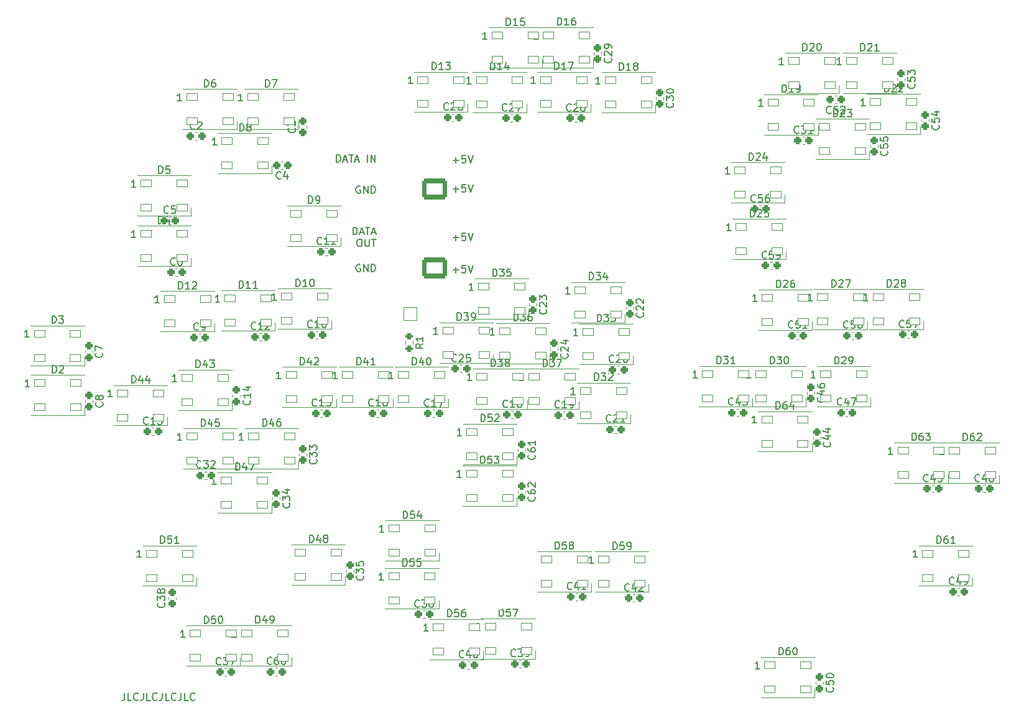
<source format=gbr>
%TF.GenerationSoftware,KiCad,Pcbnew,(6.0.9)*%
%TF.CreationDate,2023-01-06T20:50:37-09:00*%
%TF.ProjectId,ECS PANEL,45435320-5041-44e4-954c-2e6b69636164,rev?*%
%TF.SameCoordinates,Original*%
%TF.FileFunction,Legend,Top*%
%TF.FilePolarity,Positive*%
%FSLAX46Y46*%
G04 Gerber Fmt 4.6, Leading zero omitted, Abs format (unit mm)*
G04 Created by KiCad (PCBNEW (6.0.9)) date 2023-01-06 20:50:37*
%MOMM*%
%LPD*%
G01*
G04 APERTURE LIST*
G04 Aperture macros list*
%AMRoundRect*
0 Rectangle with rounded corners*
0 $1 Rounding radius*
0 $2 $3 $4 $5 $6 $7 $8 $9 X,Y pos of 4 corners*
0 Add a 4 corners polygon primitive as box body*
4,1,4,$2,$3,$4,$5,$6,$7,$8,$9,$2,$3,0*
0 Add four circle primitives for the rounded corners*
1,1,$1+$1,$2,$3*
1,1,$1+$1,$4,$5*
1,1,$1+$1,$6,$7*
1,1,$1+$1,$8,$9*
0 Add four rect primitives between the rounded corners*
20,1,$1+$1,$2,$3,$4,$5,0*
20,1,$1+$1,$4,$5,$6,$7,0*
20,1,$1+$1,$6,$7,$8,$9,0*
20,1,$1+$1,$8,$9,$2,$3,0*%
G04 Aperture macros list end*
%ADD10C,0.150000*%
%ADD11C,0.120000*%
%ADD12RoundRect,0.050000X-0.750000X-0.450000X0.750000X-0.450000X0.750000X0.450000X-0.750000X0.450000X0*%
%ADD13RoundRect,0.250000X-0.275000X0.200000X-0.275000X-0.200000X0.275000X-0.200000X0.275000X0.200000X0*%
%ADD14RoundRect,0.275000X-0.225000X-0.250000X0.225000X-0.250000X0.225000X0.250000X-0.225000X0.250000X0*%
%ADD15RoundRect,0.275000X0.250000X-0.225000X0.250000X0.225000X-0.250000X0.225000X-0.250000X-0.225000X0*%
%ADD16RoundRect,0.275000X0.225000X0.250000X-0.225000X0.250000X-0.225000X-0.250000X0.225000X-0.250000X0*%
%ADD17RoundRect,0.275000X-0.250000X0.225000X-0.250000X-0.225000X0.250000X-0.225000X0.250000X0.225000X0*%
%ADD18C,12.800000*%
%ADD19C,7.600000*%
%ADD20C,4.400000*%
%ADD21C,2.600000*%
%ADD22RoundRect,0.050000X-0.900000X-0.900000X0.900000X-0.900000X0.900000X0.900000X-0.900000X0.900000X0*%
%ADD23C,1.900000*%
%ADD24RoundRect,0.300001X1.399999X-1.099999X1.399999X1.099999X-1.399999X1.099999X-1.399999X-1.099999X0*%
%ADD25O,3.400000X2.800000*%
G04 APERTURE END LIST*
D10*
X79964285Y-100271428D02*
X80726190Y-100271428D01*
X80345238Y-100652380D02*
X80345238Y-99890476D01*
X81678571Y-99652380D02*
X81202380Y-99652380D01*
X81154761Y-100128571D01*
X81202380Y-100080952D01*
X81297619Y-100033333D01*
X81535714Y-100033333D01*
X81630952Y-100080952D01*
X81678571Y-100128571D01*
X81726190Y-100223809D01*
X81726190Y-100461904D01*
X81678571Y-100557142D01*
X81630952Y-100604761D01*
X81535714Y-100652380D01*
X81297619Y-100652380D01*
X81202380Y-100604761D01*
X81154761Y-100557142D01*
X82011904Y-99652380D02*
X82345238Y-100652380D01*
X82678571Y-99652380D01*
X67320238Y-99550000D02*
X67225000Y-99502380D01*
X67082143Y-99502380D01*
X66939285Y-99550000D01*
X66844047Y-99645238D01*
X66796428Y-99740476D01*
X66748809Y-99930952D01*
X66748809Y-100073809D01*
X66796428Y-100264285D01*
X66844047Y-100359523D01*
X66939285Y-100454761D01*
X67082143Y-100502380D01*
X67177381Y-100502380D01*
X67320238Y-100454761D01*
X67367857Y-100407142D01*
X67367857Y-100073809D01*
X67177381Y-100073809D01*
X67796428Y-100502380D02*
X67796428Y-99502380D01*
X68367857Y-100502380D01*
X68367857Y-99502380D01*
X68844047Y-100502380D02*
X68844047Y-99502380D01*
X69082143Y-99502380D01*
X69225000Y-99550000D01*
X69320238Y-99645238D01*
X69367857Y-99740476D01*
X69415476Y-99930952D01*
X69415476Y-100073809D01*
X69367857Y-100264285D01*
X69320238Y-100359523D01*
X69225000Y-100454761D01*
X69082143Y-100502380D01*
X68844047Y-100502380D01*
X79964285Y-85321428D02*
X80726190Y-85321428D01*
X80345238Y-85702380D02*
X80345238Y-84940476D01*
X81678571Y-84702380D02*
X81202380Y-84702380D01*
X81154761Y-85178571D01*
X81202380Y-85130952D01*
X81297619Y-85083333D01*
X81535714Y-85083333D01*
X81630952Y-85130952D01*
X81678571Y-85178571D01*
X81726190Y-85273809D01*
X81726190Y-85511904D01*
X81678571Y-85607142D01*
X81630952Y-85654761D01*
X81535714Y-85702380D01*
X81297619Y-85702380D01*
X81202380Y-85654761D01*
X81154761Y-85607142D01*
X82011904Y-84702380D02*
X82345238Y-85702380D01*
X82678571Y-84702380D01*
X66345357Y-95472380D02*
X66345357Y-94472380D01*
X66583453Y-94472380D01*
X66726310Y-94520000D01*
X66821548Y-94615238D01*
X66869167Y-94710476D01*
X66916786Y-94900952D01*
X66916786Y-95043809D01*
X66869167Y-95234285D01*
X66821548Y-95329523D01*
X66726310Y-95424761D01*
X66583453Y-95472380D01*
X66345357Y-95472380D01*
X67297738Y-95186666D02*
X67773929Y-95186666D01*
X67202500Y-95472380D02*
X67535833Y-94472380D01*
X67869167Y-95472380D01*
X68059643Y-94472380D02*
X68631072Y-94472380D01*
X68345357Y-95472380D02*
X68345357Y-94472380D01*
X68916786Y-95186666D02*
X69392976Y-95186666D01*
X68821548Y-95472380D02*
X69154881Y-94472380D01*
X69488214Y-95472380D01*
X67154881Y-96082380D02*
X67345357Y-96082380D01*
X67440595Y-96130000D01*
X67535833Y-96225238D01*
X67583453Y-96415714D01*
X67583453Y-96749047D01*
X67535833Y-96939523D01*
X67440595Y-97034761D01*
X67345357Y-97082380D01*
X67154881Y-97082380D01*
X67059643Y-97034761D01*
X66964405Y-96939523D01*
X66916786Y-96749047D01*
X66916786Y-96415714D01*
X66964405Y-96225238D01*
X67059643Y-96130000D01*
X67154881Y-96082380D01*
X68012024Y-96082380D02*
X68012024Y-96891904D01*
X68059643Y-96987142D01*
X68107262Y-97034761D01*
X68202500Y-97082380D01*
X68392976Y-97082380D01*
X68488214Y-97034761D01*
X68535833Y-96987142D01*
X68583453Y-96891904D01*
X68583453Y-96082380D01*
X68916786Y-96082380D02*
X69488214Y-96082380D01*
X69202500Y-97082380D02*
X69202500Y-96082380D01*
X79964285Y-95896428D02*
X80726190Y-95896428D01*
X80345238Y-96277380D02*
X80345238Y-95515476D01*
X81678571Y-95277380D02*
X81202380Y-95277380D01*
X81154761Y-95753571D01*
X81202380Y-95705952D01*
X81297619Y-95658333D01*
X81535714Y-95658333D01*
X81630952Y-95705952D01*
X81678571Y-95753571D01*
X81726190Y-95848809D01*
X81726190Y-96086904D01*
X81678571Y-96182142D01*
X81630952Y-96229761D01*
X81535714Y-96277380D01*
X81297619Y-96277380D01*
X81202380Y-96229761D01*
X81154761Y-96182142D01*
X82011904Y-95277380D02*
X82345238Y-96277380D01*
X82678571Y-95277380D01*
X67320238Y-88875000D02*
X67225000Y-88827380D01*
X67082143Y-88827380D01*
X66939285Y-88875000D01*
X66844047Y-88970238D01*
X66796428Y-89065476D01*
X66748809Y-89255952D01*
X66748809Y-89398809D01*
X66796428Y-89589285D01*
X66844047Y-89684523D01*
X66939285Y-89779761D01*
X67082143Y-89827380D01*
X67177381Y-89827380D01*
X67320238Y-89779761D01*
X67367857Y-89732142D01*
X67367857Y-89398809D01*
X67177381Y-89398809D01*
X67796428Y-89827380D02*
X67796428Y-88827380D01*
X68367857Y-89827380D01*
X68367857Y-88827380D01*
X68844047Y-89827380D02*
X68844047Y-88827380D01*
X69082143Y-88827380D01*
X69225000Y-88875000D01*
X69320238Y-88970238D01*
X69367857Y-89065476D01*
X69415476Y-89255952D01*
X69415476Y-89398809D01*
X69367857Y-89589285D01*
X69320238Y-89684523D01*
X69225000Y-89779761D01*
X69082143Y-89827380D01*
X68844047Y-89827380D01*
X35230952Y-157902380D02*
X35230952Y-158616666D01*
X35183333Y-158759523D01*
X35088095Y-158854761D01*
X34945238Y-158902380D01*
X34850000Y-158902380D01*
X36183333Y-158902380D02*
X35707142Y-158902380D01*
X35707142Y-157902380D01*
X37088095Y-158807142D02*
X37040476Y-158854761D01*
X36897619Y-158902380D01*
X36802380Y-158902380D01*
X36659523Y-158854761D01*
X36564285Y-158759523D01*
X36516666Y-158664285D01*
X36469047Y-158473809D01*
X36469047Y-158330952D01*
X36516666Y-158140476D01*
X36564285Y-158045238D01*
X36659523Y-157950000D01*
X36802380Y-157902380D01*
X36897619Y-157902380D01*
X37040476Y-157950000D01*
X37088095Y-157997619D01*
X37802380Y-157902380D02*
X37802380Y-158616666D01*
X37754761Y-158759523D01*
X37659523Y-158854761D01*
X37516666Y-158902380D01*
X37421428Y-158902380D01*
X38754761Y-158902380D02*
X38278571Y-158902380D01*
X38278571Y-157902380D01*
X39659523Y-158807142D02*
X39611904Y-158854761D01*
X39469047Y-158902380D01*
X39373809Y-158902380D01*
X39230952Y-158854761D01*
X39135714Y-158759523D01*
X39088095Y-158664285D01*
X39040476Y-158473809D01*
X39040476Y-158330952D01*
X39088095Y-158140476D01*
X39135714Y-158045238D01*
X39230952Y-157950000D01*
X39373809Y-157902380D01*
X39469047Y-157902380D01*
X39611904Y-157950000D01*
X39659523Y-157997619D01*
X40373809Y-157902380D02*
X40373809Y-158616666D01*
X40326190Y-158759523D01*
X40230952Y-158854761D01*
X40088095Y-158902380D01*
X39992857Y-158902380D01*
X41326190Y-158902380D02*
X40850000Y-158902380D01*
X40850000Y-157902380D01*
X42230952Y-158807142D02*
X42183333Y-158854761D01*
X42040476Y-158902380D01*
X41945238Y-158902380D01*
X41802380Y-158854761D01*
X41707142Y-158759523D01*
X41659523Y-158664285D01*
X41611904Y-158473809D01*
X41611904Y-158330952D01*
X41659523Y-158140476D01*
X41707142Y-158045238D01*
X41802380Y-157950000D01*
X41945238Y-157902380D01*
X42040476Y-157902380D01*
X42183333Y-157950000D01*
X42230952Y-157997619D01*
X42945238Y-157902380D02*
X42945238Y-158616666D01*
X42897619Y-158759523D01*
X42802380Y-158854761D01*
X42659523Y-158902380D01*
X42564285Y-158902380D01*
X43897619Y-158902380D02*
X43421428Y-158902380D01*
X43421428Y-157902380D01*
X44802380Y-158807142D02*
X44754761Y-158854761D01*
X44611904Y-158902380D01*
X44516666Y-158902380D01*
X44373809Y-158854761D01*
X44278571Y-158759523D01*
X44230952Y-158664285D01*
X44183333Y-158473809D01*
X44183333Y-158330952D01*
X44230952Y-158140476D01*
X44278571Y-158045238D01*
X44373809Y-157950000D01*
X44516666Y-157902380D01*
X44611904Y-157902380D01*
X44754761Y-157950000D01*
X44802380Y-157997619D01*
X64082142Y-85577380D02*
X64082142Y-84577380D01*
X64320238Y-84577380D01*
X64463095Y-84625000D01*
X64558333Y-84720238D01*
X64605952Y-84815476D01*
X64653571Y-85005952D01*
X64653571Y-85148809D01*
X64605952Y-85339285D01*
X64558333Y-85434523D01*
X64463095Y-85529761D01*
X64320238Y-85577380D01*
X64082142Y-85577380D01*
X65034523Y-85291666D02*
X65510714Y-85291666D01*
X64939285Y-85577380D02*
X65272619Y-84577380D01*
X65605952Y-85577380D01*
X65796428Y-84577380D02*
X66367857Y-84577380D01*
X66082142Y-85577380D02*
X66082142Y-84577380D01*
X66653571Y-85291666D02*
X67129761Y-85291666D01*
X66558333Y-85577380D02*
X66891666Y-84577380D01*
X67225000Y-85577380D01*
X68320238Y-85577380D02*
X68320238Y-84577380D01*
X68796428Y-85577380D02*
X68796428Y-84577380D01*
X69367857Y-85577380D01*
X69367857Y-84577380D01*
X79964285Y-89271428D02*
X80726190Y-89271428D01*
X80345238Y-89652380D02*
X80345238Y-88890476D01*
X81678571Y-88652380D02*
X81202380Y-88652380D01*
X81154761Y-89128571D01*
X81202380Y-89080952D01*
X81297619Y-89033333D01*
X81535714Y-89033333D01*
X81630952Y-89080952D01*
X81678571Y-89128571D01*
X81726190Y-89223809D01*
X81726190Y-89461904D01*
X81678571Y-89557142D01*
X81630952Y-89604761D01*
X81535714Y-89652380D01*
X81297619Y-89652380D01*
X81202380Y-89604761D01*
X81154761Y-89557142D01*
X82011904Y-88652380D02*
X82345238Y-89652380D01*
X82678571Y-88652380D01*
%TO.C,D2*%
X25423904Y-114300380D02*
X25423904Y-113300380D01*
X25662000Y-113300380D01*
X25804857Y-113348000D01*
X25900095Y-113443238D01*
X25947714Y-113538476D01*
X25995333Y-113728952D01*
X25995333Y-113871809D01*
X25947714Y-114062285D01*
X25900095Y-114157523D01*
X25804857Y-114252761D01*
X25662000Y-114300380D01*
X25423904Y-114300380D01*
X26376285Y-113395619D02*
X26423904Y-113348000D01*
X26519142Y-113300380D01*
X26757238Y-113300380D01*
X26852476Y-113348000D01*
X26900095Y-113395619D01*
X26947714Y-113490857D01*
X26947714Y-113586095D01*
X26900095Y-113728952D01*
X26328666Y-114300380D01*
X26947714Y-114300380D01*
X22297714Y-116200380D02*
X21726285Y-116200380D01*
X22012000Y-116200380D02*
X22012000Y-115200380D01*
X21916761Y-115343238D01*
X21821523Y-115438476D01*
X21726285Y-115486095D01*
%TO.C,D3*%
X25373104Y-107544380D02*
X25373104Y-106544380D01*
X25611200Y-106544380D01*
X25754057Y-106592000D01*
X25849295Y-106687238D01*
X25896914Y-106782476D01*
X25944533Y-106972952D01*
X25944533Y-107115809D01*
X25896914Y-107306285D01*
X25849295Y-107401523D01*
X25754057Y-107496761D01*
X25611200Y-107544380D01*
X25373104Y-107544380D01*
X26277866Y-106544380D02*
X26896914Y-106544380D01*
X26563580Y-106925333D01*
X26706438Y-106925333D01*
X26801676Y-106972952D01*
X26849295Y-107020571D01*
X26896914Y-107115809D01*
X26896914Y-107353904D01*
X26849295Y-107449142D01*
X26801676Y-107496761D01*
X26706438Y-107544380D01*
X26420723Y-107544380D01*
X26325485Y-107496761D01*
X26277866Y-107449142D01*
X22246914Y-109444380D02*
X21675485Y-109444380D01*
X21961200Y-109444380D02*
X21961200Y-108444380D01*
X21865961Y-108587238D01*
X21770723Y-108682476D01*
X21675485Y-108730095D01*
%TO.C,D4*%
X39876504Y-93980380D02*
X39876504Y-92980380D01*
X40114600Y-92980380D01*
X40257457Y-93028000D01*
X40352695Y-93123238D01*
X40400314Y-93218476D01*
X40447933Y-93408952D01*
X40447933Y-93551809D01*
X40400314Y-93742285D01*
X40352695Y-93837523D01*
X40257457Y-93932761D01*
X40114600Y-93980380D01*
X39876504Y-93980380D01*
X41305076Y-93313714D02*
X41305076Y-93980380D01*
X41066980Y-92932761D02*
X40828885Y-93647047D01*
X41447933Y-93647047D01*
X36750314Y-95880380D02*
X36178885Y-95880380D01*
X36464600Y-95880380D02*
X36464600Y-94880380D01*
X36369361Y-95023238D01*
X36274123Y-95118476D01*
X36178885Y-95166095D01*
%TO.C,D5*%
X39901904Y-87122380D02*
X39901904Y-86122380D01*
X40140000Y-86122380D01*
X40282857Y-86170000D01*
X40378095Y-86265238D01*
X40425714Y-86360476D01*
X40473333Y-86550952D01*
X40473333Y-86693809D01*
X40425714Y-86884285D01*
X40378095Y-86979523D01*
X40282857Y-87074761D01*
X40140000Y-87122380D01*
X39901904Y-87122380D01*
X41378095Y-86122380D02*
X40901904Y-86122380D01*
X40854285Y-86598571D01*
X40901904Y-86550952D01*
X40997142Y-86503333D01*
X41235238Y-86503333D01*
X41330476Y-86550952D01*
X41378095Y-86598571D01*
X41425714Y-86693809D01*
X41425714Y-86931904D01*
X41378095Y-87027142D01*
X41330476Y-87074761D01*
X41235238Y-87122380D01*
X40997142Y-87122380D01*
X40901904Y-87074761D01*
X40854285Y-87027142D01*
X36775714Y-89022380D02*
X36204285Y-89022380D01*
X36490000Y-89022380D02*
X36490000Y-88022380D01*
X36394761Y-88165238D01*
X36299523Y-88260476D01*
X36204285Y-88308095D01*
%TO.C,D6*%
X46124904Y-75362180D02*
X46124904Y-74362180D01*
X46363000Y-74362180D01*
X46505857Y-74409800D01*
X46601095Y-74505038D01*
X46648714Y-74600276D01*
X46696333Y-74790752D01*
X46696333Y-74933609D01*
X46648714Y-75124085D01*
X46601095Y-75219323D01*
X46505857Y-75314561D01*
X46363000Y-75362180D01*
X46124904Y-75362180D01*
X47553476Y-74362180D02*
X47363000Y-74362180D01*
X47267761Y-74409800D01*
X47220142Y-74457419D01*
X47124904Y-74600276D01*
X47077285Y-74790752D01*
X47077285Y-75171704D01*
X47124904Y-75266942D01*
X47172523Y-75314561D01*
X47267761Y-75362180D01*
X47458238Y-75362180D01*
X47553476Y-75314561D01*
X47601095Y-75266942D01*
X47648714Y-75171704D01*
X47648714Y-74933609D01*
X47601095Y-74838371D01*
X47553476Y-74790752D01*
X47458238Y-74743133D01*
X47267761Y-74743133D01*
X47172523Y-74790752D01*
X47124904Y-74838371D01*
X47077285Y-74933609D01*
X42998714Y-77262180D02*
X42427285Y-77262180D01*
X42713000Y-77262180D02*
X42713000Y-76262180D01*
X42617761Y-76405038D01*
X42522523Y-76500276D01*
X42427285Y-76547895D01*
%TO.C,D7*%
X54430704Y-75362180D02*
X54430704Y-74362180D01*
X54668800Y-74362180D01*
X54811657Y-74409800D01*
X54906895Y-74505038D01*
X54954514Y-74600276D01*
X55002133Y-74790752D01*
X55002133Y-74933609D01*
X54954514Y-75124085D01*
X54906895Y-75219323D01*
X54811657Y-75314561D01*
X54668800Y-75362180D01*
X54430704Y-75362180D01*
X55335466Y-74362180D02*
X56002133Y-74362180D01*
X55573561Y-75362180D01*
X51304514Y-77262180D02*
X50733085Y-77262180D01*
X51018800Y-77262180D02*
X51018800Y-76262180D01*
X50923561Y-76405038D01*
X50828323Y-76500276D01*
X50733085Y-76547895D01*
%TO.C,D9*%
X60298104Y-91211780D02*
X60298104Y-90211780D01*
X60536200Y-90211780D01*
X60679057Y-90259400D01*
X60774295Y-90354638D01*
X60821914Y-90449876D01*
X60869533Y-90640352D01*
X60869533Y-90783209D01*
X60821914Y-90973685D01*
X60774295Y-91068923D01*
X60679057Y-91164161D01*
X60536200Y-91211780D01*
X60298104Y-91211780D01*
X61345723Y-91211780D02*
X61536200Y-91211780D01*
X61631438Y-91164161D01*
X61679057Y-91116542D01*
X61774295Y-90973685D01*
X61821914Y-90783209D01*
X61821914Y-90402257D01*
X61774295Y-90307019D01*
X61726676Y-90259400D01*
X61631438Y-90211780D01*
X61440961Y-90211780D01*
X61345723Y-90259400D01*
X61298104Y-90307019D01*
X61250485Y-90402257D01*
X61250485Y-90640352D01*
X61298104Y-90735590D01*
X61345723Y-90783209D01*
X61440961Y-90830828D01*
X61631438Y-90830828D01*
X61726676Y-90783209D01*
X61774295Y-90735590D01*
X61821914Y-90640352D01*
X57171914Y-93111780D02*
X56600485Y-93111780D01*
X56886200Y-93111780D02*
X56886200Y-92111780D01*
X56790961Y-92254638D01*
X56695723Y-92349876D01*
X56600485Y-92397495D01*
%TO.C,D10*%
X58577314Y-102540380D02*
X58577314Y-101540380D01*
X58815409Y-101540380D01*
X58958266Y-101588000D01*
X59053504Y-101683238D01*
X59101123Y-101778476D01*
X59148742Y-101968952D01*
X59148742Y-102111809D01*
X59101123Y-102302285D01*
X59053504Y-102397523D01*
X58958266Y-102492761D01*
X58815409Y-102540380D01*
X58577314Y-102540380D01*
X60101123Y-102540380D02*
X59529695Y-102540380D01*
X59815409Y-102540380D02*
X59815409Y-101540380D01*
X59720171Y-101683238D01*
X59624933Y-101778476D01*
X59529695Y-101826095D01*
X60720171Y-101540380D02*
X60815409Y-101540380D01*
X60910647Y-101588000D01*
X60958266Y-101635619D01*
X61005885Y-101730857D01*
X61053504Y-101921333D01*
X61053504Y-102159428D01*
X61005885Y-102349904D01*
X60958266Y-102445142D01*
X60910647Y-102492761D01*
X60815409Y-102540380D01*
X60720171Y-102540380D01*
X60624933Y-102492761D01*
X60577314Y-102445142D01*
X60529695Y-102349904D01*
X60482076Y-102159428D01*
X60482076Y-101921333D01*
X60529695Y-101730857D01*
X60577314Y-101635619D01*
X60624933Y-101588000D01*
X60720171Y-101540380D01*
X55927314Y-104440380D02*
X55355885Y-104440380D01*
X55641600Y-104440380D02*
X55641600Y-103440380D01*
X55546361Y-103583238D01*
X55451123Y-103678476D01*
X55355885Y-103726095D01*
%TO.C,D11*%
X50855714Y-102768380D02*
X50855714Y-101768380D01*
X51093809Y-101768380D01*
X51236666Y-101816000D01*
X51331904Y-101911238D01*
X51379523Y-102006476D01*
X51427142Y-102196952D01*
X51427142Y-102339809D01*
X51379523Y-102530285D01*
X51331904Y-102625523D01*
X51236666Y-102720761D01*
X51093809Y-102768380D01*
X50855714Y-102768380D01*
X52379523Y-102768380D02*
X51808095Y-102768380D01*
X52093809Y-102768380D02*
X52093809Y-101768380D01*
X51998571Y-101911238D01*
X51903333Y-102006476D01*
X51808095Y-102054095D01*
X53331904Y-102768380D02*
X52760476Y-102768380D01*
X53046190Y-102768380D02*
X53046190Y-101768380D01*
X52950952Y-101911238D01*
X52855714Y-102006476D01*
X52760476Y-102054095D01*
X48205714Y-104668380D02*
X47634285Y-104668380D01*
X47920000Y-104668380D02*
X47920000Y-103668380D01*
X47824761Y-103811238D01*
X47729523Y-103906476D01*
X47634285Y-103954095D01*
%TO.C,D12*%
X42600714Y-102870380D02*
X42600714Y-101870380D01*
X42838809Y-101870380D01*
X42981666Y-101918000D01*
X43076904Y-102013238D01*
X43124523Y-102108476D01*
X43172142Y-102298952D01*
X43172142Y-102441809D01*
X43124523Y-102632285D01*
X43076904Y-102727523D01*
X42981666Y-102822761D01*
X42838809Y-102870380D01*
X42600714Y-102870380D01*
X44124523Y-102870380D02*
X43553095Y-102870380D01*
X43838809Y-102870380D02*
X43838809Y-101870380D01*
X43743571Y-102013238D01*
X43648333Y-102108476D01*
X43553095Y-102156095D01*
X44505476Y-101965619D02*
X44553095Y-101918000D01*
X44648333Y-101870380D01*
X44886428Y-101870380D01*
X44981666Y-101918000D01*
X45029285Y-101965619D01*
X45076904Y-102060857D01*
X45076904Y-102156095D01*
X45029285Y-102298952D01*
X44457857Y-102870380D01*
X45076904Y-102870380D01*
X39950714Y-104770380D02*
X39379285Y-104770380D01*
X39665000Y-104770380D02*
X39665000Y-103770380D01*
X39569761Y-103913238D01*
X39474523Y-104008476D01*
X39379285Y-104056095D01*
%TO.C,D13*%
X77119314Y-72999980D02*
X77119314Y-71999980D01*
X77357409Y-71999980D01*
X77500266Y-72047600D01*
X77595504Y-72142838D01*
X77643123Y-72238076D01*
X77690742Y-72428552D01*
X77690742Y-72571409D01*
X77643123Y-72761885D01*
X77595504Y-72857123D01*
X77500266Y-72952361D01*
X77357409Y-72999980D01*
X77119314Y-72999980D01*
X78643123Y-72999980D02*
X78071695Y-72999980D01*
X78357409Y-72999980D02*
X78357409Y-71999980D01*
X78262171Y-72142838D01*
X78166933Y-72238076D01*
X78071695Y-72285695D01*
X78976457Y-71999980D02*
X79595504Y-71999980D01*
X79262171Y-72380933D01*
X79405028Y-72380933D01*
X79500266Y-72428552D01*
X79547885Y-72476171D01*
X79595504Y-72571409D01*
X79595504Y-72809504D01*
X79547885Y-72904742D01*
X79500266Y-72952361D01*
X79405028Y-72999980D01*
X79119314Y-72999980D01*
X79024076Y-72952361D01*
X78976457Y-72904742D01*
X74469314Y-74899980D02*
X73897885Y-74899980D01*
X74183600Y-74899980D02*
X74183600Y-73899980D01*
X74088361Y-74042838D01*
X73993123Y-74138076D01*
X73897885Y-74185695D01*
%TO.C,D14*%
X85094914Y-73025380D02*
X85094914Y-72025380D01*
X85333009Y-72025380D01*
X85475866Y-72073000D01*
X85571104Y-72168238D01*
X85618723Y-72263476D01*
X85666342Y-72453952D01*
X85666342Y-72596809D01*
X85618723Y-72787285D01*
X85571104Y-72882523D01*
X85475866Y-72977761D01*
X85333009Y-73025380D01*
X85094914Y-73025380D01*
X86618723Y-73025380D02*
X86047295Y-73025380D01*
X86333009Y-73025380D02*
X86333009Y-72025380D01*
X86237771Y-72168238D01*
X86142533Y-72263476D01*
X86047295Y-72311095D01*
X87475866Y-72358714D02*
X87475866Y-73025380D01*
X87237771Y-71977761D02*
X86999676Y-72692047D01*
X87618723Y-72692047D01*
X82444914Y-74925380D02*
X81873485Y-74925380D01*
X82159200Y-74925380D02*
X82159200Y-73925380D01*
X82063961Y-74068238D01*
X81968723Y-74163476D01*
X81873485Y-74211095D01*
%TO.C,D15*%
X87240114Y-66980380D02*
X87240114Y-65980380D01*
X87478209Y-65980380D01*
X87621066Y-66028000D01*
X87716304Y-66123238D01*
X87763923Y-66218476D01*
X87811542Y-66408952D01*
X87811542Y-66551809D01*
X87763923Y-66742285D01*
X87716304Y-66837523D01*
X87621066Y-66932761D01*
X87478209Y-66980380D01*
X87240114Y-66980380D01*
X88763923Y-66980380D02*
X88192495Y-66980380D01*
X88478209Y-66980380D02*
X88478209Y-65980380D01*
X88382971Y-66123238D01*
X88287733Y-66218476D01*
X88192495Y-66266095D01*
X89668685Y-65980380D02*
X89192495Y-65980380D01*
X89144876Y-66456571D01*
X89192495Y-66408952D01*
X89287733Y-66361333D01*
X89525828Y-66361333D01*
X89621066Y-66408952D01*
X89668685Y-66456571D01*
X89716304Y-66551809D01*
X89716304Y-66789904D01*
X89668685Y-66885142D01*
X89621066Y-66932761D01*
X89525828Y-66980380D01*
X89287733Y-66980380D01*
X89192495Y-66932761D01*
X89144876Y-66885142D01*
X84590114Y-68880380D02*
X84018685Y-68880380D01*
X84304400Y-68880380D02*
X84304400Y-67880380D01*
X84209161Y-68023238D01*
X84113923Y-68118476D01*
X84018685Y-68166095D01*
%TO.C,D16*%
X94201914Y-66929580D02*
X94201914Y-65929580D01*
X94440009Y-65929580D01*
X94582866Y-65977200D01*
X94678104Y-66072438D01*
X94725723Y-66167676D01*
X94773342Y-66358152D01*
X94773342Y-66501009D01*
X94725723Y-66691485D01*
X94678104Y-66786723D01*
X94582866Y-66881961D01*
X94440009Y-66929580D01*
X94201914Y-66929580D01*
X95725723Y-66929580D02*
X95154295Y-66929580D01*
X95440009Y-66929580D02*
X95440009Y-65929580D01*
X95344771Y-66072438D01*
X95249533Y-66167676D01*
X95154295Y-66215295D01*
X96582866Y-65929580D02*
X96392390Y-65929580D01*
X96297152Y-65977200D01*
X96249533Y-66024819D01*
X96154295Y-66167676D01*
X96106676Y-66358152D01*
X96106676Y-66739104D01*
X96154295Y-66834342D01*
X96201914Y-66881961D01*
X96297152Y-66929580D01*
X96487628Y-66929580D01*
X96582866Y-66881961D01*
X96630485Y-66834342D01*
X96678104Y-66739104D01*
X96678104Y-66501009D01*
X96630485Y-66405771D01*
X96582866Y-66358152D01*
X96487628Y-66310533D01*
X96297152Y-66310533D01*
X96201914Y-66358152D01*
X96154295Y-66405771D01*
X96106676Y-66501009D01*
X91551914Y-68829580D02*
X90980485Y-68829580D01*
X91266200Y-68829580D02*
X91266200Y-67829580D01*
X91170961Y-67972438D01*
X91075723Y-68067676D01*
X90980485Y-68115295D01*
%TO.C,D17*%
X93832514Y-72999980D02*
X93832514Y-71999980D01*
X94070609Y-71999980D01*
X94213466Y-72047600D01*
X94308704Y-72142838D01*
X94356323Y-72238076D01*
X94403942Y-72428552D01*
X94403942Y-72571409D01*
X94356323Y-72761885D01*
X94308704Y-72857123D01*
X94213466Y-72952361D01*
X94070609Y-72999980D01*
X93832514Y-72999980D01*
X95356323Y-72999980D02*
X94784895Y-72999980D01*
X95070609Y-72999980D02*
X95070609Y-71999980D01*
X94975371Y-72142838D01*
X94880133Y-72238076D01*
X94784895Y-72285695D01*
X95689657Y-71999980D02*
X96356323Y-71999980D01*
X95927752Y-72999980D01*
X91182514Y-74899980D02*
X90611085Y-74899980D01*
X90896800Y-74899980D02*
X90896800Y-73899980D01*
X90801561Y-74042838D01*
X90706323Y-74138076D01*
X90611085Y-74185695D01*
%TO.C,D18*%
X102646714Y-73076180D02*
X102646714Y-72076180D01*
X102884809Y-72076180D01*
X103027666Y-72123800D01*
X103122904Y-72219038D01*
X103170523Y-72314276D01*
X103218142Y-72504752D01*
X103218142Y-72647609D01*
X103170523Y-72838085D01*
X103122904Y-72933323D01*
X103027666Y-73028561D01*
X102884809Y-73076180D01*
X102646714Y-73076180D01*
X104170523Y-73076180D02*
X103599095Y-73076180D01*
X103884809Y-73076180D02*
X103884809Y-72076180D01*
X103789571Y-72219038D01*
X103694333Y-72314276D01*
X103599095Y-72361895D01*
X104741952Y-72504752D02*
X104646714Y-72457133D01*
X104599095Y-72409514D01*
X104551476Y-72314276D01*
X104551476Y-72266657D01*
X104599095Y-72171419D01*
X104646714Y-72123800D01*
X104741952Y-72076180D01*
X104932428Y-72076180D01*
X105027666Y-72123800D01*
X105075285Y-72171419D01*
X105122904Y-72266657D01*
X105122904Y-72314276D01*
X105075285Y-72409514D01*
X105027666Y-72457133D01*
X104932428Y-72504752D01*
X104741952Y-72504752D01*
X104646714Y-72552371D01*
X104599095Y-72599990D01*
X104551476Y-72695228D01*
X104551476Y-72885704D01*
X104599095Y-72980942D01*
X104646714Y-73028561D01*
X104741952Y-73076180D01*
X104932428Y-73076180D01*
X105027666Y-73028561D01*
X105075285Y-72980942D01*
X105122904Y-72885704D01*
X105122904Y-72695228D01*
X105075285Y-72599990D01*
X105027666Y-72552371D01*
X104932428Y-72504752D01*
X99996714Y-74976180D02*
X99425285Y-74976180D01*
X99711000Y-74976180D02*
X99711000Y-73976180D01*
X99615761Y-74119038D01*
X99520523Y-74214276D01*
X99425285Y-74261895D01*
%TO.C,D19*%
X124808714Y-76073580D02*
X124808714Y-75073580D01*
X125046809Y-75073580D01*
X125189666Y-75121200D01*
X125284904Y-75216438D01*
X125332523Y-75311676D01*
X125380142Y-75502152D01*
X125380142Y-75645009D01*
X125332523Y-75835485D01*
X125284904Y-75930723D01*
X125189666Y-76025961D01*
X125046809Y-76073580D01*
X124808714Y-76073580D01*
X126332523Y-76073580D02*
X125761095Y-76073580D01*
X126046809Y-76073580D02*
X126046809Y-75073580D01*
X125951571Y-75216438D01*
X125856333Y-75311676D01*
X125761095Y-75359295D01*
X126808714Y-76073580D02*
X126999190Y-76073580D01*
X127094428Y-76025961D01*
X127142047Y-75978342D01*
X127237285Y-75835485D01*
X127284904Y-75645009D01*
X127284904Y-75264057D01*
X127237285Y-75168819D01*
X127189666Y-75121200D01*
X127094428Y-75073580D01*
X126903952Y-75073580D01*
X126808714Y-75121200D01*
X126761095Y-75168819D01*
X126713476Y-75264057D01*
X126713476Y-75502152D01*
X126761095Y-75597390D01*
X126808714Y-75645009D01*
X126903952Y-75692628D01*
X127094428Y-75692628D01*
X127189666Y-75645009D01*
X127237285Y-75597390D01*
X127284904Y-75502152D01*
X122158714Y-77973580D02*
X121587285Y-77973580D01*
X121873000Y-77973580D02*
X121873000Y-76973580D01*
X121777761Y-77116438D01*
X121682523Y-77211676D01*
X121587285Y-77259295D01*
%TO.C,D20*%
X127614714Y-70434580D02*
X127614714Y-69434580D01*
X127852809Y-69434580D01*
X127995666Y-69482200D01*
X128090904Y-69577438D01*
X128138523Y-69672676D01*
X128186142Y-69863152D01*
X128186142Y-70006009D01*
X128138523Y-70196485D01*
X128090904Y-70291723D01*
X127995666Y-70386961D01*
X127852809Y-70434580D01*
X127614714Y-70434580D01*
X128567095Y-69529819D02*
X128614714Y-69482200D01*
X128709952Y-69434580D01*
X128948047Y-69434580D01*
X129043285Y-69482200D01*
X129090904Y-69529819D01*
X129138523Y-69625057D01*
X129138523Y-69720295D01*
X129090904Y-69863152D01*
X128519476Y-70434580D01*
X129138523Y-70434580D01*
X129757571Y-69434580D02*
X129852809Y-69434580D01*
X129948047Y-69482200D01*
X129995666Y-69529819D01*
X130043285Y-69625057D01*
X130090904Y-69815533D01*
X130090904Y-70053628D01*
X130043285Y-70244104D01*
X129995666Y-70339342D01*
X129948047Y-70386961D01*
X129852809Y-70434580D01*
X129757571Y-70434580D01*
X129662333Y-70386961D01*
X129614714Y-70339342D01*
X129567095Y-70244104D01*
X129519476Y-70053628D01*
X129519476Y-69815533D01*
X129567095Y-69625057D01*
X129614714Y-69529819D01*
X129662333Y-69482200D01*
X129757571Y-69434580D01*
X124964714Y-72334580D02*
X124393285Y-72334580D01*
X124679000Y-72334580D02*
X124679000Y-71334580D01*
X124583761Y-71477438D01*
X124488523Y-71572676D01*
X124393285Y-71620295D01*
%TO.C,D21*%
X135488714Y-70434580D02*
X135488714Y-69434580D01*
X135726809Y-69434580D01*
X135869666Y-69482200D01*
X135964904Y-69577438D01*
X136012523Y-69672676D01*
X136060142Y-69863152D01*
X136060142Y-70006009D01*
X136012523Y-70196485D01*
X135964904Y-70291723D01*
X135869666Y-70386961D01*
X135726809Y-70434580D01*
X135488714Y-70434580D01*
X136441095Y-69529819D02*
X136488714Y-69482200D01*
X136583952Y-69434580D01*
X136822047Y-69434580D01*
X136917285Y-69482200D01*
X136964904Y-69529819D01*
X137012523Y-69625057D01*
X137012523Y-69720295D01*
X136964904Y-69863152D01*
X136393476Y-70434580D01*
X137012523Y-70434580D01*
X137964904Y-70434580D02*
X137393476Y-70434580D01*
X137679190Y-70434580D02*
X137679190Y-69434580D01*
X137583952Y-69577438D01*
X137488714Y-69672676D01*
X137393476Y-69720295D01*
X132838714Y-72334580D02*
X132267285Y-72334580D01*
X132553000Y-72334580D02*
X132553000Y-71334580D01*
X132457761Y-71477438D01*
X132362523Y-71572676D01*
X132267285Y-71620295D01*
%TO.C,D22*%
X138764714Y-76022580D02*
X138764714Y-75022580D01*
X139002809Y-75022580D01*
X139145666Y-75070200D01*
X139240904Y-75165438D01*
X139288523Y-75260676D01*
X139336142Y-75451152D01*
X139336142Y-75594009D01*
X139288523Y-75784485D01*
X139240904Y-75879723D01*
X139145666Y-75974961D01*
X139002809Y-76022580D01*
X138764714Y-76022580D01*
X139717095Y-75117819D02*
X139764714Y-75070200D01*
X139859952Y-75022580D01*
X140098047Y-75022580D01*
X140193285Y-75070200D01*
X140240904Y-75117819D01*
X140288523Y-75213057D01*
X140288523Y-75308295D01*
X140240904Y-75451152D01*
X139669476Y-76022580D01*
X140288523Y-76022580D01*
X140669476Y-75117819D02*
X140717095Y-75070200D01*
X140812333Y-75022580D01*
X141050428Y-75022580D01*
X141145666Y-75070200D01*
X141193285Y-75117819D01*
X141240904Y-75213057D01*
X141240904Y-75308295D01*
X141193285Y-75451152D01*
X140621857Y-76022580D01*
X141240904Y-76022580D01*
X136114714Y-77922580D02*
X135543285Y-77922580D01*
X135829000Y-77922580D02*
X135829000Y-76922580D01*
X135733761Y-77065438D01*
X135638523Y-77160676D01*
X135543285Y-77208295D01*
%TO.C,D23*%
X131793714Y-79426380D02*
X131793714Y-78426380D01*
X132031809Y-78426380D01*
X132174666Y-78474000D01*
X132269904Y-78569238D01*
X132317523Y-78664476D01*
X132365142Y-78854952D01*
X132365142Y-78997809D01*
X132317523Y-79188285D01*
X132269904Y-79283523D01*
X132174666Y-79378761D01*
X132031809Y-79426380D01*
X131793714Y-79426380D01*
X132746095Y-78521619D02*
X132793714Y-78474000D01*
X132888952Y-78426380D01*
X133127047Y-78426380D01*
X133222285Y-78474000D01*
X133269904Y-78521619D01*
X133317523Y-78616857D01*
X133317523Y-78712095D01*
X133269904Y-78854952D01*
X132698476Y-79426380D01*
X133317523Y-79426380D01*
X133650857Y-78426380D02*
X134269904Y-78426380D01*
X133936571Y-78807333D01*
X134079428Y-78807333D01*
X134174666Y-78854952D01*
X134222285Y-78902571D01*
X134269904Y-78997809D01*
X134269904Y-79235904D01*
X134222285Y-79331142D01*
X134174666Y-79378761D01*
X134079428Y-79426380D01*
X133793714Y-79426380D01*
X133698476Y-79378761D01*
X133650857Y-79331142D01*
X129143714Y-81326380D02*
X128572285Y-81326380D01*
X128858000Y-81326380D02*
X128858000Y-80326380D01*
X128762761Y-80469238D01*
X128667523Y-80564476D01*
X128572285Y-80612095D01*
%TO.C,D24*%
X120299714Y-85344380D02*
X120299714Y-84344380D01*
X120537809Y-84344380D01*
X120680666Y-84392000D01*
X120775904Y-84487238D01*
X120823523Y-84582476D01*
X120871142Y-84772952D01*
X120871142Y-84915809D01*
X120823523Y-85106285D01*
X120775904Y-85201523D01*
X120680666Y-85296761D01*
X120537809Y-85344380D01*
X120299714Y-85344380D01*
X121252095Y-84439619D02*
X121299714Y-84392000D01*
X121394952Y-84344380D01*
X121633047Y-84344380D01*
X121728285Y-84392000D01*
X121775904Y-84439619D01*
X121823523Y-84534857D01*
X121823523Y-84630095D01*
X121775904Y-84772952D01*
X121204476Y-85344380D01*
X121823523Y-85344380D01*
X122680666Y-84677714D02*
X122680666Y-85344380D01*
X122442571Y-84296761D02*
X122204476Y-85011047D01*
X122823523Y-85011047D01*
X117649714Y-87244380D02*
X117078285Y-87244380D01*
X117364000Y-87244380D02*
X117364000Y-86244380D01*
X117268761Y-86387238D01*
X117173523Y-86482476D01*
X117078285Y-86530095D01*
%TO.C,D25*%
X120476714Y-93040580D02*
X120476714Y-92040580D01*
X120714809Y-92040580D01*
X120857666Y-92088200D01*
X120952904Y-92183438D01*
X121000523Y-92278676D01*
X121048142Y-92469152D01*
X121048142Y-92612009D01*
X121000523Y-92802485D01*
X120952904Y-92897723D01*
X120857666Y-92992961D01*
X120714809Y-93040580D01*
X120476714Y-93040580D01*
X121429095Y-92135819D02*
X121476714Y-92088200D01*
X121571952Y-92040580D01*
X121810047Y-92040580D01*
X121905285Y-92088200D01*
X121952904Y-92135819D01*
X122000523Y-92231057D01*
X122000523Y-92326295D01*
X121952904Y-92469152D01*
X121381476Y-93040580D01*
X122000523Y-93040580D01*
X122905285Y-92040580D02*
X122429095Y-92040580D01*
X122381476Y-92516771D01*
X122429095Y-92469152D01*
X122524333Y-92421533D01*
X122762428Y-92421533D01*
X122857666Y-92469152D01*
X122905285Y-92516771D01*
X122952904Y-92612009D01*
X122952904Y-92850104D01*
X122905285Y-92945342D01*
X122857666Y-92992961D01*
X122762428Y-93040580D01*
X122524333Y-93040580D01*
X122429095Y-92992961D01*
X122381476Y-92945342D01*
X117826714Y-94940580D02*
X117255285Y-94940580D01*
X117541000Y-94940580D02*
X117541000Y-93940580D01*
X117445761Y-94083438D01*
X117350523Y-94178676D01*
X117255285Y-94226295D01*
%TO.C,D26*%
X124032714Y-102667380D02*
X124032714Y-101667380D01*
X124270809Y-101667380D01*
X124413666Y-101715000D01*
X124508904Y-101810238D01*
X124556523Y-101905476D01*
X124604142Y-102095952D01*
X124604142Y-102238809D01*
X124556523Y-102429285D01*
X124508904Y-102524523D01*
X124413666Y-102619761D01*
X124270809Y-102667380D01*
X124032714Y-102667380D01*
X124985095Y-101762619D02*
X125032714Y-101715000D01*
X125127952Y-101667380D01*
X125366047Y-101667380D01*
X125461285Y-101715000D01*
X125508904Y-101762619D01*
X125556523Y-101857857D01*
X125556523Y-101953095D01*
X125508904Y-102095952D01*
X124937476Y-102667380D01*
X125556523Y-102667380D01*
X126413666Y-101667380D02*
X126223190Y-101667380D01*
X126127952Y-101715000D01*
X126080333Y-101762619D01*
X125985095Y-101905476D01*
X125937476Y-102095952D01*
X125937476Y-102476904D01*
X125985095Y-102572142D01*
X126032714Y-102619761D01*
X126127952Y-102667380D01*
X126318428Y-102667380D01*
X126413666Y-102619761D01*
X126461285Y-102572142D01*
X126508904Y-102476904D01*
X126508904Y-102238809D01*
X126461285Y-102143571D01*
X126413666Y-102095952D01*
X126318428Y-102048333D01*
X126127952Y-102048333D01*
X126032714Y-102095952D01*
X125985095Y-102143571D01*
X125937476Y-102238809D01*
X121382714Y-104567380D02*
X120811285Y-104567380D01*
X121097000Y-104567380D02*
X121097000Y-103567380D01*
X121001761Y-103710238D01*
X120906523Y-103805476D01*
X120811285Y-103853095D01*
%TO.C,D27*%
X131551714Y-102616380D02*
X131551714Y-101616380D01*
X131789809Y-101616380D01*
X131932666Y-101664000D01*
X132027904Y-101759238D01*
X132075523Y-101854476D01*
X132123142Y-102044952D01*
X132123142Y-102187809D01*
X132075523Y-102378285D01*
X132027904Y-102473523D01*
X131932666Y-102568761D01*
X131789809Y-102616380D01*
X131551714Y-102616380D01*
X132504095Y-101711619D02*
X132551714Y-101664000D01*
X132646952Y-101616380D01*
X132885047Y-101616380D01*
X132980285Y-101664000D01*
X133027904Y-101711619D01*
X133075523Y-101806857D01*
X133075523Y-101902095D01*
X133027904Y-102044952D01*
X132456476Y-102616380D01*
X133075523Y-102616380D01*
X133408857Y-101616380D02*
X134075523Y-101616380D01*
X133646952Y-102616380D01*
X128901714Y-104516380D02*
X128330285Y-104516380D01*
X128616000Y-104516380D02*
X128616000Y-103516380D01*
X128520761Y-103659238D01*
X128425523Y-103754476D01*
X128330285Y-103802095D01*
%TO.C,D28*%
X139120714Y-102591380D02*
X139120714Y-101591380D01*
X139358809Y-101591380D01*
X139501666Y-101639000D01*
X139596904Y-101734238D01*
X139644523Y-101829476D01*
X139692142Y-102019952D01*
X139692142Y-102162809D01*
X139644523Y-102353285D01*
X139596904Y-102448523D01*
X139501666Y-102543761D01*
X139358809Y-102591380D01*
X139120714Y-102591380D01*
X140073095Y-101686619D02*
X140120714Y-101639000D01*
X140215952Y-101591380D01*
X140454047Y-101591380D01*
X140549285Y-101639000D01*
X140596904Y-101686619D01*
X140644523Y-101781857D01*
X140644523Y-101877095D01*
X140596904Y-102019952D01*
X140025476Y-102591380D01*
X140644523Y-102591380D01*
X141215952Y-102019952D02*
X141120714Y-101972333D01*
X141073095Y-101924714D01*
X141025476Y-101829476D01*
X141025476Y-101781857D01*
X141073095Y-101686619D01*
X141120714Y-101639000D01*
X141215952Y-101591380D01*
X141406428Y-101591380D01*
X141501666Y-101639000D01*
X141549285Y-101686619D01*
X141596904Y-101781857D01*
X141596904Y-101829476D01*
X141549285Y-101924714D01*
X141501666Y-101972333D01*
X141406428Y-102019952D01*
X141215952Y-102019952D01*
X141120714Y-102067571D01*
X141073095Y-102115190D01*
X141025476Y-102210428D01*
X141025476Y-102400904D01*
X141073095Y-102496142D01*
X141120714Y-102543761D01*
X141215952Y-102591380D01*
X141406428Y-102591380D01*
X141501666Y-102543761D01*
X141549285Y-102496142D01*
X141596904Y-102400904D01*
X141596904Y-102210428D01*
X141549285Y-102115190D01*
X141501666Y-102067571D01*
X141406428Y-102019952D01*
X136470714Y-104491380D02*
X135899285Y-104491380D01*
X136185000Y-104491380D02*
X136185000Y-103491380D01*
X136089761Y-103634238D01*
X135994523Y-103729476D01*
X135899285Y-103777095D01*
%TO.C,D30*%
X123169714Y-113081380D02*
X123169714Y-112081380D01*
X123407809Y-112081380D01*
X123550666Y-112129000D01*
X123645904Y-112224238D01*
X123693523Y-112319476D01*
X123741142Y-112509952D01*
X123741142Y-112652809D01*
X123693523Y-112843285D01*
X123645904Y-112938523D01*
X123550666Y-113033761D01*
X123407809Y-113081380D01*
X123169714Y-113081380D01*
X124074476Y-112081380D02*
X124693523Y-112081380D01*
X124360190Y-112462333D01*
X124503047Y-112462333D01*
X124598285Y-112509952D01*
X124645904Y-112557571D01*
X124693523Y-112652809D01*
X124693523Y-112890904D01*
X124645904Y-112986142D01*
X124598285Y-113033761D01*
X124503047Y-113081380D01*
X124217333Y-113081380D01*
X124122095Y-113033761D01*
X124074476Y-112986142D01*
X125312571Y-112081380D02*
X125407809Y-112081380D01*
X125503047Y-112129000D01*
X125550666Y-112176619D01*
X125598285Y-112271857D01*
X125645904Y-112462333D01*
X125645904Y-112700428D01*
X125598285Y-112890904D01*
X125550666Y-112986142D01*
X125503047Y-113033761D01*
X125407809Y-113081380D01*
X125312571Y-113081380D01*
X125217333Y-113033761D01*
X125169714Y-112986142D01*
X125122095Y-112890904D01*
X125074476Y-112700428D01*
X125074476Y-112462333D01*
X125122095Y-112271857D01*
X125169714Y-112176619D01*
X125217333Y-112129000D01*
X125312571Y-112081380D01*
X120519714Y-114981380D02*
X119948285Y-114981380D01*
X120234000Y-114981380D02*
X120234000Y-113981380D01*
X120138761Y-114124238D01*
X120043523Y-114219476D01*
X119948285Y-114267095D01*
%TO.C,D31*%
X115904714Y-113055380D02*
X115904714Y-112055380D01*
X116142809Y-112055380D01*
X116285666Y-112103000D01*
X116380904Y-112198238D01*
X116428523Y-112293476D01*
X116476142Y-112483952D01*
X116476142Y-112626809D01*
X116428523Y-112817285D01*
X116380904Y-112912523D01*
X116285666Y-113007761D01*
X116142809Y-113055380D01*
X115904714Y-113055380D01*
X116809476Y-112055380D02*
X117428523Y-112055380D01*
X117095190Y-112436333D01*
X117238047Y-112436333D01*
X117333285Y-112483952D01*
X117380904Y-112531571D01*
X117428523Y-112626809D01*
X117428523Y-112864904D01*
X117380904Y-112960142D01*
X117333285Y-113007761D01*
X117238047Y-113055380D01*
X116952333Y-113055380D01*
X116857095Y-113007761D01*
X116809476Y-112960142D01*
X118380904Y-113055380D02*
X117809476Y-113055380D01*
X118095190Y-113055380D02*
X118095190Y-112055380D01*
X117999952Y-112198238D01*
X117904714Y-112293476D01*
X117809476Y-112341095D01*
X113254714Y-114955380D02*
X112683285Y-114955380D01*
X112969000Y-114955380D02*
X112969000Y-113955380D01*
X112873761Y-114098238D01*
X112778523Y-114193476D01*
X112683285Y-114241095D01*
%TO.C,D32*%
X99256714Y-115341380D02*
X99256714Y-114341380D01*
X99494809Y-114341380D01*
X99637666Y-114389000D01*
X99732904Y-114484238D01*
X99780523Y-114579476D01*
X99828142Y-114769952D01*
X99828142Y-114912809D01*
X99780523Y-115103285D01*
X99732904Y-115198523D01*
X99637666Y-115293761D01*
X99494809Y-115341380D01*
X99256714Y-115341380D01*
X100161476Y-114341380D02*
X100780523Y-114341380D01*
X100447190Y-114722333D01*
X100590047Y-114722333D01*
X100685285Y-114769952D01*
X100732904Y-114817571D01*
X100780523Y-114912809D01*
X100780523Y-115150904D01*
X100732904Y-115246142D01*
X100685285Y-115293761D01*
X100590047Y-115341380D01*
X100304333Y-115341380D01*
X100209095Y-115293761D01*
X100161476Y-115246142D01*
X101161476Y-114436619D02*
X101209095Y-114389000D01*
X101304333Y-114341380D01*
X101542428Y-114341380D01*
X101637666Y-114389000D01*
X101685285Y-114436619D01*
X101732904Y-114531857D01*
X101732904Y-114627095D01*
X101685285Y-114769952D01*
X101113857Y-115341380D01*
X101732904Y-115341380D01*
X96606714Y-117241380D02*
X96035285Y-117241380D01*
X96321000Y-117241380D02*
X96321000Y-116241380D01*
X96225761Y-116384238D01*
X96130523Y-116479476D01*
X96035285Y-116527095D01*
%TO.C,D33*%
X99623714Y-107315380D02*
X99623714Y-106315380D01*
X99861809Y-106315380D01*
X100004666Y-106363000D01*
X100099904Y-106458238D01*
X100147523Y-106553476D01*
X100195142Y-106743952D01*
X100195142Y-106886809D01*
X100147523Y-107077285D01*
X100099904Y-107172523D01*
X100004666Y-107267761D01*
X99861809Y-107315380D01*
X99623714Y-107315380D01*
X100528476Y-106315380D02*
X101147523Y-106315380D01*
X100814190Y-106696333D01*
X100957047Y-106696333D01*
X101052285Y-106743952D01*
X101099904Y-106791571D01*
X101147523Y-106886809D01*
X101147523Y-107124904D01*
X101099904Y-107220142D01*
X101052285Y-107267761D01*
X100957047Y-107315380D01*
X100671333Y-107315380D01*
X100576095Y-107267761D01*
X100528476Y-107220142D01*
X101480857Y-106315380D02*
X102099904Y-106315380D01*
X101766571Y-106696333D01*
X101909428Y-106696333D01*
X102004666Y-106743952D01*
X102052285Y-106791571D01*
X102099904Y-106886809D01*
X102099904Y-107124904D01*
X102052285Y-107220142D01*
X102004666Y-107267761D01*
X101909428Y-107315380D01*
X101623714Y-107315380D01*
X101528476Y-107267761D01*
X101480857Y-107220142D01*
X96973714Y-109215380D02*
X96402285Y-109215380D01*
X96688000Y-109215380D02*
X96688000Y-108215380D01*
X96592761Y-108358238D01*
X96497523Y-108453476D01*
X96402285Y-108501095D01*
%TO.C,D34*%
X98531514Y-101625380D02*
X98531514Y-100625380D01*
X98769609Y-100625380D01*
X98912466Y-100673000D01*
X99007704Y-100768238D01*
X99055323Y-100863476D01*
X99102942Y-101053952D01*
X99102942Y-101196809D01*
X99055323Y-101387285D01*
X99007704Y-101482523D01*
X98912466Y-101577761D01*
X98769609Y-101625380D01*
X98531514Y-101625380D01*
X99436276Y-100625380D02*
X100055323Y-100625380D01*
X99721990Y-101006333D01*
X99864847Y-101006333D01*
X99960085Y-101053952D01*
X100007704Y-101101571D01*
X100055323Y-101196809D01*
X100055323Y-101434904D01*
X100007704Y-101530142D01*
X99960085Y-101577761D01*
X99864847Y-101625380D01*
X99579133Y-101625380D01*
X99483895Y-101577761D01*
X99436276Y-101530142D01*
X100912466Y-100958714D02*
X100912466Y-101625380D01*
X100674371Y-100577761D02*
X100436276Y-101292047D01*
X101055323Y-101292047D01*
X95881514Y-103525380D02*
X95310085Y-103525380D01*
X95595800Y-103525380D02*
X95595800Y-102525380D01*
X95500561Y-102668238D01*
X95405323Y-102763476D01*
X95310085Y-102811095D01*
%TO.C,D35*%
X85399714Y-101143380D02*
X85399714Y-100143380D01*
X85637809Y-100143380D01*
X85780666Y-100191000D01*
X85875904Y-100286238D01*
X85923523Y-100381476D01*
X85971142Y-100571952D01*
X85971142Y-100714809D01*
X85923523Y-100905285D01*
X85875904Y-101000523D01*
X85780666Y-101095761D01*
X85637809Y-101143380D01*
X85399714Y-101143380D01*
X86304476Y-100143380D02*
X86923523Y-100143380D01*
X86590190Y-100524333D01*
X86733047Y-100524333D01*
X86828285Y-100571952D01*
X86875904Y-100619571D01*
X86923523Y-100714809D01*
X86923523Y-100952904D01*
X86875904Y-101048142D01*
X86828285Y-101095761D01*
X86733047Y-101143380D01*
X86447333Y-101143380D01*
X86352095Y-101095761D01*
X86304476Y-101048142D01*
X87828285Y-100143380D02*
X87352095Y-100143380D01*
X87304476Y-100619571D01*
X87352095Y-100571952D01*
X87447333Y-100524333D01*
X87685428Y-100524333D01*
X87780666Y-100571952D01*
X87828285Y-100619571D01*
X87875904Y-100714809D01*
X87875904Y-100952904D01*
X87828285Y-101048142D01*
X87780666Y-101095761D01*
X87685428Y-101143380D01*
X87447333Y-101143380D01*
X87352095Y-101095761D01*
X87304476Y-101048142D01*
X82749714Y-103043380D02*
X82178285Y-103043380D01*
X82464000Y-103043380D02*
X82464000Y-102043380D01*
X82368761Y-102186238D01*
X82273523Y-102281476D01*
X82178285Y-102329095D01*
%TO.C,D36*%
X88269914Y-107213380D02*
X88269914Y-106213380D01*
X88508009Y-106213380D01*
X88650866Y-106261000D01*
X88746104Y-106356238D01*
X88793723Y-106451476D01*
X88841342Y-106641952D01*
X88841342Y-106784809D01*
X88793723Y-106975285D01*
X88746104Y-107070523D01*
X88650866Y-107165761D01*
X88508009Y-107213380D01*
X88269914Y-107213380D01*
X89174676Y-106213380D02*
X89793723Y-106213380D01*
X89460390Y-106594333D01*
X89603247Y-106594333D01*
X89698485Y-106641952D01*
X89746104Y-106689571D01*
X89793723Y-106784809D01*
X89793723Y-107022904D01*
X89746104Y-107118142D01*
X89698485Y-107165761D01*
X89603247Y-107213380D01*
X89317533Y-107213380D01*
X89222295Y-107165761D01*
X89174676Y-107118142D01*
X90650866Y-106213380D02*
X90460390Y-106213380D01*
X90365152Y-106261000D01*
X90317533Y-106308619D01*
X90222295Y-106451476D01*
X90174676Y-106641952D01*
X90174676Y-107022904D01*
X90222295Y-107118142D01*
X90269914Y-107165761D01*
X90365152Y-107213380D01*
X90555628Y-107213380D01*
X90650866Y-107165761D01*
X90698485Y-107118142D01*
X90746104Y-107022904D01*
X90746104Y-106784809D01*
X90698485Y-106689571D01*
X90650866Y-106641952D01*
X90555628Y-106594333D01*
X90365152Y-106594333D01*
X90269914Y-106641952D01*
X90222295Y-106689571D01*
X90174676Y-106784809D01*
X85619914Y-109113380D02*
X85048485Y-109113380D01*
X85334200Y-109113380D02*
X85334200Y-108113380D01*
X85238961Y-108256238D01*
X85143723Y-108351476D01*
X85048485Y-108399095D01*
%TO.C,D37*%
X92246114Y-113437380D02*
X92246114Y-112437380D01*
X92484209Y-112437380D01*
X92627066Y-112485000D01*
X92722304Y-112580238D01*
X92769923Y-112675476D01*
X92817542Y-112865952D01*
X92817542Y-113008809D01*
X92769923Y-113199285D01*
X92722304Y-113294523D01*
X92627066Y-113389761D01*
X92484209Y-113437380D01*
X92246114Y-113437380D01*
X93150876Y-112437380D02*
X93769923Y-112437380D01*
X93436590Y-112818333D01*
X93579447Y-112818333D01*
X93674685Y-112865952D01*
X93722304Y-112913571D01*
X93769923Y-113008809D01*
X93769923Y-113246904D01*
X93722304Y-113342142D01*
X93674685Y-113389761D01*
X93579447Y-113437380D01*
X93293733Y-113437380D01*
X93198495Y-113389761D01*
X93150876Y-113342142D01*
X94103257Y-112437380D02*
X94769923Y-112437380D01*
X94341352Y-113437380D01*
X89596114Y-115337380D02*
X89024685Y-115337380D01*
X89310400Y-115337380D02*
X89310400Y-114337380D01*
X89215161Y-114480238D01*
X89119923Y-114575476D01*
X89024685Y-114623095D01*
%TO.C,R1*%
X75882380Y-110341666D02*
X75406190Y-110675000D01*
X75882380Y-110913095D02*
X74882380Y-110913095D01*
X74882380Y-110532142D01*
X74930000Y-110436904D01*
X74977619Y-110389285D01*
X75072857Y-110341666D01*
X75215714Y-110341666D01*
X75310952Y-110389285D01*
X75358571Y-110436904D01*
X75406190Y-110532142D01*
X75406190Y-110913095D01*
X75882380Y-109389285D02*
X75882380Y-109960714D01*
X75882380Y-109675000D02*
X74882380Y-109675000D01*
X75025238Y-109770238D01*
X75120476Y-109865476D01*
X75168095Y-109960714D01*
%TO.C,D38*%
X85171114Y-113411380D02*
X85171114Y-112411380D01*
X85409209Y-112411380D01*
X85552066Y-112459000D01*
X85647304Y-112554238D01*
X85694923Y-112649476D01*
X85742542Y-112839952D01*
X85742542Y-112982809D01*
X85694923Y-113173285D01*
X85647304Y-113268523D01*
X85552066Y-113363761D01*
X85409209Y-113411380D01*
X85171114Y-113411380D01*
X86075876Y-112411380D02*
X86694923Y-112411380D01*
X86361590Y-112792333D01*
X86504447Y-112792333D01*
X86599685Y-112839952D01*
X86647304Y-112887571D01*
X86694923Y-112982809D01*
X86694923Y-113220904D01*
X86647304Y-113316142D01*
X86599685Y-113363761D01*
X86504447Y-113411380D01*
X86218733Y-113411380D01*
X86123495Y-113363761D01*
X86075876Y-113316142D01*
X87266352Y-112839952D02*
X87171114Y-112792333D01*
X87123495Y-112744714D01*
X87075876Y-112649476D01*
X87075876Y-112601857D01*
X87123495Y-112506619D01*
X87171114Y-112459000D01*
X87266352Y-112411380D01*
X87456828Y-112411380D01*
X87552066Y-112459000D01*
X87599685Y-112506619D01*
X87647304Y-112601857D01*
X87647304Y-112649476D01*
X87599685Y-112744714D01*
X87552066Y-112792333D01*
X87456828Y-112839952D01*
X87266352Y-112839952D01*
X87171114Y-112887571D01*
X87123495Y-112935190D01*
X87075876Y-113030428D01*
X87075876Y-113220904D01*
X87123495Y-113316142D01*
X87171114Y-113363761D01*
X87266352Y-113411380D01*
X87456828Y-113411380D01*
X87552066Y-113363761D01*
X87599685Y-113316142D01*
X87647304Y-113220904D01*
X87647304Y-113030428D01*
X87599685Y-112935190D01*
X87552066Y-112887571D01*
X87456828Y-112839952D01*
X82521114Y-115311380D02*
X81949685Y-115311380D01*
X82235400Y-115311380D02*
X82235400Y-114311380D01*
X82140161Y-114454238D01*
X82044923Y-114549476D01*
X81949685Y-114597095D01*
%TO.C,D39*%
X80548314Y-107137380D02*
X80548314Y-106137380D01*
X80786409Y-106137380D01*
X80929266Y-106185000D01*
X81024504Y-106280238D01*
X81072123Y-106375476D01*
X81119742Y-106565952D01*
X81119742Y-106708809D01*
X81072123Y-106899285D01*
X81024504Y-106994523D01*
X80929266Y-107089761D01*
X80786409Y-107137380D01*
X80548314Y-107137380D01*
X81453076Y-106137380D02*
X82072123Y-106137380D01*
X81738790Y-106518333D01*
X81881647Y-106518333D01*
X81976885Y-106565952D01*
X82024504Y-106613571D01*
X82072123Y-106708809D01*
X82072123Y-106946904D01*
X82024504Y-107042142D01*
X81976885Y-107089761D01*
X81881647Y-107137380D01*
X81595933Y-107137380D01*
X81500695Y-107089761D01*
X81453076Y-107042142D01*
X82548314Y-107137380D02*
X82738790Y-107137380D01*
X82834028Y-107089761D01*
X82881647Y-107042142D01*
X82976885Y-106899285D01*
X83024504Y-106708809D01*
X83024504Y-106327857D01*
X82976885Y-106232619D01*
X82929266Y-106185000D01*
X82834028Y-106137380D01*
X82643552Y-106137380D01*
X82548314Y-106185000D01*
X82500695Y-106232619D01*
X82453076Y-106327857D01*
X82453076Y-106565952D01*
X82500695Y-106661190D01*
X82548314Y-106708809D01*
X82643552Y-106756428D01*
X82834028Y-106756428D01*
X82929266Y-106708809D01*
X82976885Y-106661190D01*
X83024504Y-106565952D01*
X77898314Y-109037380D02*
X77326885Y-109037380D01*
X77612600Y-109037380D02*
X77612600Y-108037380D01*
X77517361Y-108180238D01*
X77422123Y-108275476D01*
X77326885Y-108323095D01*
%TO.C,D40*%
X74452314Y-113208380D02*
X74452314Y-112208380D01*
X74690409Y-112208380D01*
X74833266Y-112256000D01*
X74928504Y-112351238D01*
X74976123Y-112446476D01*
X75023742Y-112636952D01*
X75023742Y-112779809D01*
X74976123Y-112970285D01*
X74928504Y-113065523D01*
X74833266Y-113160761D01*
X74690409Y-113208380D01*
X74452314Y-113208380D01*
X75880885Y-112541714D02*
X75880885Y-113208380D01*
X75642790Y-112160761D02*
X75404695Y-112875047D01*
X76023742Y-112875047D01*
X76595171Y-112208380D02*
X76690409Y-112208380D01*
X76785647Y-112256000D01*
X76833266Y-112303619D01*
X76880885Y-112398857D01*
X76928504Y-112589333D01*
X76928504Y-112827428D01*
X76880885Y-113017904D01*
X76833266Y-113113142D01*
X76785647Y-113160761D01*
X76690409Y-113208380D01*
X76595171Y-113208380D01*
X76499933Y-113160761D01*
X76452314Y-113113142D01*
X76404695Y-113017904D01*
X76357076Y-112827428D01*
X76357076Y-112589333D01*
X76404695Y-112398857D01*
X76452314Y-112303619D01*
X76499933Y-112256000D01*
X76595171Y-112208380D01*
X71802314Y-115108380D02*
X71230885Y-115108380D01*
X71516600Y-115108380D02*
X71516600Y-114108380D01*
X71421361Y-114251238D01*
X71326123Y-114346476D01*
X71230885Y-114394095D01*
%TO.C,D41*%
X66883114Y-113208380D02*
X66883114Y-112208380D01*
X67121209Y-112208380D01*
X67264066Y-112256000D01*
X67359304Y-112351238D01*
X67406923Y-112446476D01*
X67454542Y-112636952D01*
X67454542Y-112779809D01*
X67406923Y-112970285D01*
X67359304Y-113065523D01*
X67264066Y-113160761D01*
X67121209Y-113208380D01*
X66883114Y-113208380D01*
X68311685Y-112541714D02*
X68311685Y-113208380D01*
X68073590Y-112160761D02*
X67835495Y-112875047D01*
X68454542Y-112875047D01*
X69359304Y-113208380D02*
X68787876Y-113208380D01*
X69073590Y-113208380D02*
X69073590Y-112208380D01*
X68978352Y-112351238D01*
X68883114Y-112446476D01*
X68787876Y-112494095D01*
X64233114Y-115108380D02*
X63661685Y-115108380D01*
X63947400Y-115108380D02*
X63947400Y-114108380D01*
X63852161Y-114251238D01*
X63756923Y-114346476D01*
X63661685Y-114394095D01*
%TO.C,D42*%
X59186914Y-113208380D02*
X59186914Y-112208380D01*
X59425009Y-112208380D01*
X59567866Y-112256000D01*
X59663104Y-112351238D01*
X59710723Y-112446476D01*
X59758342Y-112636952D01*
X59758342Y-112779809D01*
X59710723Y-112970285D01*
X59663104Y-113065523D01*
X59567866Y-113160761D01*
X59425009Y-113208380D01*
X59186914Y-113208380D01*
X60615485Y-112541714D02*
X60615485Y-113208380D01*
X60377390Y-112160761D02*
X60139295Y-112875047D01*
X60758342Y-112875047D01*
X61091676Y-112303619D02*
X61139295Y-112256000D01*
X61234533Y-112208380D01*
X61472628Y-112208380D01*
X61567866Y-112256000D01*
X61615485Y-112303619D01*
X61663104Y-112398857D01*
X61663104Y-112494095D01*
X61615485Y-112636952D01*
X61044057Y-113208380D01*
X61663104Y-113208380D01*
X56536914Y-115108380D02*
X55965485Y-115108380D01*
X56251200Y-115108380D02*
X56251200Y-114108380D01*
X56155961Y-114251238D01*
X56060723Y-114346476D01*
X55965485Y-114394095D01*
%TO.C,D43*%
X44988314Y-113563380D02*
X44988314Y-112563380D01*
X45226409Y-112563380D01*
X45369266Y-112611000D01*
X45464504Y-112706238D01*
X45512123Y-112801476D01*
X45559742Y-112991952D01*
X45559742Y-113134809D01*
X45512123Y-113325285D01*
X45464504Y-113420523D01*
X45369266Y-113515761D01*
X45226409Y-113563380D01*
X44988314Y-113563380D01*
X46416885Y-112896714D02*
X46416885Y-113563380D01*
X46178790Y-112515761D02*
X45940695Y-113230047D01*
X46559742Y-113230047D01*
X46845457Y-112563380D02*
X47464504Y-112563380D01*
X47131171Y-112944333D01*
X47274028Y-112944333D01*
X47369266Y-112991952D01*
X47416885Y-113039571D01*
X47464504Y-113134809D01*
X47464504Y-113372904D01*
X47416885Y-113468142D01*
X47369266Y-113515761D01*
X47274028Y-113563380D01*
X46988314Y-113563380D01*
X46893076Y-113515761D01*
X46845457Y-113468142D01*
X42338314Y-115463380D02*
X41766885Y-115463380D01*
X42052600Y-115463380D02*
X42052600Y-114463380D01*
X41957361Y-114606238D01*
X41862123Y-114701476D01*
X41766885Y-114749095D01*
%TO.C,D44*%
X36225314Y-115672380D02*
X36225314Y-114672380D01*
X36463409Y-114672380D01*
X36606266Y-114720000D01*
X36701504Y-114815238D01*
X36749123Y-114910476D01*
X36796742Y-115100952D01*
X36796742Y-115243809D01*
X36749123Y-115434285D01*
X36701504Y-115529523D01*
X36606266Y-115624761D01*
X36463409Y-115672380D01*
X36225314Y-115672380D01*
X37653885Y-115005714D02*
X37653885Y-115672380D01*
X37415790Y-114624761D02*
X37177695Y-115339047D01*
X37796742Y-115339047D01*
X38606266Y-115005714D02*
X38606266Y-115672380D01*
X38368171Y-114624761D02*
X38130076Y-115339047D01*
X38749123Y-115339047D01*
X33575314Y-117572380D02*
X33003885Y-117572380D01*
X33289600Y-117572380D02*
X33289600Y-116572380D01*
X33194361Y-116715238D01*
X33099123Y-116810476D01*
X33003885Y-116858095D01*
%TO.C,D45*%
X45674114Y-121590380D02*
X45674114Y-120590380D01*
X45912209Y-120590380D01*
X46055066Y-120638000D01*
X46150304Y-120733238D01*
X46197923Y-120828476D01*
X46245542Y-121018952D01*
X46245542Y-121161809D01*
X46197923Y-121352285D01*
X46150304Y-121447523D01*
X46055066Y-121542761D01*
X45912209Y-121590380D01*
X45674114Y-121590380D01*
X47102685Y-120923714D02*
X47102685Y-121590380D01*
X46864590Y-120542761D02*
X46626495Y-121257047D01*
X47245542Y-121257047D01*
X48102685Y-120590380D02*
X47626495Y-120590380D01*
X47578876Y-121066571D01*
X47626495Y-121018952D01*
X47721733Y-120971333D01*
X47959828Y-120971333D01*
X48055066Y-121018952D01*
X48102685Y-121066571D01*
X48150304Y-121161809D01*
X48150304Y-121399904D01*
X48102685Y-121495142D01*
X48055066Y-121542761D01*
X47959828Y-121590380D01*
X47721733Y-121590380D01*
X47626495Y-121542761D01*
X47578876Y-121495142D01*
X43024114Y-123490380D02*
X42452685Y-123490380D01*
X42738400Y-123490380D02*
X42738400Y-122490380D01*
X42643161Y-122633238D01*
X42547923Y-122728476D01*
X42452685Y-122776095D01*
%TO.C,D46*%
X54056114Y-121564380D02*
X54056114Y-120564380D01*
X54294209Y-120564380D01*
X54437066Y-120612000D01*
X54532304Y-120707238D01*
X54579923Y-120802476D01*
X54627542Y-120992952D01*
X54627542Y-121135809D01*
X54579923Y-121326285D01*
X54532304Y-121421523D01*
X54437066Y-121516761D01*
X54294209Y-121564380D01*
X54056114Y-121564380D01*
X55484685Y-120897714D02*
X55484685Y-121564380D01*
X55246590Y-120516761D02*
X55008495Y-121231047D01*
X55627542Y-121231047D01*
X56437066Y-120564380D02*
X56246590Y-120564380D01*
X56151352Y-120612000D01*
X56103733Y-120659619D01*
X56008495Y-120802476D01*
X55960876Y-120992952D01*
X55960876Y-121373904D01*
X56008495Y-121469142D01*
X56056114Y-121516761D01*
X56151352Y-121564380D01*
X56341828Y-121564380D01*
X56437066Y-121516761D01*
X56484685Y-121469142D01*
X56532304Y-121373904D01*
X56532304Y-121135809D01*
X56484685Y-121040571D01*
X56437066Y-120992952D01*
X56341828Y-120945333D01*
X56151352Y-120945333D01*
X56056114Y-120992952D01*
X56008495Y-121040571D01*
X55960876Y-121135809D01*
X51406114Y-123464380D02*
X50834685Y-123464380D01*
X51120400Y-123464380D02*
X51120400Y-122464380D01*
X51025161Y-122607238D01*
X50929923Y-122702476D01*
X50834685Y-122750095D01*
%TO.C,D47*%
X50373114Y-127559380D02*
X50373114Y-126559380D01*
X50611209Y-126559380D01*
X50754066Y-126607000D01*
X50849304Y-126702238D01*
X50896923Y-126797476D01*
X50944542Y-126987952D01*
X50944542Y-127130809D01*
X50896923Y-127321285D01*
X50849304Y-127416523D01*
X50754066Y-127511761D01*
X50611209Y-127559380D01*
X50373114Y-127559380D01*
X51801685Y-126892714D02*
X51801685Y-127559380D01*
X51563590Y-126511761D02*
X51325495Y-127226047D01*
X51944542Y-127226047D01*
X52230257Y-126559380D02*
X52896923Y-126559380D01*
X52468352Y-127559380D01*
X47723114Y-129459380D02*
X47151685Y-129459380D01*
X47437400Y-129459380D02*
X47437400Y-128459380D01*
X47342161Y-128602238D01*
X47246923Y-128697476D01*
X47151685Y-128745095D01*
%TO.C,D48*%
X60431514Y-137389380D02*
X60431514Y-136389380D01*
X60669609Y-136389380D01*
X60812466Y-136437000D01*
X60907704Y-136532238D01*
X60955323Y-136627476D01*
X61002942Y-136817952D01*
X61002942Y-136960809D01*
X60955323Y-137151285D01*
X60907704Y-137246523D01*
X60812466Y-137341761D01*
X60669609Y-137389380D01*
X60431514Y-137389380D01*
X61860085Y-136722714D02*
X61860085Y-137389380D01*
X61621990Y-136341761D02*
X61383895Y-137056047D01*
X62002942Y-137056047D01*
X62526752Y-136817952D02*
X62431514Y-136770333D01*
X62383895Y-136722714D01*
X62336276Y-136627476D01*
X62336276Y-136579857D01*
X62383895Y-136484619D01*
X62431514Y-136437000D01*
X62526752Y-136389380D01*
X62717228Y-136389380D01*
X62812466Y-136437000D01*
X62860085Y-136484619D01*
X62907704Y-136579857D01*
X62907704Y-136627476D01*
X62860085Y-136722714D01*
X62812466Y-136770333D01*
X62717228Y-136817952D01*
X62526752Y-136817952D01*
X62431514Y-136865571D01*
X62383895Y-136913190D01*
X62336276Y-137008428D01*
X62336276Y-137198904D01*
X62383895Y-137294142D01*
X62431514Y-137341761D01*
X62526752Y-137389380D01*
X62717228Y-137389380D01*
X62812466Y-137341761D01*
X62860085Y-137294142D01*
X62907704Y-137198904D01*
X62907704Y-137008428D01*
X62860085Y-136913190D01*
X62812466Y-136865571D01*
X62717228Y-136817952D01*
X57781514Y-139289380D02*
X57210085Y-139289380D01*
X57495800Y-139289380D02*
X57495800Y-138289380D01*
X57400561Y-138432238D01*
X57305323Y-138527476D01*
X57210085Y-138575095D01*
%TO.C,D49*%
X53116314Y-148387380D02*
X53116314Y-147387380D01*
X53354409Y-147387380D01*
X53497266Y-147435000D01*
X53592504Y-147530238D01*
X53640123Y-147625476D01*
X53687742Y-147815952D01*
X53687742Y-147958809D01*
X53640123Y-148149285D01*
X53592504Y-148244523D01*
X53497266Y-148339761D01*
X53354409Y-148387380D01*
X53116314Y-148387380D01*
X54544885Y-147720714D02*
X54544885Y-148387380D01*
X54306790Y-147339761D02*
X54068695Y-148054047D01*
X54687742Y-148054047D01*
X55116314Y-148387380D02*
X55306790Y-148387380D01*
X55402028Y-148339761D01*
X55449647Y-148292142D01*
X55544885Y-148149285D01*
X55592504Y-147958809D01*
X55592504Y-147577857D01*
X55544885Y-147482619D01*
X55497266Y-147435000D01*
X55402028Y-147387380D01*
X55211552Y-147387380D01*
X55116314Y-147435000D01*
X55068695Y-147482619D01*
X55021076Y-147577857D01*
X55021076Y-147815952D01*
X55068695Y-147911190D01*
X55116314Y-147958809D01*
X55211552Y-148006428D01*
X55402028Y-148006428D01*
X55497266Y-147958809D01*
X55544885Y-147911190D01*
X55592504Y-147815952D01*
X50466314Y-150287380D02*
X49894885Y-150287380D01*
X50180600Y-150287380D02*
X50180600Y-149287380D01*
X50085361Y-149430238D01*
X49990123Y-149525476D01*
X49894885Y-149573095D01*
%TO.C,D50*%
X46119714Y-148412380D02*
X46119714Y-147412380D01*
X46357809Y-147412380D01*
X46500666Y-147460000D01*
X46595904Y-147555238D01*
X46643523Y-147650476D01*
X46691142Y-147840952D01*
X46691142Y-147983809D01*
X46643523Y-148174285D01*
X46595904Y-148269523D01*
X46500666Y-148364761D01*
X46357809Y-148412380D01*
X46119714Y-148412380D01*
X47595904Y-147412380D02*
X47119714Y-147412380D01*
X47072095Y-147888571D01*
X47119714Y-147840952D01*
X47214952Y-147793333D01*
X47453047Y-147793333D01*
X47548285Y-147840952D01*
X47595904Y-147888571D01*
X47643523Y-147983809D01*
X47643523Y-148221904D01*
X47595904Y-148317142D01*
X47548285Y-148364761D01*
X47453047Y-148412380D01*
X47214952Y-148412380D01*
X47119714Y-148364761D01*
X47072095Y-148317142D01*
X48262571Y-147412380D02*
X48357809Y-147412380D01*
X48453047Y-147460000D01*
X48500666Y-147507619D01*
X48548285Y-147602857D01*
X48595904Y-147793333D01*
X48595904Y-148031428D01*
X48548285Y-148221904D01*
X48500666Y-148317142D01*
X48453047Y-148364761D01*
X48357809Y-148412380D01*
X48262571Y-148412380D01*
X48167333Y-148364761D01*
X48119714Y-148317142D01*
X48072095Y-148221904D01*
X48024476Y-148031428D01*
X48024476Y-147793333D01*
X48072095Y-147602857D01*
X48119714Y-147507619D01*
X48167333Y-147460000D01*
X48262571Y-147412380D01*
X43469714Y-150312380D02*
X42898285Y-150312380D01*
X43184000Y-150312380D02*
X43184000Y-149312380D01*
X43088761Y-149455238D01*
X42993523Y-149550476D01*
X42898285Y-149598095D01*
%TO.C,D51*%
X40162314Y-137516380D02*
X40162314Y-136516380D01*
X40400409Y-136516380D01*
X40543266Y-136564000D01*
X40638504Y-136659238D01*
X40686123Y-136754476D01*
X40733742Y-136944952D01*
X40733742Y-137087809D01*
X40686123Y-137278285D01*
X40638504Y-137373523D01*
X40543266Y-137468761D01*
X40400409Y-137516380D01*
X40162314Y-137516380D01*
X41638504Y-136516380D02*
X41162314Y-136516380D01*
X41114695Y-136992571D01*
X41162314Y-136944952D01*
X41257552Y-136897333D01*
X41495647Y-136897333D01*
X41590885Y-136944952D01*
X41638504Y-136992571D01*
X41686123Y-137087809D01*
X41686123Y-137325904D01*
X41638504Y-137421142D01*
X41590885Y-137468761D01*
X41495647Y-137516380D01*
X41257552Y-137516380D01*
X41162314Y-137468761D01*
X41114695Y-137421142D01*
X42638504Y-137516380D02*
X42067076Y-137516380D01*
X42352790Y-137516380D02*
X42352790Y-136516380D01*
X42257552Y-136659238D01*
X42162314Y-136754476D01*
X42067076Y-136802095D01*
X37512314Y-139416380D02*
X36940885Y-139416380D01*
X37226600Y-139416380D02*
X37226600Y-138416380D01*
X37131361Y-138559238D01*
X37036123Y-138654476D01*
X36940885Y-138702095D01*
%TO.C,D52*%
X83774114Y-120929380D02*
X83774114Y-119929380D01*
X84012209Y-119929380D01*
X84155066Y-119977000D01*
X84250304Y-120072238D01*
X84297923Y-120167476D01*
X84345542Y-120357952D01*
X84345542Y-120500809D01*
X84297923Y-120691285D01*
X84250304Y-120786523D01*
X84155066Y-120881761D01*
X84012209Y-120929380D01*
X83774114Y-120929380D01*
X85250304Y-119929380D02*
X84774114Y-119929380D01*
X84726495Y-120405571D01*
X84774114Y-120357952D01*
X84869352Y-120310333D01*
X85107447Y-120310333D01*
X85202685Y-120357952D01*
X85250304Y-120405571D01*
X85297923Y-120500809D01*
X85297923Y-120738904D01*
X85250304Y-120834142D01*
X85202685Y-120881761D01*
X85107447Y-120929380D01*
X84869352Y-120929380D01*
X84774114Y-120881761D01*
X84726495Y-120834142D01*
X85678876Y-120024619D02*
X85726495Y-119977000D01*
X85821733Y-119929380D01*
X86059828Y-119929380D01*
X86155066Y-119977000D01*
X86202685Y-120024619D01*
X86250304Y-120119857D01*
X86250304Y-120215095D01*
X86202685Y-120357952D01*
X85631257Y-120929380D01*
X86250304Y-120929380D01*
X81124114Y-122829380D02*
X80552685Y-122829380D01*
X80838400Y-122829380D02*
X80838400Y-121829380D01*
X80743161Y-121972238D01*
X80647923Y-122067476D01*
X80552685Y-122115095D01*
%TO.C,D53*%
X83748714Y-126619380D02*
X83748714Y-125619380D01*
X83986809Y-125619380D01*
X84129666Y-125667000D01*
X84224904Y-125762238D01*
X84272523Y-125857476D01*
X84320142Y-126047952D01*
X84320142Y-126190809D01*
X84272523Y-126381285D01*
X84224904Y-126476523D01*
X84129666Y-126571761D01*
X83986809Y-126619380D01*
X83748714Y-126619380D01*
X85224904Y-125619380D02*
X84748714Y-125619380D01*
X84701095Y-126095571D01*
X84748714Y-126047952D01*
X84843952Y-126000333D01*
X85082047Y-126000333D01*
X85177285Y-126047952D01*
X85224904Y-126095571D01*
X85272523Y-126190809D01*
X85272523Y-126428904D01*
X85224904Y-126524142D01*
X85177285Y-126571761D01*
X85082047Y-126619380D01*
X84843952Y-126619380D01*
X84748714Y-126571761D01*
X84701095Y-126524142D01*
X85605857Y-125619380D02*
X86224904Y-125619380D01*
X85891571Y-126000333D01*
X86034428Y-126000333D01*
X86129666Y-126047952D01*
X86177285Y-126095571D01*
X86224904Y-126190809D01*
X86224904Y-126428904D01*
X86177285Y-126524142D01*
X86129666Y-126571761D01*
X86034428Y-126619380D01*
X85748714Y-126619380D01*
X85653476Y-126571761D01*
X85605857Y-126524142D01*
X81098714Y-128519380D02*
X80527285Y-128519380D01*
X80813000Y-128519380D02*
X80813000Y-127519380D01*
X80717761Y-127662238D01*
X80622523Y-127757476D01*
X80527285Y-127805095D01*
%TO.C,D54*%
X73207714Y-134112380D02*
X73207714Y-133112380D01*
X73445809Y-133112380D01*
X73588666Y-133160000D01*
X73683904Y-133255238D01*
X73731523Y-133350476D01*
X73779142Y-133540952D01*
X73779142Y-133683809D01*
X73731523Y-133874285D01*
X73683904Y-133969523D01*
X73588666Y-134064761D01*
X73445809Y-134112380D01*
X73207714Y-134112380D01*
X74683904Y-133112380D02*
X74207714Y-133112380D01*
X74160095Y-133588571D01*
X74207714Y-133540952D01*
X74302952Y-133493333D01*
X74541047Y-133493333D01*
X74636285Y-133540952D01*
X74683904Y-133588571D01*
X74731523Y-133683809D01*
X74731523Y-133921904D01*
X74683904Y-134017142D01*
X74636285Y-134064761D01*
X74541047Y-134112380D01*
X74302952Y-134112380D01*
X74207714Y-134064761D01*
X74160095Y-134017142D01*
X75588666Y-133445714D02*
X75588666Y-134112380D01*
X75350571Y-133064761D02*
X75112476Y-133779047D01*
X75731523Y-133779047D01*
X70557714Y-136012380D02*
X69986285Y-136012380D01*
X70272000Y-136012380D02*
X70272000Y-135012380D01*
X70176761Y-135155238D01*
X70081523Y-135250476D01*
X69986285Y-135298095D01*
%TO.C,D55*%
X73156914Y-140614380D02*
X73156914Y-139614380D01*
X73395009Y-139614380D01*
X73537866Y-139662000D01*
X73633104Y-139757238D01*
X73680723Y-139852476D01*
X73728342Y-140042952D01*
X73728342Y-140185809D01*
X73680723Y-140376285D01*
X73633104Y-140471523D01*
X73537866Y-140566761D01*
X73395009Y-140614380D01*
X73156914Y-140614380D01*
X74633104Y-139614380D02*
X74156914Y-139614380D01*
X74109295Y-140090571D01*
X74156914Y-140042952D01*
X74252152Y-139995333D01*
X74490247Y-139995333D01*
X74585485Y-140042952D01*
X74633104Y-140090571D01*
X74680723Y-140185809D01*
X74680723Y-140423904D01*
X74633104Y-140519142D01*
X74585485Y-140566761D01*
X74490247Y-140614380D01*
X74252152Y-140614380D01*
X74156914Y-140566761D01*
X74109295Y-140519142D01*
X75585485Y-139614380D02*
X75109295Y-139614380D01*
X75061676Y-140090571D01*
X75109295Y-140042952D01*
X75204533Y-139995333D01*
X75442628Y-139995333D01*
X75537866Y-140042952D01*
X75585485Y-140090571D01*
X75633104Y-140185809D01*
X75633104Y-140423904D01*
X75585485Y-140519142D01*
X75537866Y-140566761D01*
X75442628Y-140614380D01*
X75204533Y-140614380D01*
X75109295Y-140566761D01*
X75061676Y-140519142D01*
X70506914Y-142514380D02*
X69935485Y-142514380D01*
X70221200Y-142514380D02*
X70221200Y-141514380D01*
X70125961Y-141657238D01*
X70030723Y-141752476D01*
X69935485Y-141800095D01*
%TO.C,D56*%
X79227514Y-147523380D02*
X79227514Y-146523380D01*
X79465609Y-146523380D01*
X79608466Y-146571000D01*
X79703704Y-146666238D01*
X79751323Y-146761476D01*
X79798942Y-146951952D01*
X79798942Y-147094809D01*
X79751323Y-147285285D01*
X79703704Y-147380523D01*
X79608466Y-147475761D01*
X79465609Y-147523380D01*
X79227514Y-147523380D01*
X80703704Y-146523380D02*
X80227514Y-146523380D01*
X80179895Y-146999571D01*
X80227514Y-146951952D01*
X80322752Y-146904333D01*
X80560847Y-146904333D01*
X80656085Y-146951952D01*
X80703704Y-146999571D01*
X80751323Y-147094809D01*
X80751323Y-147332904D01*
X80703704Y-147428142D01*
X80656085Y-147475761D01*
X80560847Y-147523380D01*
X80322752Y-147523380D01*
X80227514Y-147475761D01*
X80179895Y-147428142D01*
X81608466Y-146523380D02*
X81417990Y-146523380D01*
X81322752Y-146571000D01*
X81275133Y-146618619D01*
X81179895Y-146761476D01*
X81132276Y-146951952D01*
X81132276Y-147332904D01*
X81179895Y-147428142D01*
X81227514Y-147475761D01*
X81322752Y-147523380D01*
X81513228Y-147523380D01*
X81608466Y-147475761D01*
X81656085Y-147428142D01*
X81703704Y-147332904D01*
X81703704Y-147094809D01*
X81656085Y-146999571D01*
X81608466Y-146951952D01*
X81513228Y-146904333D01*
X81322752Y-146904333D01*
X81227514Y-146951952D01*
X81179895Y-146999571D01*
X81132276Y-147094809D01*
X76577514Y-149423380D02*
X76006085Y-149423380D01*
X76291800Y-149423380D02*
X76291800Y-148423380D01*
X76196561Y-148566238D01*
X76101323Y-148661476D01*
X76006085Y-148709095D01*
%TO.C,D57*%
X86288714Y-147447380D02*
X86288714Y-146447380D01*
X86526809Y-146447380D01*
X86669666Y-146495000D01*
X86764904Y-146590238D01*
X86812523Y-146685476D01*
X86860142Y-146875952D01*
X86860142Y-147018809D01*
X86812523Y-147209285D01*
X86764904Y-147304523D01*
X86669666Y-147399761D01*
X86526809Y-147447380D01*
X86288714Y-147447380D01*
X87764904Y-146447380D02*
X87288714Y-146447380D01*
X87241095Y-146923571D01*
X87288714Y-146875952D01*
X87383952Y-146828333D01*
X87622047Y-146828333D01*
X87717285Y-146875952D01*
X87764904Y-146923571D01*
X87812523Y-147018809D01*
X87812523Y-147256904D01*
X87764904Y-147352142D01*
X87717285Y-147399761D01*
X87622047Y-147447380D01*
X87383952Y-147447380D01*
X87288714Y-147399761D01*
X87241095Y-147352142D01*
X88145857Y-146447380D02*
X88812523Y-146447380D01*
X88383952Y-147447380D01*
X83638714Y-149347380D02*
X83067285Y-149347380D01*
X83353000Y-149347380D02*
X83353000Y-148347380D01*
X83257761Y-148490238D01*
X83162523Y-148585476D01*
X83067285Y-148633095D01*
%TO.C,D58*%
X93908714Y-138303380D02*
X93908714Y-137303380D01*
X94146809Y-137303380D01*
X94289666Y-137351000D01*
X94384904Y-137446238D01*
X94432523Y-137541476D01*
X94480142Y-137731952D01*
X94480142Y-137874809D01*
X94432523Y-138065285D01*
X94384904Y-138160523D01*
X94289666Y-138255761D01*
X94146809Y-138303380D01*
X93908714Y-138303380D01*
X95384904Y-137303380D02*
X94908714Y-137303380D01*
X94861095Y-137779571D01*
X94908714Y-137731952D01*
X95003952Y-137684333D01*
X95242047Y-137684333D01*
X95337285Y-137731952D01*
X95384904Y-137779571D01*
X95432523Y-137874809D01*
X95432523Y-138112904D01*
X95384904Y-138208142D01*
X95337285Y-138255761D01*
X95242047Y-138303380D01*
X95003952Y-138303380D01*
X94908714Y-138255761D01*
X94861095Y-138208142D01*
X96003952Y-137731952D02*
X95908714Y-137684333D01*
X95861095Y-137636714D01*
X95813476Y-137541476D01*
X95813476Y-137493857D01*
X95861095Y-137398619D01*
X95908714Y-137351000D01*
X96003952Y-137303380D01*
X96194428Y-137303380D01*
X96289666Y-137351000D01*
X96337285Y-137398619D01*
X96384904Y-137493857D01*
X96384904Y-137541476D01*
X96337285Y-137636714D01*
X96289666Y-137684333D01*
X96194428Y-137731952D01*
X96003952Y-137731952D01*
X95908714Y-137779571D01*
X95861095Y-137827190D01*
X95813476Y-137922428D01*
X95813476Y-138112904D01*
X95861095Y-138208142D01*
X95908714Y-138255761D01*
X96003952Y-138303380D01*
X96194428Y-138303380D01*
X96289666Y-138255761D01*
X96337285Y-138208142D01*
X96384904Y-138112904D01*
X96384904Y-137922428D01*
X96337285Y-137827190D01*
X96289666Y-137779571D01*
X96194428Y-137731952D01*
X91258714Y-140203380D02*
X90687285Y-140203380D01*
X90973000Y-140203380D02*
X90973000Y-139203380D01*
X90877761Y-139346238D01*
X90782523Y-139441476D01*
X90687285Y-139489095D01*
%TO.C,D59*%
X101757714Y-138354380D02*
X101757714Y-137354380D01*
X101995809Y-137354380D01*
X102138666Y-137402000D01*
X102233904Y-137497238D01*
X102281523Y-137592476D01*
X102329142Y-137782952D01*
X102329142Y-137925809D01*
X102281523Y-138116285D01*
X102233904Y-138211523D01*
X102138666Y-138306761D01*
X101995809Y-138354380D01*
X101757714Y-138354380D01*
X103233904Y-137354380D02*
X102757714Y-137354380D01*
X102710095Y-137830571D01*
X102757714Y-137782952D01*
X102852952Y-137735333D01*
X103091047Y-137735333D01*
X103186285Y-137782952D01*
X103233904Y-137830571D01*
X103281523Y-137925809D01*
X103281523Y-138163904D01*
X103233904Y-138259142D01*
X103186285Y-138306761D01*
X103091047Y-138354380D01*
X102852952Y-138354380D01*
X102757714Y-138306761D01*
X102710095Y-138259142D01*
X103757714Y-138354380D02*
X103948190Y-138354380D01*
X104043428Y-138306761D01*
X104091047Y-138259142D01*
X104186285Y-138116285D01*
X104233904Y-137925809D01*
X104233904Y-137544857D01*
X104186285Y-137449619D01*
X104138666Y-137402000D01*
X104043428Y-137354380D01*
X103852952Y-137354380D01*
X103757714Y-137402000D01*
X103710095Y-137449619D01*
X103662476Y-137544857D01*
X103662476Y-137782952D01*
X103710095Y-137878190D01*
X103757714Y-137925809D01*
X103852952Y-137973428D01*
X104043428Y-137973428D01*
X104138666Y-137925809D01*
X104186285Y-137878190D01*
X104233904Y-137782952D01*
X99107714Y-140254380D02*
X98536285Y-140254380D01*
X98822000Y-140254380D02*
X98822000Y-139254380D01*
X98726761Y-139397238D01*
X98631523Y-139492476D01*
X98536285Y-139540095D01*
%TO.C,D60*%
X124363714Y-152705380D02*
X124363714Y-151705380D01*
X124601809Y-151705380D01*
X124744666Y-151753000D01*
X124839904Y-151848238D01*
X124887523Y-151943476D01*
X124935142Y-152133952D01*
X124935142Y-152276809D01*
X124887523Y-152467285D01*
X124839904Y-152562523D01*
X124744666Y-152657761D01*
X124601809Y-152705380D01*
X124363714Y-152705380D01*
X125792285Y-151705380D02*
X125601809Y-151705380D01*
X125506571Y-151753000D01*
X125458952Y-151800619D01*
X125363714Y-151943476D01*
X125316095Y-152133952D01*
X125316095Y-152514904D01*
X125363714Y-152610142D01*
X125411333Y-152657761D01*
X125506571Y-152705380D01*
X125697047Y-152705380D01*
X125792285Y-152657761D01*
X125839904Y-152610142D01*
X125887523Y-152514904D01*
X125887523Y-152276809D01*
X125839904Y-152181571D01*
X125792285Y-152133952D01*
X125697047Y-152086333D01*
X125506571Y-152086333D01*
X125411333Y-152133952D01*
X125363714Y-152181571D01*
X125316095Y-152276809D01*
X126506571Y-151705380D02*
X126601809Y-151705380D01*
X126697047Y-151753000D01*
X126744666Y-151800619D01*
X126792285Y-151895857D01*
X126839904Y-152086333D01*
X126839904Y-152324428D01*
X126792285Y-152514904D01*
X126744666Y-152610142D01*
X126697047Y-152657761D01*
X126601809Y-152705380D01*
X126506571Y-152705380D01*
X126411333Y-152657761D01*
X126363714Y-152610142D01*
X126316095Y-152514904D01*
X126268476Y-152324428D01*
X126268476Y-152086333D01*
X126316095Y-151895857D01*
X126363714Y-151800619D01*
X126411333Y-151753000D01*
X126506571Y-151705380D01*
X121713714Y-154605380D02*
X121142285Y-154605380D01*
X121428000Y-154605380D02*
X121428000Y-153605380D01*
X121332761Y-153748238D01*
X121237523Y-153843476D01*
X121142285Y-153891095D01*
%TO.C,D61*%
X145876714Y-137516380D02*
X145876714Y-136516380D01*
X146114809Y-136516380D01*
X146257666Y-136564000D01*
X146352904Y-136659238D01*
X146400523Y-136754476D01*
X146448142Y-136944952D01*
X146448142Y-137087809D01*
X146400523Y-137278285D01*
X146352904Y-137373523D01*
X146257666Y-137468761D01*
X146114809Y-137516380D01*
X145876714Y-137516380D01*
X147305285Y-136516380D02*
X147114809Y-136516380D01*
X147019571Y-136564000D01*
X146971952Y-136611619D01*
X146876714Y-136754476D01*
X146829095Y-136944952D01*
X146829095Y-137325904D01*
X146876714Y-137421142D01*
X146924333Y-137468761D01*
X147019571Y-137516380D01*
X147210047Y-137516380D01*
X147305285Y-137468761D01*
X147352904Y-137421142D01*
X147400523Y-137325904D01*
X147400523Y-137087809D01*
X147352904Y-136992571D01*
X147305285Y-136944952D01*
X147210047Y-136897333D01*
X147019571Y-136897333D01*
X146924333Y-136944952D01*
X146876714Y-136992571D01*
X146829095Y-137087809D01*
X148352904Y-137516380D02*
X147781476Y-137516380D01*
X148067190Y-137516380D02*
X148067190Y-136516380D01*
X147971952Y-136659238D01*
X147876714Y-136754476D01*
X147781476Y-136802095D01*
X143226714Y-139416380D02*
X142655285Y-139416380D01*
X142941000Y-139416380D02*
X142941000Y-138416380D01*
X142845761Y-138559238D01*
X142750523Y-138654476D01*
X142655285Y-138702095D01*
%TO.C,D62*%
X149458714Y-123520380D02*
X149458714Y-122520380D01*
X149696809Y-122520380D01*
X149839666Y-122568000D01*
X149934904Y-122663238D01*
X149982523Y-122758476D01*
X150030142Y-122948952D01*
X150030142Y-123091809D01*
X149982523Y-123282285D01*
X149934904Y-123377523D01*
X149839666Y-123472761D01*
X149696809Y-123520380D01*
X149458714Y-123520380D01*
X150887285Y-122520380D02*
X150696809Y-122520380D01*
X150601571Y-122568000D01*
X150553952Y-122615619D01*
X150458714Y-122758476D01*
X150411095Y-122948952D01*
X150411095Y-123329904D01*
X150458714Y-123425142D01*
X150506333Y-123472761D01*
X150601571Y-123520380D01*
X150792047Y-123520380D01*
X150887285Y-123472761D01*
X150934904Y-123425142D01*
X150982523Y-123329904D01*
X150982523Y-123091809D01*
X150934904Y-122996571D01*
X150887285Y-122948952D01*
X150792047Y-122901333D01*
X150601571Y-122901333D01*
X150506333Y-122948952D01*
X150458714Y-122996571D01*
X150411095Y-123091809D01*
X151363476Y-122615619D02*
X151411095Y-122568000D01*
X151506333Y-122520380D01*
X151744428Y-122520380D01*
X151839666Y-122568000D01*
X151887285Y-122615619D01*
X151934904Y-122710857D01*
X151934904Y-122806095D01*
X151887285Y-122948952D01*
X151315857Y-123520380D01*
X151934904Y-123520380D01*
X146808714Y-125420380D02*
X146237285Y-125420380D01*
X146523000Y-125420380D02*
X146523000Y-124420380D01*
X146427761Y-124563238D01*
X146332523Y-124658476D01*
X146237285Y-124706095D01*
%TO.C,D63*%
X142498714Y-123495380D02*
X142498714Y-122495380D01*
X142736809Y-122495380D01*
X142879666Y-122543000D01*
X142974904Y-122638238D01*
X143022523Y-122733476D01*
X143070142Y-122923952D01*
X143070142Y-123066809D01*
X143022523Y-123257285D01*
X142974904Y-123352523D01*
X142879666Y-123447761D01*
X142736809Y-123495380D01*
X142498714Y-123495380D01*
X143927285Y-122495380D02*
X143736809Y-122495380D01*
X143641571Y-122543000D01*
X143593952Y-122590619D01*
X143498714Y-122733476D01*
X143451095Y-122923952D01*
X143451095Y-123304904D01*
X143498714Y-123400142D01*
X143546333Y-123447761D01*
X143641571Y-123495380D01*
X143832047Y-123495380D01*
X143927285Y-123447761D01*
X143974904Y-123400142D01*
X144022523Y-123304904D01*
X144022523Y-123066809D01*
X143974904Y-122971571D01*
X143927285Y-122923952D01*
X143832047Y-122876333D01*
X143641571Y-122876333D01*
X143546333Y-122923952D01*
X143498714Y-122971571D01*
X143451095Y-123066809D01*
X144355857Y-122495380D02*
X144974904Y-122495380D01*
X144641571Y-122876333D01*
X144784428Y-122876333D01*
X144879666Y-122923952D01*
X144927285Y-122971571D01*
X144974904Y-123066809D01*
X144974904Y-123304904D01*
X144927285Y-123400142D01*
X144879666Y-123447761D01*
X144784428Y-123495380D01*
X144498714Y-123495380D01*
X144403476Y-123447761D01*
X144355857Y-123400142D01*
X139848714Y-125395380D02*
X139277285Y-125395380D01*
X139563000Y-125395380D02*
X139563000Y-124395380D01*
X139467761Y-124538238D01*
X139372523Y-124633476D01*
X139277285Y-124681095D01*
%TO.C,D64*%
X123956714Y-119228380D02*
X123956714Y-118228380D01*
X124194809Y-118228380D01*
X124337666Y-118276000D01*
X124432904Y-118371238D01*
X124480523Y-118466476D01*
X124528142Y-118656952D01*
X124528142Y-118799809D01*
X124480523Y-118990285D01*
X124432904Y-119085523D01*
X124337666Y-119180761D01*
X124194809Y-119228380D01*
X123956714Y-119228380D01*
X125385285Y-118228380D02*
X125194809Y-118228380D01*
X125099571Y-118276000D01*
X125051952Y-118323619D01*
X124956714Y-118466476D01*
X124909095Y-118656952D01*
X124909095Y-119037904D01*
X124956714Y-119133142D01*
X125004333Y-119180761D01*
X125099571Y-119228380D01*
X125290047Y-119228380D01*
X125385285Y-119180761D01*
X125432904Y-119133142D01*
X125480523Y-119037904D01*
X125480523Y-118799809D01*
X125432904Y-118704571D01*
X125385285Y-118656952D01*
X125290047Y-118609333D01*
X125099571Y-118609333D01*
X125004333Y-118656952D01*
X124956714Y-118704571D01*
X124909095Y-118799809D01*
X126337666Y-118561714D02*
X126337666Y-119228380D01*
X126099571Y-118180761D02*
X125861476Y-118895047D01*
X126480523Y-118895047D01*
X121306714Y-121128380D02*
X120735285Y-121128380D01*
X121021000Y-121128380D02*
X121021000Y-120128380D01*
X120925761Y-120271238D01*
X120830523Y-120366476D01*
X120735285Y-120414095D01*
%TO.C,C2*%
X44820833Y-81027142D02*
X44773214Y-81074761D01*
X44630357Y-81122380D01*
X44535119Y-81122380D01*
X44392261Y-81074761D01*
X44297023Y-80979523D01*
X44249404Y-80884285D01*
X44201785Y-80693809D01*
X44201785Y-80550952D01*
X44249404Y-80360476D01*
X44297023Y-80265238D01*
X44392261Y-80170000D01*
X44535119Y-80122380D01*
X44630357Y-80122380D01*
X44773214Y-80170000D01*
X44820833Y-80217619D01*
X45201785Y-80217619D02*
X45249404Y-80170000D01*
X45344642Y-80122380D01*
X45582738Y-80122380D01*
X45677976Y-80170000D01*
X45725595Y-80217619D01*
X45773214Y-80312857D01*
X45773214Y-80408095D01*
X45725595Y-80550952D01*
X45154166Y-81122380D01*
X45773214Y-81122380D01*
%TO.C,C3*%
X58427142Y-80954166D02*
X58474761Y-81001785D01*
X58522380Y-81144642D01*
X58522380Y-81239880D01*
X58474761Y-81382738D01*
X58379523Y-81477976D01*
X58284285Y-81525595D01*
X58093809Y-81573214D01*
X57950952Y-81573214D01*
X57760476Y-81525595D01*
X57665238Y-81477976D01*
X57570000Y-81382738D01*
X57522380Y-81239880D01*
X57522380Y-81144642D01*
X57570000Y-81001785D01*
X57617619Y-80954166D01*
X57522380Y-80620833D02*
X57522380Y-80001785D01*
X57903333Y-80335119D01*
X57903333Y-80192261D01*
X57950952Y-80097023D01*
X57998571Y-80049404D01*
X58093809Y-80001785D01*
X58331904Y-80001785D01*
X58427142Y-80049404D01*
X58474761Y-80097023D01*
X58522380Y-80192261D01*
X58522380Y-80477976D01*
X58474761Y-80573214D01*
X58427142Y-80620833D01*
%TO.C,C4*%
X56533333Y-87787142D02*
X56485714Y-87834761D01*
X56342857Y-87882380D01*
X56247619Y-87882380D01*
X56104761Y-87834761D01*
X56009523Y-87739523D01*
X55961904Y-87644285D01*
X55914285Y-87453809D01*
X55914285Y-87310952D01*
X55961904Y-87120476D01*
X56009523Y-87025238D01*
X56104761Y-86930000D01*
X56247619Y-86882380D01*
X56342857Y-86882380D01*
X56485714Y-86930000D01*
X56533333Y-86977619D01*
X57390476Y-87215714D02*
X57390476Y-87882380D01*
X57152380Y-86834761D02*
X56914285Y-87549047D01*
X57533333Y-87549047D01*
%TO.C,C5*%
X41225833Y-92467142D02*
X41178214Y-92514761D01*
X41035357Y-92562380D01*
X40940119Y-92562380D01*
X40797261Y-92514761D01*
X40702023Y-92419523D01*
X40654404Y-92324285D01*
X40606785Y-92133809D01*
X40606785Y-91990952D01*
X40654404Y-91800476D01*
X40702023Y-91705238D01*
X40797261Y-91610000D01*
X40940119Y-91562380D01*
X41035357Y-91562380D01*
X41178214Y-91610000D01*
X41225833Y-91657619D01*
X42130595Y-91562380D02*
X41654404Y-91562380D01*
X41606785Y-92038571D01*
X41654404Y-91990952D01*
X41749642Y-91943333D01*
X41987738Y-91943333D01*
X42082976Y-91990952D01*
X42130595Y-92038571D01*
X42178214Y-92133809D01*
X42178214Y-92371904D01*
X42130595Y-92467142D01*
X42082976Y-92514761D01*
X41987738Y-92562380D01*
X41749642Y-92562380D01*
X41654404Y-92514761D01*
X41606785Y-92467142D01*
%TO.C,C6*%
X42135833Y-99537142D02*
X42088214Y-99584761D01*
X41945357Y-99632380D01*
X41850119Y-99632380D01*
X41707261Y-99584761D01*
X41612023Y-99489523D01*
X41564404Y-99394285D01*
X41516785Y-99203809D01*
X41516785Y-99060952D01*
X41564404Y-98870476D01*
X41612023Y-98775238D01*
X41707261Y-98680000D01*
X41850119Y-98632380D01*
X41945357Y-98632380D01*
X42088214Y-98680000D01*
X42135833Y-98727619D01*
X42992976Y-98632380D02*
X42802500Y-98632380D01*
X42707261Y-98680000D01*
X42659642Y-98727619D01*
X42564404Y-98870476D01*
X42516785Y-99060952D01*
X42516785Y-99441904D01*
X42564404Y-99537142D01*
X42612023Y-99584761D01*
X42707261Y-99632380D01*
X42897738Y-99632380D01*
X42992976Y-99584761D01*
X43040595Y-99537142D01*
X43088214Y-99441904D01*
X43088214Y-99203809D01*
X43040595Y-99108571D01*
X42992976Y-99060952D01*
X42897738Y-99013333D01*
X42707261Y-99013333D01*
X42612023Y-99060952D01*
X42564404Y-99108571D01*
X42516785Y-99203809D01*
%TO.C,C7*%
X32147142Y-111568666D02*
X32194761Y-111616285D01*
X32242380Y-111759142D01*
X32242380Y-111854380D01*
X32194761Y-111997238D01*
X32099523Y-112092476D01*
X32004285Y-112140095D01*
X31813809Y-112187714D01*
X31670952Y-112187714D01*
X31480476Y-112140095D01*
X31385238Y-112092476D01*
X31290000Y-111997238D01*
X31242380Y-111854380D01*
X31242380Y-111759142D01*
X31290000Y-111616285D01*
X31337619Y-111568666D01*
X31242380Y-111235333D02*
X31242380Y-110568666D01*
X32242380Y-110997238D01*
%TO.C,C8*%
X32207142Y-118318666D02*
X32254761Y-118366285D01*
X32302380Y-118509142D01*
X32302380Y-118604380D01*
X32254761Y-118747238D01*
X32159523Y-118842476D01*
X32064285Y-118890095D01*
X31873809Y-118937714D01*
X31730952Y-118937714D01*
X31540476Y-118890095D01*
X31445238Y-118842476D01*
X31350000Y-118747238D01*
X31302380Y-118604380D01*
X31302380Y-118509142D01*
X31350000Y-118366285D01*
X31397619Y-118318666D01*
X31730952Y-117747238D02*
X31683333Y-117842476D01*
X31635714Y-117890095D01*
X31540476Y-117937714D01*
X31492857Y-117937714D01*
X31397619Y-117890095D01*
X31350000Y-117842476D01*
X31302380Y-117747238D01*
X31302380Y-117556761D01*
X31350000Y-117461523D01*
X31397619Y-117413904D01*
X31492857Y-117366285D01*
X31540476Y-117366285D01*
X31635714Y-117413904D01*
X31683333Y-117461523D01*
X31730952Y-117556761D01*
X31730952Y-117747238D01*
X31778571Y-117842476D01*
X31826190Y-117890095D01*
X31921428Y-117937714D01*
X32111904Y-117937714D01*
X32207142Y-117890095D01*
X32254761Y-117842476D01*
X32302380Y-117747238D01*
X32302380Y-117556761D01*
X32254761Y-117461523D01*
X32207142Y-117413904D01*
X32111904Y-117366285D01*
X31921428Y-117366285D01*
X31826190Y-117413904D01*
X31778571Y-117461523D01*
X31730952Y-117556761D01*
%TO.C,C9*%
X45305833Y-108397142D02*
X45258214Y-108444761D01*
X45115357Y-108492380D01*
X45020119Y-108492380D01*
X44877261Y-108444761D01*
X44782023Y-108349523D01*
X44734404Y-108254285D01*
X44686785Y-108063809D01*
X44686785Y-107920952D01*
X44734404Y-107730476D01*
X44782023Y-107635238D01*
X44877261Y-107540000D01*
X45020119Y-107492380D01*
X45115357Y-107492380D01*
X45258214Y-107540000D01*
X45305833Y-107587619D01*
X45782023Y-108492380D02*
X45972500Y-108492380D01*
X46067738Y-108444761D01*
X46115357Y-108397142D01*
X46210595Y-108254285D01*
X46258214Y-108063809D01*
X46258214Y-107682857D01*
X46210595Y-107587619D01*
X46162976Y-107540000D01*
X46067738Y-107492380D01*
X45877261Y-107492380D01*
X45782023Y-107540000D01*
X45734404Y-107587619D01*
X45686785Y-107682857D01*
X45686785Y-107920952D01*
X45734404Y-108016190D01*
X45782023Y-108063809D01*
X45877261Y-108111428D01*
X46067738Y-108111428D01*
X46162976Y-108063809D01*
X46210595Y-108016190D01*
X46258214Y-107920952D01*
%TO.C,C10*%
X60799642Y-108057142D02*
X60752023Y-108104761D01*
X60609166Y-108152380D01*
X60513928Y-108152380D01*
X60371071Y-108104761D01*
X60275833Y-108009523D01*
X60228214Y-107914285D01*
X60180595Y-107723809D01*
X60180595Y-107580952D01*
X60228214Y-107390476D01*
X60275833Y-107295238D01*
X60371071Y-107200000D01*
X60513928Y-107152380D01*
X60609166Y-107152380D01*
X60752023Y-107200000D01*
X60799642Y-107247619D01*
X61752023Y-108152380D02*
X61180595Y-108152380D01*
X61466309Y-108152380D02*
X61466309Y-107152380D01*
X61371071Y-107295238D01*
X61275833Y-107390476D01*
X61180595Y-107438095D01*
X62371071Y-107152380D02*
X62466309Y-107152380D01*
X62561547Y-107200000D01*
X62609166Y-107247619D01*
X62656785Y-107342857D01*
X62704404Y-107533333D01*
X62704404Y-107771428D01*
X62656785Y-107961904D01*
X62609166Y-108057142D01*
X62561547Y-108104761D01*
X62466309Y-108152380D01*
X62371071Y-108152380D01*
X62275833Y-108104761D01*
X62228214Y-108057142D01*
X62180595Y-107961904D01*
X62132976Y-107771428D01*
X62132976Y-107533333D01*
X62180595Y-107342857D01*
X62228214Y-107247619D01*
X62275833Y-107200000D01*
X62371071Y-107152380D01*
%TO.C,C11*%
X62079642Y-96727142D02*
X62032023Y-96774761D01*
X61889166Y-96822380D01*
X61793928Y-96822380D01*
X61651071Y-96774761D01*
X61555833Y-96679523D01*
X61508214Y-96584285D01*
X61460595Y-96393809D01*
X61460595Y-96250952D01*
X61508214Y-96060476D01*
X61555833Y-95965238D01*
X61651071Y-95870000D01*
X61793928Y-95822380D01*
X61889166Y-95822380D01*
X62032023Y-95870000D01*
X62079642Y-95917619D01*
X63032023Y-96822380D02*
X62460595Y-96822380D01*
X62746309Y-96822380D02*
X62746309Y-95822380D01*
X62651071Y-95965238D01*
X62555833Y-96060476D01*
X62460595Y-96108095D01*
X63984404Y-96822380D02*
X63412976Y-96822380D01*
X63698690Y-96822380D02*
X63698690Y-95822380D01*
X63603452Y-95965238D01*
X63508214Y-96060476D01*
X63412976Y-96108095D01*
%TO.C,C12*%
X53099642Y-108307142D02*
X53052023Y-108354761D01*
X52909166Y-108402380D01*
X52813928Y-108402380D01*
X52671071Y-108354761D01*
X52575833Y-108259523D01*
X52528214Y-108164285D01*
X52480595Y-107973809D01*
X52480595Y-107830952D01*
X52528214Y-107640476D01*
X52575833Y-107545238D01*
X52671071Y-107450000D01*
X52813928Y-107402380D01*
X52909166Y-107402380D01*
X53052023Y-107450000D01*
X53099642Y-107497619D01*
X54052023Y-108402380D02*
X53480595Y-108402380D01*
X53766309Y-108402380D02*
X53766309Y-107402380D01*
X53671071Y-107545238D01*
X53575833Y-107640476D01*
X53480595Y-107688095D01*
X54432976Y-107497619D02*
X54480595Y-107450000D01*
X54575833Y-107402380D01*
X54813928Y-107402380D01*
X54909166Y-107450000D01*
X54956785Y-107497619D01*
X55004404Y-107592857D01*
X55004404Y-107688095D01*
X54956785Y-107830952D01*
X54385357Y-108402380D01*
X55004404Y-108402380D01*
%TO.C,C13*%
X38449642Y-121207142D02*
X38402023Y-121254761D01*
X38259166Y-121302380D01*
X38163928Y-121302380D01*
X38021071Y-121254761D01*
X37925833Y-121159523D01*
X37878214Y-121064285D01*
X37830595Y-120873809D01*
X37830595Y-120730952D01*
X37878214Y-120540476D01*
X37925833Y-120445238D01*
X38021071Y-120350000D01*
X38163928Y-120302380D01*
X38259166Y-120302380D01*
X38402023Y-120350000D01*
X38449642Y-120397619D01*
X39402023Y-121302380D02*
X38830595Y-121302380D01*
X39116309Y-121302380D02*
X39116309Y-120302380D01*
X39021071Y-120445238D01*
X38925833Y-120540476D01*
X38830595Y-120588095D01*
X39735357Y-120302380D02*
X40354404Y-120302380D01*
X40021071Y-120683333D01*
X40163928Y-120683333D01*
X40259166Y-120730952D01*
X40306785Y-120778571D01*
X40354404Y-120873809D01*
X40354404Y-121111904D01*
X40306785Y-121207142D01*
X40259166Y-121254761D01*
X40163928Y-121302380D01*
X39878214Y-121302380D01*
X39782976Y-121254761D01*
X39735357Y-121207142D01*
%TO.C,C14*%
X52277142Y-118054857D02*
X52324761Y-118102476D01*
X52372380Y-118245333D01*
X52372380Y-118340571D01*
X52324761Y-118483428D01*
X52229523Y-118578666D01*
X52134285Y-118626285D01*
X51943809Y-118673904D01*
X51800952Y-118673904D01*
X51610476Y-118626285D01*
X51515238Y-118578666D01*
X51420000Y-118483428D01*
X51372380Y-118340571D01*
X51372380Y-118245333D01*
X51420000Y-118102476D01*
X51467619Y-118054857D01*
X52372380Y-117102476D02*
X52372380Y-117673904D01*
X52372380Y-117388190D02*
X51372380Y-117388190D01*
X51515238Y-117483428D01*
X51610476Y-117578666D01*
X51658095Y-117673904D01*
X51705714Y-116245333D02*
X52372380Y-116245333D01*
X51324761Y-116483428D02*
X52039047Y-116721523D01*
X52039047Y-116102476D01*
%TO.C,C15*%
X61399642Y-118747142D02*
X61352023Y-118794761D01*
X61209166Y-118842380D01*
X61113928Y-118842380D01*
X60971071Y-118794761D01*
X60875833Y-118699523D01*
X60828214Y-118604285D01*
X60780595Y-118413809D01*
X60780595Y-118270952D01*
X60828214Y-118080476D01*
X60875833Y-117985238D01*
X60971071Y-117890000D01*
X61113928Y-117842380D01*
X61209166Y-117842380D01*
X61352023Y-117890000D01*
X61399642Y-117937619D01*
X62352023Y-118842380D02*
X61780595Y-118842380D01*
X62066309Y-118842380D02*
X62066309Y-117842380D01*
X61971071Y-117985238D01*
X61875833Y-118080476D01*
X61780595Y-118128095D01*
X63256785Y-117842380D02*
X62780595Y-117842380D01*
X62732976Y-118318571D01*
X62780595Y-118270952D01*
X62875833Y-118223333D01*
X63113928Y-118223333D01*
X63209166Y-118270952D01*
X63256785Y-118318571D01*
X63304404Y-118413809D01*
X63304404Y-118651904D01*
X63256785Y-118747142D01*
X63209166Y-118794761D01*
X63113928Y-118842380D01*
X62875833Y-118842380D01*
X62780595Y-118794761D01*
X62732976Y-118747142D01*
%TO.C,C16*%
X69119642Y-118737142D02*
X69072023Y-118784761D01*
X68929166Y-118832380D01*
X68833928Y-118832380D01*
X68691071Y-118784761D01*
X68595833Y-118689523D01*
X68548214Y-118594285D01*
X68500595Y-118403809D01*
X68500595Y-118260952D01*
X68548214Y-118070476D01*
X68595833Y-117975238D01*
X68691071Y-117880000D01*
X68833928Y-117832380D01*
X68929166Y-117832380D01*
X69072023Y-117880000D01*
X69119642Y-117927619D01*
X70072023Y-118832380D02*
X69500595Y-118832380D01*
X69786309Y-118832380D02*
X69786309Y-117832380D01*
X69691071Y-117975238D01*
X69595833Y-118070476D01*
X69500595Y-118118095D01*
X70929166Y-117832380D02*
X70738690Y-117832380D01*
X70643452Y-117880000D01*
X70595833Y-117927619D01*
X70500595Y-118070476D01*
X70452976Y-118260952D01*
X70452976Y-118641904D01*
X70500595Y-118737142D01*
X70548214Y-118784761D01*
X70643452Y-118832380D01*
X70833928Y-118832380D01*
X70929166Y-118784761D01*
X70976785Y-118737142D01*
X71024404Y-118641904D01*
X71024404Y-118403809D01*
X70976785Y-118308571D01*
X70929166Y-118260952D01*
X70833928Y-118213333D01*
X70643452Y-118213333D01*
X70548214Y-118260952D01*
X70500595Y-118308571D01*
X70452976Y-118403809D01*
%TO.C,C17*%
X76679642Y-118767142D02*
X76632023Y-118814761D01*
X76489166Y-118862380D01*
X76393928Y-118862380D01*
X76251071Y-118814761D01*
X76155833Y-118719523D01*
X76108214Y-118624285D01*
X76060595Y-118433809D01*
X76060595Y-118290952D01*
X76108214Y-118100476D01*
X76155833Y-118005238D01*
X76251071Y-117910000D01*
X76393928Y-117862380D01*
X76489166Y-117862380D01*
X76632023Y-117910000D01*
X76679642Y-117957619D01*
X77632023Y-118862380D02*
X77060595Y-118862380D01*
X77346309Y-118862380D02*
X77346309Y-117862380D01*
X77251071Y-118005238D01*
X77155833Y-118100476D01*
X77060595Y-118148095D01*
X77965357Y-117862380D02*
X78632023Y-117862380D01*
X78203452Y-118862380D01*
%TO.C,C18*%
X87409642Y-118917142D02*
X87362023Y-118964761D01*
X87219166Y-119012380D01*
X87123928Y-119012380D01*
X86981071Y-118964761D01*
X86885833Y-118869523D01*
X86838214Y-118774285D01*
X86790595Y-118583809D01*
X86790595Y-118440952D01*
X86838214Y-118250476D01*
X86885833Y-118155238D01*
X86981071Y-118060000D01*
X87123928Y-118012380D01*
X87219166Y-118012380D01*
X87362023Y-118060000D01*
X87409642Y-118107619D01*
X88362023Y-119012380D02*
X87790595Y-119012380D01*
X88076309Y-119012380D02*
X88076309Y-118012380D01*
X87981071Y-118155238D01*
X87885833Y-118250476D01*
X87790595Y-118298095D01*
X88933452Y-118440952D02*
X88838214Y-118393333D01*
X88790595Y-118345714D01*
X88742976Y-118250476D01*
X88742976Y-118202857D01*
X88790595Y-118107619D01*
X88838214Y-118060000D01*
X88933452Y-118012380D01*
X89123928Y-118012380D01*
X89219166Y-118060000D01*
X89266785Y-118107619D01*
X89314404Y-118202857D01*
X89314404Y-118250476D01*
X89266785Y-118345714D01*
X89219166Y-118393333D01*
X89123928Y-118440952D01*
X88933452Y-118440952D01*
X88838214Y-118488571D01*
X88790595Y-118536190D01*
X88742976Y-118631428D01*
X88742976Y-118821904D01*
X88790595Y-118917142D01*
X88838214Y-118964761D01*
X88933452Y-119012380D01*
X89123928Y-119012380D01*
X89219166Y-118964761D01*
X89266785Y-118917142D01*
X89314404Y-118821904D01*
X89314404Y-118631428D01*
X89266785Y-118536190D01*
X89219166Y-118488571D01*
X89123928Y-118440952D01*
%TO.C,C19*%
X94467142Y-118987142D02*
X94419523Y-119034761D01*
X94276666Y-119082380D01*
X94181428Y-119082380D01*
X94038571Y-119034761D01*
X93943333Y-118939523D01*
X93895714Y-118844285D01*
X93848095Y-118653809D01*
X93848095Y-118510952D01*
X93895714Y-118320476D01*
X93943333Y-118225238D01*
X94038571Y-118130000D01*
X94181428Y-118082380D01*
X94276666Y-118082380D01*
X94419523Y-118130000D01*
X94467142Y-118177619D01*
X95419523Y-119082380D02*
X94848095Y-119082380D01*
X95133809Y-119082380D02*
X95133809Y-118082380D01*
X95038571Y-118225238D01*
X94943333Y-118320476D01*
X94848095Y-118368095D01*
X95895714Y-119082380D02*
X96086190Y-119082380D01*
X96181428Y-119034761D01*
X96229047Y-118987142D01*
X96324285Y-118844285D01*
X96371904Y-118653809D01*
X96371904Y-118272857D01*
X96324285Y-118177619D01*
X96276666Y-118130000D01*
X96181428Y-118082380D01*
X95990952Y-118082380D01*
X95895714Y-118130000D01*
X95848095Y-118177619D01*
X95800476Y-118272857D01*
X95800476Y-118510952D01*
X95848095Y-118606190D01*
X95895714Y-118653809D01*
X95990952Y-118701428D01*
X96181428Y-118701428D01*
X96276666Y-118653809D01*
X96324285Y-118606190D01*
X96371904Y-118510952D01*
%TO.C,C20*%
X101849142Y-112787142D02*
X101801523Y-112834761D01*
X101658666Y-112882380D01*
X101563428Y-112882380D01*
X101420571Y-112834761D01*
X101325333Y-112739523D01*
X101277714Y-112644285D01*
X101230095Y-112453809D01*
X101230095Y-112310952D01*
X101277714Y-112120476D01*
X101325333Y-112025238D01*
X101420571Y-111930000D01*
X101563428Y-111882380D01*
X101658666Y-111882380D01*
X101801523Y-111930000D01*
X101849142Y-111977619D01*
X102230095Y-111977619D02*
X102277714Y-111930000D01*
X102372952Y-111882380D01*
X102611047Y-111882380D01*
X102706285Y-111930000D01*
X102753904Y-111977619D01*
X102801523Y-112072857D01*
X102801523Y-112168095D01*
X102753904Y-112310952D01*
X102182476Y-112882380D01*
X102801523Y-112882380D01*
X103420571Y-111882380D02*
X103515809Y-111882380D01*
X103611047Y-111930000D01*
X103658666Y-111977619D01*
X103706285Y-112072857D01*
X103753904Y-112263333D01*
X103753904Y-112501428D01*
X103706285Y-112691904D01*
X103658666Y-112787142D01*
X103611047Y-112834761D01*
X103515809Y-112882380D01*
X103420571Y-112882380D01*
X103325333Y-112834761D01*
X103277714Y-112787142D01*
X103230095Y-112691904D01*
X103182476Y-112501428D01*
X103182476Y-112263333D01*
X103230095Y-112072857D01*
X103277714Y-111977619D01*
X103325333Y-111930000D01*
X103420571Y-111882380D01*
%TO.C,C21*%
X101467142Y-120917142D02*
X101419523Y-120964761D01*
X101276666Y-121012380D01*
X101181428Y-121012380D01*
X101038571Y-120964761D01*
X100943333Y-120869523D01*
X100895714Y-120774285D01*
X100848095Y-120583809D01*
X100848095Y-120440952D01*
X100895714Y-120250476D01*
X100943333Y-120155238D01*
X101038571Y-120060000D01*
X101181428Y-120012380D01*
X101276666Y-120012380D01*
X101419523Y-120060000D01*
X101467142Y-120107619D01*
X101848095Y-120107619D02*
X101895714Y-120060000D01*
X101990952Y-120012380D01*
X102229047Y-120012380D01*
X102324285Y-120060000D01*
X102371904Y-120107619D01*
X102419523Y-120202857D01*
X102419523Y-120298095D01*
X102371904Y-120440952D01*
X101800476Y-121012380D01*
X102419523Y-121012380D01*
X103371904Y-121012380D02*
X102800476Y-121012380D01*
X103086190Y-121012380D02*
X103086190Y-120012380D01*
X102990952Y-120155238D01*
X102895714Y-120250476D01*
X102800476Y-120298095D01*
%TO.C,C22*%
X105837142Y-106124857D02*
X105884761Y-106172476D01*
X105932380Y-106315333D01*
X105932380Y-106410571D01*
X105884761Y-106553428D01*
X105789523Y-106648666D01*
X105694285Y-106696285D01*
X105503809Y-106743904D01*
X105360952Y-106743904D01*
X105170476Y-106696285D01*
X105075238Y-106648666D01*
X104980000Y-106553428D01*
X104932380Y-106410571D01*
X104932380Y-106315333D01*
X104980000Y-106172476D01*
X105027619Y-106124857D01*
X105027619Y-105743904D02*
X104980000Y-105696285D01*
X104932380Y-105601047D01*
X104932380Y-105362952D01*
X104980000Y-105267714D01*
X105027619Y-105220095D01*
X105122857Y-105172476D01*
X105218095Y-105172476D01*
X105360952Y-105220095D01*
X105932380Y-105791523D01*
X105932380Y-105172476D01*
X105027619Y-104791523D02*
X104980000Y-104743904D01*
X104932380Y-104648666D01*
X104932380Y-104410571D01*
X104980000Y-104315333D01*
X105027619Y-104267714D01*
X105122857Y-104220095D01*
X105218095Y-104220095D01*
X105360952Y-104267714D01*
X105932380Y-104839142D01*
X105932380Y-104220095D01*
%TO.C,C24*%
X95537142Y-111710857D02*
X95584761Y-111758476D01*
X95632380Y-111901333D01*
X95632380Y-111996571D01*
X95584761Y-112139428D01*
X95489523Y-112234666D01*
X95394285Y-112282285D01*
X95203809Y-112329904D01*
X95060952Y-112329904D01*
X94870476Y-112282285D01*
X94775238Y-112234666D01*
X94680000Y-112139428D01*
X94632380Y-111996571D01*
X94632380Y-111901333D01*
X94680000Y-111758476D01*
X94727619Y-111710857D01*
X94727619Y-111329904D02*
X94680000Y-111282285D01*
X94632380Y-111187047D01*
X94632380Y-110948952D01*
X94680000Y-110853714D01*
X94727619Y-110806095D01*
X94822857Y-110758476D01*
X94918095Y-110758476D01*
X95060952Y-110806095D01*
X95632380Y-111377523D01*
X95632380Y-110758476D01*
X94965714Y-109901333D02*
X95632380Y-109901333D01*
X94584761Y-110139428D02*
X95299047Y-110377523D01*
X95299047Y-109758476D01*
%TO.C,C25*%
X80429642Y-112687142D02*
X80382023Y-112734761D01*
X80239166Y-112782380D01*
X80143928Y-112782380D01*
X80001071Y-112734761D01*
X79905833Y-112639523D01*
X79858214Y-112544285D01*
X79810595Y-112353809D01*
X79810595Y-112210952D01*
X79858214Y-112020476D01*
X79905833Y-111925238D01*
X80001071Y-111830000D01*
X80143928Y-111782380D01*
X80239166Y-111782380D01*
X80382023Y-111830000D01*
X80429642Y-111877619D01*
X80810595Y-111877619D02*
X80858214Y-111830000D01*
X80953452Y-111782380D01*
X81191547Y-111782380D01*
X81286785Y-111830000D01*
X81334404Y-111877619D01*
X81382023Y-111972857D01*
X81382023Y-112068095D01*
X81334404Y-112210952D01*
X80762976Y-112782380D01*
X81382023Y-112782380D01*
X82286785Y-111782380D02*
X81810595Y-111782380D01*
X81762976Y-112258571D01*
X81810595Y-112210952D01*
X81905833Y-112163333D01*
X82143928Y-112163333D01*
X82239166Y-112210952D01*
X82286785Y-112258571D01*
X82334404Y-112353809D01*
X82334404Y-112591904D01*
X82286785Y-112687142D01*
X82239166Y-112734761D01*
X82143928Y-112782380D01*
X81905833Y-112782380D01*
X81810595Y-112734761D01*
X81762976Y-112687142D01*
%TO.C,C26*%
X79339642Y-78427142D02*
X79292023Y-78474761D01*
X79149166Y-78522380D01*
X79053928Y-78522380D01*
X78911071Y-78474761D01*
X78815833Y-78379523D01*
X78768214Y-78284285D01*
X78720595Y-78093809D01*
X78720595Y-77950952D01*
X78768214Y-77760476D01*
X78815833Y-77665238D01*
X78911071Y-77570000D01*
X79053928Y-77522380D01*
X79149166Y-77522380D01*
X79292023Y-77570000D01*
X79339642Y-77617619D01*
X79720595Y-77617619D02*
X79768214Y-77570000D01*
X79863452Y-77522380D01*
X80101547Y-77522380D01*
X80196785Y-77570000D01*
X80244404Y-77617619D01*
X80292023Y-77712857D01*
X80292023Y-77808095D01*
X80244404Y-77950952D01*
X79672976Y-78522380D01*
X80292023Y-78522380D01*
X81149166Y-77522380D02*
X80958690Y-77522380D01*
X80863452Y-77570000D01*
X80815833Y-77617619D01*
X80720595Y-77760476D01*
X80672976Y-77950952D01*
X80672976Y-78331904D01*
X80720595Y-78427142D01*
X80768214Y-78474761D01*
X80863452Y-78522380D01*
X81053928Y-78522380D01*
X81149166Y-78474761D01*
X81196785Y-78427142D01*
X81244404Y-78331904D01*
X81244404Y-78093809D01*
X81196785Y-77998571D01*
X81149166Y-77950952D01*
X81053928Y-77903333D01*
X80863452Y-77903333D01*
X80768214Y-77950952D01*
X80720595Y-77998571D01*
X80672976Y-78093809D01*
%TO.C,C27*%
X87299642Y-78537142D02*
X87252023Y-78584761D01*
X87109166Y-78632380D01*
X87013928Y-78632380D01*
X86871071Y-78584761D01*
X86775833Y-78489523D01*
X86728214Y-78394285D01*
X86680595Y-78203809D01*
X86680595Y-78060952D01*
X86728214Y-77870476D01*
X86775833Y-77775238D01*
X86871071Y-77680000D01*
X87013928Y-77632380D01*
X87109166Y-77632380D01*
X87252023Y-77680000D01*
X87299642Y-77727619D01*
X87680595Y-77727619D02*
X87728214Y-77680000D01*
X87823452Y-77632380D01*
X88061547Y-77632380D01*
X88156785Y-77680000D01*
X88204404Y-77727619D01*
X88252023Y-77822857D01*
X88252023Y-77918095D01*
X88204404Y-78060952D01*
X87632976Y-78632380D01*
X88252023Y-78632380D01*
X88585357Y-77632380D02*
X89252023Y-77632380D01*
X88823452Y-78632380D01*
%TO.C,C28*%
X96049642Y-78557142D02*
X96002023Y-78604761D01*
X95859166Y-78652380D01*
X95763928Y-78652380D01*
X95621071Y-78604761D01*
X95525833Y-78509523D01*
X95478214Y-78414285D01*
X95430595Y-78223809D01*
X95430595Y-78080952D01*
X95478214Y-77890476D01*
X95525833Y-77795238D01*
X95621071Y-77700000D01*
X95763928Y-77652380D01*
X95859166Y-77652380D01*
X96002023Y-77700000D01*
X96049642Y-77747619D01*
X96430595Y-77747619D02*
X96478214Y-77700000D01*
X96573452Y-77652380D01*
X96811547Y-77652380D01*
X96906785Y-77700000D01*
X96954404Y-77747619D01*
X97002023Y-77842857D01*
X97002023Y-77938095D01*
X96954404Y-78080952D01*
X96382976Y-78652380D01*
X97002023Y-78652380D01*
X97573452Y-78080952D02*
X97478214Y-78033333D01*
X97430595Y-77985714D01*
X97382976Y-77890476D01*
X97382976Y-77842857D01*
X97430595Y-77747619D01*
X97478214Y-77700000D01*
X97573452Y-77652380D01*
X97763928Y-77652380D01*
X97859166Y-77700000D01*
X97906785Y-77747619D01*
X97954404Y-77842857D01*
X97954404Y-77890476D01*
X97906785Y-77985714D01*
X97859166Y-78033333D01*
X97763928Y-78080952D01*
X97573452Y-78080952D01*
X97478214Y-78128571D01*
X97430595Y-78176190D01*
X97382976Y-78271428D01*
X97382976Y-78461904D01*
X97430595Y-78557142D01*
X97478214Y-78604761D01*
X97573452Y-78652380D01*
X97763928Y-78652380D01*
X97859166Y-78604761D01*
X97906785Y-78557142D01*
X97954404Y-78461904D01*
X97954404Y-78271428D01*
X97906785Y-78176190D01*
X97859166Y-78128571D01*
X97763928Y-78080952D01*
%TO.C,C29*%
X101457142Y-71445357D02*
X101504761Y-71492976D01*
X101552380Y-71635833D01*
X101552380Y-71731071D01*
X101504761Y-71873928D01*
X101409523Y-71969166D01*
X101314285Y-72016785D01*
X101123809Y-72064404D01*
X100980952Y-72064404D01*
X100790476Y-72016785D01*
X100695238Y-71969166D01*
X100600000Y-71873928D01*
X100552380Y-71731071D01*
X100552380Y-71635833D01*
X100600000Y-71492976D01*
X100647619Y-71445357D01*
X100647619Y-71064404D02*
X100600000Y-71016785D01*
X100552380Y-70921547D01*
X100552380Y-70683452D01*
X100600000Y-70588214D01*
X100647619Y-70540595D01*
X100742857Y-70492976D01*
X100838095Y-70492976D01*
X100980952Y-70540595D01*
X101552380Y-71112023D01*
X101552380Y-70492976D01*
X101552380Y-70016785D02*
X101552380Y-69826309D01*
X101504761Y-69731071D01*
X101457142Y-69683452D01*
X101314285Y-69588214D01*
X101123809Y-69540595D01*
X100742857Y-69540595D01*
X100647619Y-69588214D01*
X100600000Y-69635833D01*
X100552380Y-69731071D01*
X100552380Y-69921547D01*
X100600000Y-70016785D01*
X100647619Y-70064404D01*
X100742857Y-70112023D01*
X100980952Y-70112023D01*
X101076190Y-70064404D01*
X101123809Y-70016785D01*
X101171428Y-69921547D01*
X101171428Y-69731071D01*
X101123809Y-69635833D01*
X101076190Y-69588214D01*
X100980952Y-69540595D01*
%TO.C,C30*%
X109907142Y-77545357D02*
X109954761Y-77592976D01*
X110002380Y-77735833D01*
X110002380Y-77831071D01*
X109954761Y-77973928D01*
X109859523Y-78069166D01*
X109764285Y-78116785D01*
X109573809Y-78164404D01*
X109430952Y-78164404D01*
X109240476Y-78116785D01*
X109145238Y-78069166D01*
X109050000Y-77973928D01*
X109002380Y-77831071D01*
X109002380Y-77735833D01*
X109050000Y-77592976D01*
X109097619Y-77545357D01*
X109002380Y-77212023D02*
X109002380Y-76592976D01*
X109383333Y-76926309D01*
X109383333Y-76783452D01*
X109430952Y-76688214D01*
X109478571Y-76640595D01*
X109573809Y-76592976D01*
X109811904Y-76592976D01*
X109907142Y-76640595D01*
X109954761Y-76688214D01*
X110002380Y-76783452D01*
X110002380Y-77069166D01*
X109954761Y-77164404D01*
X109907142Y-77212023D01*
X109002380Y-75973928D02*
X109002380Y-75878690D01*
X109050000Y-75783452D01*
X109097619Y-75735833D01*
X109192857Y-75688214D01*
X109383333Y-75640595D01*
X109621428Y-75640595D01*
X109811904Y-75688214D01*
X109907142Y-75735833D01*
X109954761Y-75783452D01*
X110002380Y-75878690D01*
X110002380Y-75973928D01*
X109954761Y-76069166D01*
X109907142Y-76116785D01*
X109811904Y-76164404D01*
X109621428Y-76212023D01*
X109383333Y-76212023D01*
X109192857Y-76164404D01*
X109097619Y-76116785D01*
X109050000Y-76069166D01*
X109002380Y-75973928D01*
%TO.C,C31*%
X127045142Y-81597142D02*
X126997523Y-81644761D01*
X126854666Y-81692380D01*
X126759428Y-81692380D01*
X126616571Y-81644761D01*
X126521333Y-81549523D01*
X126473714Y-81454285D01*
X126426095Y-81263809D01*
X126426095Y-81120952D01*
X126473714Y-80930476D01*
X126521333Y-80835238D01*
X126616571Y-80740000D01*
X126759428Y-80692380D01*
X126854666Y-80692380D01*
X126997523Y-80740000D01*
X127045142Y-80787619D01*
X127378476Y-80692380D02*
X127997523Y-80692380D01*
X127664190Y-81073333D01*
X127807047Y-81073333D01*
X127902285Y-81120952D01*
X127949904Y-81168571D01*
X127997523Y-81263809D01*
X127997523Y-81501904D01*
X127949904Y-81597142D01*
X127902285Y-81644761D01*
X127807047Y-81692380D01*
X127521333Y-81692380D01*
X127426095Y-81644761D01*
X127378476Y-81597142D01*
X128949904Y-81692380D02*
X128378476Y-81692380D01*
X128664190Y-81692380D02*
X128664190Y-80692380D01*
X128568952Y-80835238D01*
X128473714Y-80930476D01*
X128378476Y-80978095D01*
%TO.C,C23*%
X92647142Y-105644857D02*
X92694761Y-105692476D01*
X92742380Y-105835333D01*
X92742380Y-105930571D01*
X92694761Y-106073428D01*
X92599523Y-106168666D01*
X92504285Y-106216285D01*
X92313809Y-106263904D01*
X92170952Y-106263904D01*
X91980476Y-106216285D01*
X91885238Y-106168666D01*
X91790000Y-106073428D01*
X91742380Y-105930571D01*
X91742380Y-105835333D01*
X91790000Y-105692476D01*
X91837619Y-105644857D01*
X91837619Y-105263904D02*
X91790000Y-105216285D01*
X91742380Y-105121047D01*
X91742380Y-104882952D01*
X91790000Y-104787714D01*
X91837619Y-104740095D01*
X91932857Y-104692476D01*
X92028095Y-104692476D01*
X92170952Y-104740095D01*
X92742380Y-105311523D01*
X92742380Y-104692476D01*
X91742380Y-104359142D02*
X91742380Y-103740095D01*
X92123333Y-104073428D01*
X92123333Y-103930571D01*
X92170952Y-103835333D01*
X92218571Y-103787714D01*
X92313809Y-103740095D01*
X92551904Y-103740095D01*
X92647142Y-103787714D01*
X92694761Y-103835333D01*
X92742380Y-103930571D01*
X92742380Y-104216285D01*
X92694761Y-104311523D01*
X92647142Y-104359142D01*
%TO.C,C32*%
X45659642Y-127177142D02*
X45612023Y-127224761D01*
X45469166Y-127272380D01*
X45373928Y-127272380D01*
X45231071Y-127224761D01*
X45135833Y-127129523D01*
X45088214Y-127034285D01*
X45040595Y-126843809D01*
X45040595Y-126700952D01*
X45088214Y-126510476D01*
X45135833Y-126415238D01*
X45231071Y-126320000D01*
X45373928Y-126272380D01*
X45469166Y-126272380D01*
X45612023Y-126320000D01*
X45659642Y-126367619D01*
X45992976Y-126272380D02*
X46612023Y-126272380D01*
X46278690Y-126653333D01*
X46421547Y-126653333D01*
X46516785Y-126700952D01*
X46564404Y-126748571D01*
X46612023Y-126843809D01*
X46612023Y-127081904D01*
X46564404Y-127177142D01*
X46516785Y-127224761D01*
X46421547Y-127272380D01*
X46135833Y-127272380D01*
X46040595Y-127224761D01*
X45992976Y-127177142D01*
X46992976Y-126367619D02*
X47040595Y-126320000D01*
X47135833Y-126272380D01*
X47373928Y-126272380D01*
X47469166Y-126320000D01*
X47516785Y-126367619D01*
X47564404Y-126462857D01*
X47564404Y-126558095D01*
X47516785Y-126700952D01*
X46945357Y-127272380D01*
X47564404Y-127272380D01*
%TO.C,C33*%
X61327142Y-126074857D02*
X61374761Y-126122476D01*
X61422380Y-126265333D01*
X61422380Y-126360571D01*
X61374761Y-126503428D01*
X61279523Y-126598666D01*
X61184285Y-126646285D01*
X60993809Y-126693904D01*
X60850952Y-126693904D01*
X60660476Y-126646285D01*
X60565238Y-126598666D01*
X60470000Y-126503428D01*
X60422380Y-126360571D01*
X60422380Y-126265333D01*
X60470000Y-126122476D01*
X60517619Y-126074857D01*
X60422380Y-125741523D02*
X60422380Y-125122476D01*
X60803333Y-125455809D01*
X60803333Y-125312952D01*
X60850952Y-125217714D01*
X60898571Y-125170095D01*
X60993809Y-125122476D01*
X61231904Y-125122476D01*
X61327142Y-125170095D01*
X61374761Y-125217714D01*
X61422380Y-125312952D01*
X61422380Y-125598666D01*
X61374761Y-125693904D01*
X61327142Y-125741523D01*
X60422380Y-124789142D02*
X60422380Y-124170095D01*
X60803333Y-124503428D01*
X60803333Y-124360571D01*
X60850952Y-124265333D01*
X60898571Y-124217714D01*
X60993809Y-124170095D01*
X61231904Y-124170095D01*
X61327142Y-124217714D01*
X61374761Y-124265333D01*
X61422380Y-124360571D01*
X61422380Y-124646285D01*
X61374761Y-124741523D01*
X61327142Y-124789142D01*
%TO.C,C34*%
X57667142Y-132034857D02*
X57714761Y-132082476D01*
X57762380Y-132225333D01*
X57762380Y-132320571D01*
X57714761Y-132463428D01*
X57619523Y-132558666D01*
X57524285Y-132606285D01*
X57333809Y-132653904D01*
X57190952Y-132653904D01*
X57000476Y-132606285D01*
X56905238Y-132558666D01*
X56810000Y-132463428D01*
X56762380Y-132320571D01*
X56762380Y-132225333D01*
X56810000Y-132082476D01*
X56857619Y-132034857D01*
X56762380Y-131701523D02*
X56762380Y-131082476D01*
X57143333Y-131415809D01*
X57143333Y-131272952D01*
X57190952Y-131177714D01*
X57238571Y-131130095D01*
X57333809Y-131082476D01*
X57571904Y-131082476D01*
X57667142Y-131130095D01*
X57714761Y-131177714D01*
X57762380Y-131272952D01*
X57762380Y-131558666D01*
X57714761Y-131653904D01*
X57667142Y-131701523D01*
X57095714Y-130225333D02*
X57762380Y-130225333D01*
X56714761Y-130463428D02*
X57429047Y-130701523D01*
X57429047Y-130082476D01*
%TO.C,C35*%
X67697142Y-141904857D02*
X67744761Y-141952476D01*
X67792380Y-142095333D01*
X67792380Y-142190571D01*
X67744761Y-142333428D01*
X67649523Y-142428666D01*
X67554285Y-142476285D01*
X67363809Y-142523904D01*
X67220952Y-142523904D01*
X67030476Y-142476285D01*
X66935238Y-142428666D01*
X66840000Y-142333428D01*
X66792380Y-142190571D01*
X66792380Y-142095333D01*
X66840000Y-141952476D01*
X66887619Y-141904857D01*
X66792380Y-141571523D02*
X66792380Y-140952476D01*
X67173333Y-141285809D01*
X67173333Y-141142952D01*
X67220952Y-141047714D01*
X67268571Y-141000095D01*
X67363809Y-140952476D01*
X67601904Y-140952476D01*
X67697142Y-141000095D01*
X67744761Y-141047714D01*
X67792380Y-141142952D01*
X67792380Y-141428666D01*
X67744761Y-141523904D01*
X67697142Y-141571523D01*
X66792380Y-140047714D02*
X66792380Y-140523904D01*
X67268571Y-140571523D01*
X67220952Y-140523904D01*
X67173333Y-140428666D01*
X67173333Y-140190571D01*
X67220952Y-140095333D01*
X67268571Y-140047714D01*
X67363809Y-140000095D01*
X67601904Y-140000095D01*
X67697142Y-140047714D01*
X67744761Y-140095333D01*
X67792380Y-140190571D01*
X67792380Y-140428666D01*
X67744761Y-140523904D01*
X67697142Y-140571523D01*
%TO.C,C36*%
X75389642Y-146127142D02*
X75342023Y-146174761D01*
X75199166Y-146222380D01*
X75103928Y-146222380D01*
X74961071Y-146174761D01*
X74865833Y-146079523D01*
X74818214Y-145984285D01*
X74770595Y-145793809D01*
X74770595Y-145650952D01*
X74818214Y-145460476D01*
X74865833Y-145365238D01*
X74961071Y-145270000D01*
X75103928Y-145222380D01*
X75199166Y-145222380D01*
X75342023Y-145270000D01*
X75389642Y-145317619D01*
X75722976Y-145222380D02*
X76342023Y-145222380D01*
X76008690Y-145603333D01*
X76151547Y-145603333D01*
X76246785Y-145650952D01*
X76294404Y-145698571D01*
X76342023Y-145793809D01*
X76342023Y-146031904D01*
X76294404Y-146127142D01*
X76246785Y-146174761D01*
X76151547Y-146222380D01*
X75865833Y-146222380D01*
X75770595Y-146174761D01*
X75722976Y-146127142D01*
X77199166Y-145222380D02*
X77008690Y-145222380D01*
X76913452Y-145270000D01*
X76865833Y-145317619D01*
X76770595Y-145460476D01*
X76722976Y-145650952D01*
X76722976Y-146031904D01*
X76770595Y-146127142D01*
X76818214Y-146174761D01*
X76913452Y-146222380D01*
X77103928Y-146222380D01*
X77199166Y-146174761D01*
X77246785Y-146127142D01*
X77294404Y-146031904D01*
X77294404Y-145793809D01*
X77246785Y-145698571D01*
X77199166Y-145650952D01*
X77103928Y-145603333D01*
X76913452Y-145603333D01*
X76818214Y-145650952D01*
X76770595Y-145698571D01*
X76722976Y-145793809D01*
%TO.C,C37*%
X48349642Y-153957142D02*
X48302023Y-154004761D01*
X48159166Y-154052380D01*
X48063928Y-154052380D01*
X47921071Y-154004761D01*
X47825833Y-153909523D01*
X47778214Y-153814285D01*
X47730595Y-153623809D01*
X47730595Y-153480952D01*
X47778214Y-153290476D01*
X47825833Y-153195238D01*
X47921071Y-153100000D01*
X48063928Y-153052380D01*
X48159166Y-153052380D01*
X48302023Y-153100000D01*
X48349642Y-153147619D01*
X48682976Y-153052380D02*
X49302023Y-153052380D01*
X48968690Y-153433333D01*
X49111547Y-153433333D01*
X49206785Y-153480952D01*
X49254404Y-153528571D01*
X49302023Y-153623809D01*
X49302023Y-153861904D01*
X49254404Y-153957142D01*
X49206785Y-154004761D01*
X49111547Y-154052380D01*
X48825833Y-154052380D01*
X48730595Y-154004761D01*
X48682976Y-153957142D01*
X49635357Y-153052380D02*
X50302023Y-153052380D01*
X49873452Y-154052380D01*
%TO.C,C38*%
X40627142Y-145630357D02*
X40674761Y-145677976D01*
X40722380Y-145820833D01*
X40722380Y-145916071D01*
X40674761Y-146058928D01*
X40579523Y-146154166D01*
X40484285Y-146201785D01*
X40293809Y-146249404D01*
X40150952Y-146249404D01*
X39960476Y-146201785D01*
X39865238Y-146154166D01*
X39770000Y-146058928D01*
X39722380Y-145916071D01*
X39722380Y-145820833D01*
X39770000Y-145677976D01*
X39817619Y-145630357D01*
X39722380Y-145297023D02*
X39722380Y-144677976D01*
X40103333Y-145011309D01*
X40103333Y-144868452D01*
X40150952Y-144773214D01*
X40198571Y-144725595D01*
X40293809Y-144677976D01*
X40531904Y-144677976D01*
X40627142Y-144725595D01*
X40674761Y-144773214D01*
X40722380Y-144868452D01*
X40722380Y-145154166D01*
X40674761Y-145249404D01*
X40627142Y-145297023D01*
X40150952Y-144106547D02*
X40103333Y-144201785D01*
X40055714Y-144249404D01*
X39960476Y-144297023D01*
X39912857Y-144297023D01*
X39817619Y-144249404D01*
X39770000Y-144201785D01*
X39722380Y-144106547D01*
X39722380Y-143916071D01*
X39770000Y-143820833D01*
X39817619Y-143773214D01*
X39912857Y-143725595D01*
X39960476Y-143725595D01*
X40055714Y-143773214D01*
X40103333Y-143820833D01*
X40150952Y-143916071D01*
X40150952Y-144106547D01*
X40198571Y-144201785D01*
X40246190Y-144249404D01*
X40341428Y-144297023D01*
X40531904Y-144297023D01*
X40627142Y-144249404D01*
X40674761Y-144201785D01*
X40722380Y-144106547D01*
X40722380Y-143916071D01*
X40674761Y-143820833D01*
X40627142Y-143773214D01*
X40531904Y-143725595D01*
X40341428Y-143725595D01*
X40246190Y-143773214D01*
X40198571Y-143820833D01*
X40150952Y-143916071D01*
%TO.C,C39*%
X88485642Y-152851142D02*
X88438023Y-152898761D01*
X88295166Y-152946380D01*
X88199928Y-152946380D01*
X88057071Y-152898761D01*
X87961833Y-152803523D01*
X87914214Y-152708285D01*
X87866595Y-152517809D01*
X87866595Y-152374952D01*
X87914214Y-152184476D01*
X87961833Y-152089238D01*
X88057071Y-151994000D01*
X88199928Y-151946380D01*
X88295166Y-151946380D01*
X88438023Y-151994000D01*
X88485642Y-152041619D01*
X88818976Y-151946380D02*
X89438023Y-151946380D01*
X89104690Y-152327333D01*
X89247547Y-152327333D01*
X89342785Y-152374952D01*
X89390404Y-152422571D01*
X89438023Y-152517809D01*
X89438023Y-152755904D01*
X89390404Y-152851142D01*
X89342785Y-152898761D01*
X89247547Y-152946380D01*
X88961833Y-152946380D01*
X88866595Y-152898761D01*
X88818976Y-152851142D01*
X89914214Y-152946380D02*
X90104690Y-152946380D01*
X90199928Y-152898761D01*
X90247547Y-152851142D01*
X90342785Y-152708285D01*
X90390404Y-152517809D01*
X90390404Y-152136857D01*
X90342785Y-152041619D01*
X90295166Y-151994000D01*
X90199928Y-151946380D01*
X90009452Y-151946380D01*
X89914214Y-151994000D01*
X89866595Y-152041619D01*
X89818976Y-152136857D01*
X89818976Y-152374952D01*
X89866595Y-152470190D01*
X89914214Y-152517809D01*
X90009452Y-152565428D01*
X90199928Y-152565428D01*
X90295166Y-152517809D01*
X90342785Y-152470190D01*
X90390404Y-152374952D01*
%TO.C,C40*%
X81439642Y-153007142D02*
X81392023Y-153054761D01*
X81249166Y-153102380D01*
X81153928Y-153102380D01*
X81011071Y-153054761D01*
X80915833Y-152959523D01*
X80868214Y-152864285D01*
X80820595Y-152673809D01*
X80820595Y-152530952D01*
X80868214Y-152340476D01*
X80915833Y-152245238D01*
X81011071Y-152150000D01*
X81153928Y-152102380D01*
X81249166Y-152102380D01*
X81392023Y-152150000D01*
X81439642Y-152197619D01*
X82296785Y-152435714D02*
X82296785Y-153102380D01*
X82058690Y-152054761D02*
X81820595Y-152769047D01*
X82439642Y-152769047D01*
X83011071Y-152102380D02*
X83106309Y-152102380D01*
X83201547Y-152150000D01*
X83249166Y-152197619D01*
X83296785Y-152292857D01*
X83344404Y-152483333D01*
X83344404Y-152721428D01*
X83296785Y-152911904D01*
X83249166Y-153007142D01*
X83201547Y-153054761D01*
X83106309Y-153102380D01*
X83011071Y-153102380D01*
X82915833Y-153054761D01*
X82868214Y-153007142D01*
X82820595Y-152911904D01*
X82772976Y-152721428D01*
X82772976Y-152483333D01*
X82820595Y-152292857D01*
X82868214Y-152197619D01*
X82915833Y-152150000D01*
X83011071Y-152102380D01*
%TO.C,C41*%
X96169642Y-143727142D02*
X96122023Y-143774761D01*
X95979166Y-143822380D01*
X95883928Y-143822380D01*
X95741071Y-143774761D01*
X95645833Y-143679523D01*
X95598214Y-143584285D01*
X95550595Y-143393809D01*
X95550595Y-143250952D01*
X95598214Y-143060476D01*
X95645833Y-142965238D01*
X95741071Y-142870000D01*
X95883928Y-142822380D01*
X95979166Y-142822380D01*
X96122023Y-142870000D01*
X96169642Y-142917619D01*
X97026785Y-143155714D02*
X97026785Y-143822380D01*
X96788690Y-142774761D02*
X96550595Y-143489047D01*
X97169642Y-143489047D01*
X98074404Y-143822380D02*
X97502976Y-143822380D01*
X97788690Y-143822380D02*
X97788690Y-142822380D01*
X97693452Y-142965238D01*
X97598214Y-143060476D01*
X97502976Y-143108095D01*
%TO.C,C42*%
X103969142Y-143927142D02*
X103921523Y-143974761D01*
X103778666Y-144022380D01*
X103683428Y-144022380D01*
X103540571Y-143974761D01*
X103445333Y-143879523D01*
X103397714Y-143784285D01*
X103350095Y-143593809D01*
X103350095Y-143450952D01*
X103397714Y-143260476D01*
X103445333Y-143165238D01*
X103540571Y-143070000D01*
X103683428Y-143022380D01*
X103778666Y-143022380D01*
X103921523Y-143070000D01*
X103969142Y-143117619D01*
X104826285Y-143355714D02*
X104826285Y-144022380D01*
X104588190Y-142974761D02*
X104350095Y-143689047D01*
X104969142Y-143689047D01*
X105302476Y-143117619D02*
X105350095Y-143070000D01*
X105445333Y-143022380D01*
X105683428Y-143022380D01*
X105778666Y-143070000D01*
X105826285Y-143117619D01*
X105873904Y-143212857D01*
X105873904Y-143308095D01*
X105826285Y-143450952D01*
X105254857Y-144022380D01*
X105873904Y-144022380D01*
%TO.C,C43*%
X118104142Y-118627142D02*
X118056523Y-118674761D01*
X117913666Y-118722380D01*
X117818428Y-118722380D01*
X117675571Y-118674761D01*
X117580333Y-118579523D01*
X117532714Y-118484285D01*
X117485095Y-118293809D01*
X117485095Y-118150952D01*
X117532714Y-117960476D01*
X117580333Y-117865238D01*
X117675571Y-117770000D01*
X117818428Y-117722380D01*
X117913666Y-117722380D01*
X118056523Y-117770000D01*
X118104142Y-117817619D01*
X118961285Y-118055714D02*
X118961285Y-118722380D01*
X118723190Y-117674761D02*
X118485095Y-118389047D01*
X119104142Y-118389047D01*
X119389857Y-117722380D02*
X120008904Y-117722380D01*
X119675571Y-118103333D01*
X119818428Y-118103333D01*
X119913666Y-118150952D01*
X119961285Y-118198571D01*
X120008904Y-118293809D01*
X120008904Y-118531904D01*
X119961285Y-118627142D01*
X119913666Y-118674761D01*
X119818428Y-118722380D01*
X119532714Y-118722380D01*
X119437476Y-118674761D01*
X119389857Y-118627142D01*
%TO.C,C45*%
X144669142Y-129027142D02*
X144621523Y-129074761D01*
X144478666Y-129122380D01*
X144383428Y-129122380D01*
X144240571Y-129074761D01*
X144145333Y-128979523D01*
X144097714Y-128884285D01*
X144050095Y-128693809D01*
X144050095Y-128550952D01*
X144097714Y-128360476D01*
X144145333Y-128265238D01*
X144240571Y-128170000D01*
X144383428Y-128122380D01*
X144478666Y-128122380D01*
X144621523Y-128170000D01*
X144669142Y-128217619D01*
X145526285Y-128455714D02*
X145526285Y-129122380D01*
X145288190Y-128074761D02*
X145050095Y-128789047D01*
X145669142Y-128789047D01*
X146526285Y-128122380D02*
X146050095Y-128122380D01*
X146002476Y-128598571D01*
X146050095Y-128550952D01*
X146145333Y-128503333D01*
X146383428Y-128503333D01*
X146478666Y-128550952D01*
X146526285Y-128598571D01*
X146573904Y-128693809D01*
X146573904Y-128931904D01*
X146526285Y-129027142D01*
X146478666Y-129074761D01*
X146383428Y-129122380D01*
X146145333Y-129122380D01*
X146050095Y-129074761D01*
X146002476Y-129027142D01*
%TO.C,C46*%
X130487142Y-117654857D02*
X130534761Y-117702476D01*
X130582380Y-117845333D01*
X130582380Y-117940571D01*
X130534761Y-118083428D01*
X130439523Y-118178666D01*
X130344285Y-118226285D01*
X130153809Y-118273904D01*
X130010952Y-118273904D01*
X129820476Y-118226285D01*
X129725238Y-118178666D01*
X129630000Y-118083428D01*
X129582380Y-117940571D01*
X129582380Y-117845333D01*
X129630000Y-117702476D01*
X129677619Y-117654857D01*
X129915714Y-116797714D02*
X130582380Y-116797714D01*
X129534761Y-117035809D02*
X130249047Y-117273904D01*
X130249047Y-116654857D01*
X129582380Y-115845333D02*
X129582380Y-116035809D01*
X129630000Y-116131047D01*
X129677619Y-116178666D01*
X129820476Y-116273904D01*
X130010952Y-116321523D01*
X130391904Y-116321523D01*
X130487142Y-116273904D01*
X130534761Y-116226285D01*
X130582380Y-116131047D01*
X130582380Y-115940571D01*
X130534761Y-115845333D01*
X130487142Y-115797714D01*
X130391904Y-115750095D01*
X130153809Y-115750095D01*
X130058571Y-115797714D01*
X130010952Y-115845333D01*
X129963333Y-115940571D01*
X129963333Y-116131047D01*
X130010952Y-116226285D01*
X130058571Y-116273904D01*
X130153809Y-116321523D01*
%TO.C,C48*%
X151669142Y-129027142D02*
X151621523Y-129074761D01*
X151478666Y-129122380D01*
X151383428Y-129122380D01*
X151240571Y-129074761D01*
X151145333Y-128979523D01*
X151097714Y-128884285D01*
X151050095Y-128693809D01*
X151050095Y-128550952D01*
X151097714Y-128360476D01*
X151145333Y-128265238D01*
X151240571Y-128170000D01*
X151383428Y-128122380D01*
X151478666Y-128122380D01*
X151621523Y-128170000D01*
X151669142Y-128217619D01*
X152526285Y-128455714D02*
X152526285Y-129122380D01*
X152288190Y-128074761D02*
X152050095Y-128789047D01*
X152669142Y-128789047D01*
X153192952Y-128550952D02*
X153097714Y-128503333D01*
X153050095Y-128455714D01*
X153002476Y-128360476D01*
X153002476Y-128312857D01*
X153050095Y-128217619D01*
X153097714Y-128170000D01*
X153192952Y-128122380D01*
X153383428Y-128122380D01*
X153478666Y-128170000D01*
X153526285Y-128217619D01*
X153573904Y-128312857D01*
X153573904Y-128360476D01*
X153526285Y-128455714D01*
X153478666Y-128503333D01*
X153383428Y-128550952D01*
X153192952Y-128550952D01*
X153097714Y-128598571D01*
X153050095Y-128646190D01*
X153002476Y-128741428D01*
X153002476Y-128931904D01*
X153050095Y-129027142D01*
X153097714Y-129074761D01*
X153192952Y-129122380D01*
X153383428Y-129122380D01*
X153478666Y-129074761D01*
X153526285Y-129027142D01*
X153573904Y-128931904D01*
X153573904Y-128741428D01*
X153526285Y-128646190D01*
X153478666Y-128598571D01*
X153383428Y-128550952D01*
%TO.C,C49*%
X148169142Y-143027142D02*
X148121523Y-143074761D01*
X147978666Y-143122380D01*
X147883428Y-143122380D01*
X147740571Y-143074761D01*
X147645333Y-142979523D01*
X147597714Y-142884285D01*
X147550095Y-142693809D01*
X147550095Y-142550952D01*
X147597714Y-142360476D01*
X147645333Y-142265238D01*
X147740571Y-142170000D01*
X147883428Y-142122380D01*
X147978666Y-142122380D01*
X148121523Y-142170000D01*
X148169142Y-142217619D01*
X149026285Y-142455714D02*
X149026285Y-143122380D01*
X148788190Y-142074761D02*
X148550095Y-142789047D01*
X149169142Y-142789047D01*
X149597714Y-143122380D02*
X149788190Y-143122380D01*
X149883428Y-143074761D01*
X149931047Y-143027142D01*
X150026285Y-142884285D01*
X150073904Y-142693809D01*
X150073904Y-142312857D01*
X150026285Y-142217619D01*
X149978666Y-142170000D01*
X149883428Y-142122380D01*
X149692952Y-142122380D01*
X149597714Y-142170000D01*
X149550095Y-142217619D01*
X149502476Y-142312857D01*
X149502476Y-142550952D01*
X149550095Y-142646190D01*
X149597714Y-142693809D01*
X149692952Y-142741428D01*
X149883428Y-142741428D01*
X149978666Y-142693809D01*
X150026285Y-142646190D01*
X150073904Y-142550952D01*
%TO.C,C50*%
X131687142Y-157154857D02*
X131734761Y-157202476D01*
X131782380Y-157345333D01*
X131782380Y-157440571D01*
X131734761Y-157583428D01*
X131639523Y-157678666D01*
X131544285Y-157726285D01*
X131353809Y-157773904D01*
X131210952Y-157773904D01*
X131020476Y-157726285D01*
X130925238Y-157678666D01*
X130830000Y-157583428D01*
X130782380Y-157440571D01*
X130782380Y-157345333D01*
X130830000Y-157202476D01*
X130877619Y-157154857D01*
X130782380Y-156250095D02*
X130782380Y-156726285D01*
X131258571Y-156773904D01*
X131210952Y-156726285D01*
X131163333Y-156631047D01*
X131163333Y-156392952D01*
X131210952Y-156297714D01*
X131258571Y-156250095D01*
X131353809Y-156202476D01*
X131591904Y-156202476D01*
X131687142Y-156250095D01*
X131734761Y-156297714D01*
X131782380Y-156392952D01*
X131782380Y-156631047D01*
X131734761Y-156726285D01*
X131687142Y-156773904D01*
X130782380Y-155583428D02*
X130782380Y-155488190D01*
X130830000Y-155392952D01*
X130877619Y-155345333D01*
X130972857Y-155297714D01*
X131163333Y-155250095D01*
X131401428Y-155250095D01*
X131591904Y-155297714D01*
X131687142Y-155345333D01*
X131734761Y-155392952D01*
X131782380Y-155488190D01*
X131782380Y-155583428D01*
X131734761Y-155678666D01*
X131687142Y-155726285D01*
X131591904Y-155773904D01*
X131401428Y-155821523D01*
X131163333Y-155821523D01*
X130972857Y-155773904D01*
X130877619Y-155726285D01*
X130830000Y-155678666D01*
X130782380Y-155583428D01*
%TO.C,C51*%
X126269142Y-108127142D02*
X126221523Y-108174761D01*
X126078666Y-108222380D01*
X125983428Y-108222380D01*
X125840571Y-108174761D01*
X125745333Y-108079523D01*
X125697714Y-107984285D01*
X125650095Y-107793809D01*
X125650095Y-107650952D01*
X125697714Y-107460476D01*
X125745333Y-107365238D01*
X125840571Y-107270000D01*
X125983428Y-107222380D01*
X126078666Y-107222380D01*
X126221523Y-107270000D01*
X126269142Y-107317619D01*
X127173904Y-107222380D02*
X126697714Y-107222380D01*
X126650095Y-107698571D01*
X126697714Y-107650952D01*
X126792952Y-107603333D01*
X127031047Y-107603333D01*
X127126285Y-107650952D01*
X127173904Y-107698571D01*
X127221523Y-107793809D01*
X127221523Y-108031904D01*
X127173904Y-108127142D01*
X127126285Y-108174761D01*
X127031047Y-108222380D01*
X126792952Y-108222380D01*
X126697714Y-108174761D01*
X126650095Y-108127142D01*
X128173904Y-108222380D02*
X127602476Y-108222380D01*
X127888190Y-108222380D02*
X127888190Y-107222380D01*
X127792952Y-107365238D01*
X127697714Y-107460476D01*
X127602476Y-107508095D01*
%TO.C,C44*%
X131287142Y-123754857D02*
X131334761Y-123802476D01*
X131382380Y-123945333D01*
X131382380Y-124040571D01*
X131334761Y-124183428D01*
X131239523Y-124278666D01*
X131144285Y-124326285D01*
X130953809Y-124373904D01*
X130810952Y-124373904D01*
X130620476Y-124326285D01*
X130525238Y-124278666D01*
X130430000Y-124183428D01*
X130382380Y-124040571D01*
X130382380Y-123945333D01*
X130430000Y-123802476D01*
X130477619Y-123754857D01*
X130715714Y-122897714D02*
X131382380Y-122897714D01*
X130334761Y-123135809D02*
X131049047Y-123373904D01*
X131049047Y-122754857D01*
X130715714Y-121945333D02*
X131382380Y-121945333D01*
X130334761Y-122183428D02*
X131049047Y-122421523D01*
X131049047Y-121802476D01*
%TO.C,C52*%
X131445142Y-78887142D02*
X131397523Y-78934761D01*
X131254666Y-78982380D01*
X131159428Y-78982380D01*
X131016571Y-78934761D01*
X130921333Y-78839523D01*
X130873714Y-78744285D01*
X130826095Y-78553809D01*
X130826095Y-78410952D01*
X130873714Y-78220476D01*
X130921333Y-78125238D01*
X131016571Y-78030000D01*
X131159428Y-77982380D01*
X131254666Y-77982380D01*
X131397523Y-78030000D01*
X131445142Y-78077619D01*
X132349904Y-77982380D02*
X131873714Y-77982380D01*
X131826095Y-78458571D01*
X131873714Y-78410952D01*
X131968952Y-78363333D01*
X132207047Y-78363333D01*
X132302285Y-78410952D01*
X132349904Y-78458571D01*
X132397523Y-78553809D01*
X132397523Y-78791904D01*
X132349904Y-78887142D01*
X132302285Y-78934761D01*
X132207047Y-78982380D01*
X131968952Y-78982380D01*
X131873714Y-78934761D01*
X131826095Y-78887142D01*
X132778476Y-78077619D02*
X132826095Y-78030000D01*
X132921333Y-77982380D01*
X133159428Y-77982380D01*
X133254666Y-78030000D01*
X133302285Y-78077619D01*
X133349904Y-78172857D01*
X133349904Y-78268095D01*
X133302285Y-78410952D01*
X132730857Y-78982380D01*
X133349904Y-78982380D01*
%TO.C,C54*%
X146087142Y-80555357D02*
X146134761Y-80602976D01*
X146182380Y-80745833D01*
X146182380Y-80841071D01*
X146134761Y-80983928D01*
X146039523Y-81079166D01*
X145944285Y-81126785D01*
X145753809Y-81174404D01*
X145610952Y-81174404D01*
X145420476Y-81126785D01*
X145325238Y-81079166D01*
X145230000Y-80983928D01*
X145182380Y-80841071D01*
X145182380Y-80745833D01*
X145230000Y-80602976D01*
X145277619Y-80555357D01*
X145182380Y-79650595D02*
X145182380Y-80126785D01*
X145658571Y-80174404D01*
X145610952Y-80126785D01*
X145563333Y-80031547D01*
X145563333Y-79793452D01*
X145610952Y-79698214D01*
X145658571Y-79650595D01*
X145753809Y-79602976D01*
X145991904Y-79602976D01*
X146087142Y-79650595D01*
X146134761Y-79698214D01*
X146182380Y-79793452D01*
X146182380Y-80031547D01*
X146134761Y-80126785D01*
X146087142Y-80174404D01*
X145515714Y-78745833D02*
X146182380Y-78745833D01*
X145134761Y-78983928D02*
X145849047Y-79222023D01*
X145849047Y-78602976D01*
%TO.C,C55*%
X139087142Y-84055357D02*
X139134761Y-84102976D01*
X139182380Y-84245833D01*
X139182380Y-84341071D01*
X139134761Y-84483928D01*
X139039523Y-84579166D01*
X138944285Y-84626785D01*
X138753809Y-84674404D01*
X138610952Y-84674404D01*
X138420476Y-84626785D01*
X138325238Y-84579166D01*
X138230000Y-84483928D01*
X138182380Y-84341071D01*
X138182380Y-84245833D01*
X138230000Y-84102976D01*
X138277619Y-84055357D01*
X138182380Y-83150595D02*
X138182380Y-83626785D01*
X138658571Y-83674404D01*
X138610952Y-83626785D01*
X138563333Y-83531547D01*
X138563333Y-83293452D01*
X138610952Y-83198214D01*
X138658571Y-83150595D01*
X138753809Y-83102976D01*
X138991904Y-83102976D01*
X139087142Y-83150595D01*
X139134761Y-83198214D01*
X139182380Y-83293452D01*
X139182380Y-83531547D01*
X139134761Y-83626785D01*
X139087142Y-83674404D01*
X138182380Y-82198214D02*
X138182380Y-82674404D01*
X138658571Y-82722023D01*
X138610952Y-82674404D01*
X138563333Y-82579166D01*
X138563333Y-82341071D01*
X138610952Y-82245833D01*
X138658571Y-82198214D01*
X138753809Y-82150595D01*
X138991904Y-82150595D01*
X139087142Y-82198214D01*
X139134761Y-82245833D01*
X139182380Y-82341071D01*
X139182380Y-82579166D01*
X139134761Y-82674404D01*
X139087142Y-82722023D01*
%TO.C,C56*%
X121169142Y-90927142D02*
X121121523Y-90974761D01*
X120978666Y-91022380D01*
X120883428Y-91022380D01*
X120740571Y-90974761D01*
X120645333Y-90879523D01*
X120597714Y-90784285D01*
X120550095Y-90593809D01*
X120550095Y-90450952D01*
X120597714Y-90260476D01*
X120645333Y-90165238D01*
X120740571Y-90070000D01*
X120883428Y-90022380D01*
X120978666Y-90022380D01*
X121121523Y-90070000D01*
X121169142Y-90117619D01*
X122073904Y-90022380D02*
X121597714Y-90022380D01*
X121550095Y-90498571D01*
X121597714Y-90450952D01*
X121692952Y-90403333D01*
X121931047Y-90403333D01*
X122026285Y-90450952D01*
X122073904Y-90498571D01*
X122121523Y-90593809D01*
X122121523Y-90831904D01*
X122073904Y-90927142D01*
X122026285Y-90974761D01*
X121931047Y-91022380D01*
X121692952Y-91022380D01*
X121597714Y-90974761D01*
X121550095Y-90927142D01*
X122978666Y-90022380D02*
X122788190Y-90022380D01*
X122692952Y-90070000D01*
X122645333Y-90117619D01*
X122550095Y-90260476D01*
X122502476Y-90450952D01*
X122502476Y-90831904D01*
X122550095Y-90927142D01*
X122597714Y-90974761D01*
X122692952Y-91022380D01*
X122883428Y-91022380D01*
X122978666Y-90974761D01*
X123026285Y-90927142D01*
X123073904Y-90831904D01*
X123073904Y-90593809D01*
X123026285Y-90498571D01*
X122978666Y-90450952D01*
X122883428Y-90403333D01*
X122692952Y-90403333D01*
X122597714Y-90450952D01*
X122550095Y-90498571D01*
X122502476Y-90593809D01*
%TO.C,C57*%
X141369142Y-108027142D02*
X141321523Y-108074761D01*
X141178666Y-108122380D01*
X141083428Y-108122380D01*
X140940571Y-108074761D01*
X140845333Y-107979523D01*
X140797714Y-107884285D01*
X140750095Y-107693809D01*
X140750095Y-107550952D01*
X140797714Y-107360476D01*
X140845333Y-107265238D01*
X140940571Y-107170000D01*
X141083428Y-107122380D01*
X141178666Y-107122380D01*
X141321523Y-107170000D01*
X141369142Y-107217619D01*
X142273904Y-107122380D02*
X141797714Y-107122380D01*
X141750095Y-107598571D01*
X141797714Y-107550952D01*
X141892952Y-107503333D01*
X142131047Y-107503333D01*
X142226285Y-107550952D01*
X142273904Y-107598571D01*
X142321523Y-107693809D01*
X142321523Y-107931904D01*
X142273904Y-108027142D01*
X142226285Y-108074761D01*
X142131047Y-108122380D01*
X141892952Y-108122380D01*
X141797714Y-108074761D01*
X141750095Y-108027142D01*
X142654857Y-107122380D02*
X143321523Y-107122380D01*
X142892952Y-108122380D01*
%TO.C,C58*%
X133769142Y-108127142D02*
X133721523Y-108174761D01*
X133578666Y-108222380D01*
X133483428Y-108222380D01*
X133340571Y-108174761D01*
X133245333Y-108079523D01*
X133197714Y-107984285D01*
X133150095Y-107793809D01*
X133150095Y-107650952D01*
X133197714Y-107460476D01*
X133245333Y-107365238D01*
X133340571Y-107270000D01*
X133483428Y-107222380D01*
X133578666Y-107222380D01*
X133721523Y-107270000D01*
X133769142Y-107317619D01*
X134673904Y-107222380D02*
X134197714Y-107222380D01*
X134150095Y-107698571D01*
X134197714Y-107650952D01*
X134292952Y-107603333D01*
X134531047Y-107603333D01*
X134626285Y-107650952D01*
X134673904Y-107698571D01*
X134721523Y-107793809D01*
X134721523Y-108031904D01*
X134673904Y-108127142D01*
X134626285Y-108174761D01*
X134531047Y-108222380D01*
X134292952Y-108222380D01*
X134197714Y-108174761D01*
X134150095Y-108127142D01*
X135292952Y-107650952D02*
X135197714Y-107603333D01*
X135150095Y-107555714D01*
X135102476Y-107460476D01*
X135102476Y-107412857D01*
X135150095Y-107317619D01*
X135197714Y-107270000D01*
X135292952Y-107222380D01*
X135483428Y-107222380D01*
X135578666Y-107270000D01*
X135626285Y-107317619D01*
X135673904Y-107412857D01*
X135673904Y-107460476D01*
X135626285Y-107555714D01*
X135578666Y-107603333D01*
X135483428Y-107650952D01*
X135292952Y-107650952D01*
X135197714Y-107698571D01*
X135150095Y-107746190D01*
X135102476Y-107841428D01*
X135102476Y-108031904D01*
X135150095Y-108127142D01*
X135197714Y-108174761D01*
X135292952Y-108222380D01*
X135483428Y-108222380D01*
X135578666Y-108174761D01*
X135626285Y-108127142D01*
X135673904Y-108031904D01*
X135673904Y-107841428D01*
X135626285Y-107746190D01*
X135578666Y-107698571D01*
X135483428Y-107650952D01*
%TO.C,C60*%
X55269642Y-153927142D02*
X55222023Y-153974761D01*
X55079166Y-154022380D01*
X54983928Y-154022380D01*
X54841071Y-153974761D01*
X54745833Y-153879523D01*
X54698214Y-153784285D01*
X54650595Y-153593809D01*
X54650595Y-153450952D01*
X54698214Y-153260476D01*
X54745833Y-153165238D01*
X54841071Y-153070000D01*
X54983928Y-153022380D01*
X55079166Y-153022380D01*
X55222023Y-153070000D01*
X55269642Y-153117619D01*
X56126785Y-153022380D02*
X55936309Y-153022380D01*
X55841071Y-153070000D01*
X55793452Y-153117619D01*
X55698214Y-153260476D01*
X55650595Y-153450952D01*
X55650595Y-153831904D01*
X55698214Y-153927142D01*
X55745833Y-153974761D01*
X55841071Y-154022380D01*
X56031547Y-154022380D01*
X56126785Y-153974761D01*
X56174404Y-153927142D01*
X56222023Y-153831904D01*
X56222023Y-153593809D01*
X56174404Y-153498571D01*
X56126785Y-153450952D01*
X56031547Y-153403333D01*
X55841071Y-153403333D01*
X55745833Y-153450952D01*
X55698214Y-153498571D01*
X55650595Y-153593809D01*
X56841071Y-153022380D02*
X56936309Y-153022380D01*
X57031547Y-153070000D01*
X57079166Y-153117619D01*
X57126785Y-153212857D01*
X57174404Y-153403333D01*
X57174404Y-153641428D01*
X57126785Y-153831904D01*
X57079166Y-153927142D01*
X57031547Y-153974761D01*
X56936309Y-154022380D01*
X56841071Y-154022380D01*
X56745833Y-153974761D01*
X56698214Y-153927142D01*
X56650595Y-153831904D01*
X56602976Y-153641428D01*
X56602976Y-153403333D01*
X56650595Y-153212857D01*
X56698214Y-153117619D01*
X56745833Y-153070000D01*
X56841071Y-153022380D01*
%TO.C,C61*%
X91087142Y-125454857D02*
X91134761Y-125502476D01*
X91182380Y-125645333D01*
X91182380Y-125740571D01*
X91134761Y-125883428D01*
X91039523Y-125978666D01*
X90944285Y-126026285D01*
X90753809Y-126073904D01*
X90610952Y-126073904D01*
X90420476Y-126026285D01*
X90325238Y-125978666D01*
X90230000Y-125883428D01*
X90182380Y-125740571D01*
X90182380Y-125645333D01*
X90230000Y-125502476D01*
X90277619Y-125454857D01*
X90182380Y-124597714D02*
X90182380Y-124788190D01*
X90230000Y-124883428D01*
X90277619Y-124931047D01*
X90420476Y-125026285D01*
X90610952Y-125073904D01*
X90991904Y-125073904D01*
X91087142Y-125026285D01*
X91134761Y-124978666D01*
X91182380Y-124883428D01*
X91182380Y-124692952D01*
X91134761Y-124597714D01*
X91087142Y-124550095D01*
X90991904Y-124502476D01*
X90753809Y-124502476D01*
X90658571Y-124550095D01*
X90610952Y-124597714D01*
X90563333Y-124692952D01*
X90563333Y-124883428D01*
X90610952Y-124978666D01*
X90658571Y-125026285D01*
X90753809Y-125073904D01*
X91182380Y-123550095D02*
X91182380Y-124121523D01*
X91182380Y-123835809D02*
X90182380Y-123835809D01*
X90325238Y-123931047D01*
X90420476Y-124026285D01*
X90468095Y-124121523D01*
%TO.C,C53*%
X142787142Y-74955357D02*
X142834761Y-75002976D01*
X142882380Y-75145833D01*
X142882380Y-75241071D01*
X142834761Y-75383928D01*
X142739523Y-75479166D01*
X142644285Y-75526785D01*
X142453809Y-75574404D01*
X142310952Y-75574404D01*
X142120476Y-75526785D01*
X142025238Y-75479166D01*
X141930000Y-75383928D01*
X141882380Y-75241071D01*
X141882380Y-75145833D01*
X141930000Y-75002976D01*
X141977619Y-74955357D01*
X141882380Y-74050595D02*
X141882380Y-74526785D01*
X142358571Y-74574404D01*
X142310952Y-74526785D01*
X142263333Y-74431547D01*
X142263333Y-74193452D01*
X142310952Y-74098214D01*
X142358571Y-74050595D01*
X142453809Y-74002976D01*
X142691904Y-74002976D01*
X142787142Y-74050595D01*
X142834761Y-74098214D01*
X142882380Y-74193452D01*
X142882380Y-74431547D01*
X142834761Y-74526785D01*
X142787142Y-74574404D01*
X141882380Y-73669642D02*
X141882380Y-73050595D01*
X142263333Y-73383928D01*
X142263333Y-73241071D01*
X142310952Y-73145833D01*
X142358571Y-73098214D01*
X142453809Y-73050595D01*
X142691904Y-73050595D01*
X142787142Y-73098214D01*
X142834761Y-73145833D01*
X142882380Y-73241071D01*
X142882380Y-73526785D01*
X142834761Y-73622023D01*
X142787142Y-73669642D01*
%TO.C,C59*%
X122669142Y-98627142D02*
X122621523Y-98674761D01*
X122478666Y-98722380D01*
X122383428Y-98722380D01*
X122240571Y-98674761D01*
X122145333Y-98579523D01*
X122097714Y-98484285D01*
X122050095Y-98293809D01*
X122050095Y-98150952D01*
X122097714Y-97960476D01*
X122145333Y-97865238D01*
X122240571Y-97770000D01*
X122383428Y-97722380D01*
X122478666Y-97722380D01*
X122621523Y-97770000D01*
X122669142Y-97817619D01*
X123573904Y-97722380D02*
X123097714Y-97722380D01*
X123050095Y-98198571D01*
X123097714Y-98150952D01*
X123192952Y-98103333D01*
X123431047Y-98103333D01*
X123526285Y-98150952D01*
X123573904Y-98198571D01*
X123621523Y-98293809D01*
X123621523Y-98531904D01*
X123573904Y-98627142D01*
X123526285Y-98674761D01*
X123431047Y-98722380D01*
X123192952Y-98722380D01*
X123097714Y-98674761D01*
X123050095Y-98627142D01*
X124097714Y-98722380D02*
X124288190Y-98722380D01*
X124383428Y-98674761D01*
X124431047Y-98627142D01*
X124526285Y-98484285D01*
X124573904Y-98293809D01*
X124573904Y-97912857D01*
X124526285Y-97817619D01*
X124478666Y-97770000D01*
X124383428Y-97722380D01*
X124192952Y-97722380D01*
X124097714Y-97770000D01*
X124050095Y-97817619D01*
X124002476Y-97912857D01*
X124002476Y-98150952D01*
X124050095Y-98246190D01*
X124097714Y-98293809D01*
X124192952Y-98341428D01*
X124383428Y-98341428D01*
X124478666Y-98293809D01*
X124526285Y-98246190D01*
X124573904Y-98150952D01*
%TO.C,C62*%
X91087142Y-131154857D02*
X91134761Y-131202476D01*
X91182380Y-131345333D01*
X91182380Y-131440571D01*
X91134761Y-131583428D01*
X91039523Y-131678666D01*
X90944285Y-131726285D01*
X90753809Y-131773904D01*
X90610952Y-131773904D01*
X90420476Y-131726285D01*
X90325238Y-131678666D01*
X90230000Y-131583428D01*
X90182380Y-131440571D01*
X90182380Y-131345333D01*
X90230000Y-131202476D01*
X90277619Y-131154857D01*
X90182380Y-130297714D02*
X90182380Y-130488190D01*
X90230000Y-130583428D01*
X90277619Y-130631047D01*
X90420476Y-130726285D01*
X90610952Y-130773904D01*
X90991904Y-130773904D01*
X91087142Y-130726285D01*
X91134761Y-130678666D01*
X91182380Y-130583428D01*
X91182380Y-130392952D01*
X91134761Y-130297714D01*
X91087142Y-130250095D01*
X90991904Y-130202476D01*
X90753809Y-130202476D01*
X90658571Y-130250095D01*
X90610952Y-130297714D01*
X90563333Y-130392952D01*
X90563333Y-130583428D01*
X90610952Y-130678666D01*
X90658571Y-130726285D01*
X90753809Y-130773904D01*
X90277619Y-129821523D02*
X90230000Y-129773904D01*
X90182380Y-129678666D01*
X90182380Y-129440571D01*
X90230000Y-129345333D01*
X90277619Y-129297714D01*
X90372857Y-129250095D01*
X90468095Y-129250095D01*
X90610952Y-129297714D01*
X91182380Y-129869142D01*
X91182380Y-129250095D01*
%TO.C,D8*%
X50925504Y-81356580D02*
X50925504Y-80356580D01*
X51163600Y-80356580D01*
X51306457Y-80404200D01*
X51401695Y-80499438D01*
X51449314Y-80594676D01*
X51496933Y-80785152D01*
X51496933Y-80928009D01*
X51449314Y-81118485D01*
X51401695Y-81213723D01*
X51306457Y-81308961D01*
X51163600Y-81356580D01*
X50925504Y-81356580D01*
X52068361Y-80785152D02*
X51973123Y-80737533D01*
X51925504Y-80689914D01*
X51877885Y-80594676D01*
X51877885Y-80547057D01*
X51925504Y-80451819D01*
X51973123Y-80404200D01*
X52068361Y-80356580D01*
X52258838Y-80356580D01*
X52354076Y-80404200D01*
X52401695Y-80451819D01*
X52449314Y-80547057D01*
X52449314Y-80594676D01*
X52401695Y-80689914D01*
X52354076Y-80737533D01*
X52258838Y-80785152D01*
X52068361Y-80785152D01*
X51973123Y-80832771D01*
X51925504Y-80880390D01*
X51877885Y-80975628D01*
X51877885Y-81166104D01*
X51925504Y-81261342D01*
X51973123Y-81308961D01*
X52068361Y-81356580D01*
X52258838Y-81356580D01*
X52354076Y-81308961D01*
X52401695Y-81261342D01*
X52449314Y-81166104D01*
X52449314Y-80975628D01*
X52401695Y-80880390D01*
X52354076Y-80832771D01*
X52258838Y-80785152D01*
X47799314Y-83256580D02*
X47227885Y-83256580D01*
X47513600Y-83256580D02*
X47513600Y-82256580D01*
X47418361Y-82399438D01*
X47323123Y-82494676D01*
X47227885Y-82542295D01*
%TO.C,D29*%
X131957714Y-113081380D02*
X131957714Y-112081380D01*
X132195809Y-112081380D01*
X132338666Y-112129000D01*
X132433904Y-112224238D01*
X132481523Y-112319476D01*
X132529142Y-112509952D01*
X132529142Y-112652809D01*
X132481523Y-112843285D01*
X132433904Y-112938523D01*
X132338666Y-113033761D01*
X132195809Y-113081380D01*
X131957714Y-113081380D01*
X132910095Y-112176619D02*
X132957714Y-112129000D01*
X133052952Y-112081380D01*
X133291047Y-112081380D01*
X133386285Y-112129000D01*
X133433904Y-112176619D01*
X133481523Y-112271857D01*
X133481523Y-112367095D01*
X133433904Y-112509952D01*
X132862476Y-113081380D01*
X133481523Y-113081380D01*
X133957714Y-113081380D02*
X134148190Y-113081380D01*
X134243428Y-113033761D01*
X134291047Y-112986142D01*
X134386285Y-112843285D01*
X134433904Y-112652809D01*
X134433904Y-112271857D01*
X134386285Y-112176619D01*
X134338666Y-112129000D01*
X134243428Y-112081380D01*
X134052952Y-112081380D01*
X133957714Y-112129000D01*
X133910095Y-112176619D01*
X133862476Y-112271857D01*
X133862476Y-112509952D01*
X133910095Y-112605190D01*
X133957714Y-112652809D01*
X134052952Y-112700428D01*
X134243428Y-112700428D01*
X134338666Y-112652809D01*
X134386285Y-112605190D01*
X134433904Y-112509952D01*
X129307714Y-114981380D02*
X128736285Y-114981380D01*
X129022000Y-114981380D02*
X129022000Y-113981380D01*
X128926761Y-114124238D01*
X128831523Y-114219476D01*
X128736285Y-114267095D01*
%TO.C,C47*%
X132934142Y-118627142D02*
X132886523Y-118674761D01*
X132743666Y-118722380D01*
X132648428Y-118722380D01*
X132505571Y-118674761D01*
X132410333Y-118579523D01*
X132362714Y-118484285D01*
X132315095Y-118293809D01*
X132315095Y-118150952D01*
X132362714Y-117960476D01*
X132410333Y-117865238D01*
X132505571Y-117770000D01*
X132648428Y-117722380D01*
X132743666Y-117722380D01*
X132886523Y-117770000D01*
X132934142Y-117817619D01*
X133791285Y-118055714D02*
X133791285Y-118722380D01*
X133553190Y-117674761D02*
X133315095Y-118389047D01*
X133934142Y-118389047D01*
X134219857Y-117722380D02*
X134886523Y-117722380D01*
X134457952Y-118722380D01*
D11*
%TO.C,D2*%
X29812000Y-120098000D02*
X29812000Y-118948000D01*
X22512000Y-114598000D02*
X29812000Y-114598000D01*
X22512000Y-120098000D02*
X29812000Y-120098000D01*
%TO.C,D3*%
X22461200Y-107842000D02*
X29761200Y-107842000D01*
X29761200Y-113342000D02*
X29761200Y-112192000D01*
X22461200Y-113342000D02*
X29761200Y-113342000D01*
%TO.C,D4*%
X36964600Y-94278000D02*
X44264600Y-94278000D01*
X44264600Y-99778000D02*
X44264600Y-98628000D01*
X36964600Y-99778000D02*
X44264600Y-99778000D01*
%TO.C,D5*%
X44290000Y-92920000D02*
X44290000Y-91770000D01*
X36990000Y-92920000D02*
X44290000Y-92920000D01*
X36990000Y-87420000D02*
X44290000Y-87420000D01*
%TO.C,D6*%
X43213000Y-81159800D02*
X50513000Y-81159800D01*
X50513000Y-81159800D02*
X50513000Y-80009800D01*
X43213000Y-75659800D02*
X50513000Y-75659800D01*
%TO.C,D7*%
X51518800Y-75659800D02*
X58818800Y-75659800D01*
X51518800Y-81159800D02*
X58818800Y-81159800D01*
X58818800Y-81159800D02*
X58818800Y-80009800D01*
%TO.C,D9*%
X57386200Y-91509400D02*
X64686200Y-91509400D01*
X64686200Y-97009400D02*
X64686200Y-95859400D01*
X57386200Y-97009400D02*
X64686200Y-97009400D01*
%TO.C,D10*%
X56141600Y-108338000D02*
X63441600Y-108338000D01*
X56141600Y-102838000D02*
X63441600Y-102838000D01*
X63441600Y-108338000D02*
X63441600Y-107188000D01*
%TO.C,D11*%
X55720000Y-108566000D02*
X55720000Y-107416000D01*
X48420000Y-108566000D02*
X55720000Y-108566000D01*
X48420000Y-103066000D02*
X55720000Y-103066000D01*
%TO.C,D12*%
X40165000Y-103168000D02*
X47465000Y-103168000D01*
X47465000Y-108668000D02*
X47465000Y-107518000D01*
X40165000Y-108668000D02*
X47465000Y-108668000D01*
%TO.C,D13*%
X81983600Y-78797600D02*
X81983600Y-77647600D01*
X74683600Y-73297600D02*
X81983600Y-73297600D01*
X74683600Y-78797600D02*
X81983600Y-78797600D01*
%TO.C,D14*%
X89959200Y-78823000D02*
X89959200Y-77673000D01*
X82659200Y-73323000D02*
X89959200Y-73323000D01*
X82659200Y-78823000D02*
X89959200Y-78823000D01*
%TO.C,D15*%
X84804400Y-67278000D02*
X92104400Y-67278000D01*
X84804400Y-72778000D02*
X92104400Y-72778000D01*
X92104400Y-72778000D02*
X92104400Y-71628000D01*
%TO.C,D16*%
X99066200Y-72727200D02*
X99066200Y-71577200D01*
X91766200Y-72727200D02*
X99066200Y-72727200D01*
X91766200Y-67227200D02*
X99066200Y-67227200D01*
%TO.C,D17*%
X91396800Y-73297600D02*
X98696800Y-73297600D01*
X98696800Y-78797600D02*
X98696800Y-77647600D01*
X91396800Y-78797600D02*
X98696800Y-78797600D01*
%TO.C,D18*%
X100211000Y-78873800D02*
X107511000Y-78873800D01*
X107511000Y-78873800D02*
X107511000Y-77723800D01*
X100211000Y-73373800D02*
X107511000Y-73373800D01*
%TO.C,D19*%
X122373000Y-76371200D02*
X129673000Y-76371200D01*
X122373000Y-81871200D02*
X129673000Y-81871200D01*
X129673000Y-81871200D02*
X129673000Y-80721200D01*
%TO.C,D20*%
X132479000Y-76232200D02*
X132479000Y-75082200D01*
X125179000Y-70732200D02*
X132479000Y-70732200D01*
X125179000Y-76232200D02*
X132479000Y-76232200D01*
%TO.C,D21*%
X133053000Y-76232200D02*
X140353000Y-76232200D01*
X140353000Y-76232200D02*
X140353000Y-75082200D01*
X133053000Y-70732200D02*
X140353000Y-70732200D01*
%TO.C,D22*%
X143629000Y-81820200D02*
X143629000Y-80670200D01*
X136329000Y-76320200D02*
X143629000Y-76320200D01*
X136329000Y-81820200D02*
X143629000Y-81820200D01*
%TO.C,D23*%
X129358000Y-85224000D02*
X136658000Y-85224000D01*
X129358000Y-79724000D02*
X136658000Y-79724000D01*
X136658000Y-85224000D02*
X136658000Y-84074000D01*
%TO.C,D24*%
X125164000Y-91142000D02*
X125164000Y-89992000D01*
X117864000Y-91142000D02*
X125164000Y-91142000D01*
X117864000Y-85642000D02*
X125164000Y-85642000D01*
%TO.C,D25*%
X118041000Y-98838200D02*
X125341000Y-98838200D01*
X125341000Y-98838200D02*
X125341000Y-97688200D01*
X118041000Y-93338200D02*
X125341000Y-93338200D01*
%TO.C,D26*%
X121597000Y-108465000D02*
X128897000Y-108465000D01*
X128897000Y-108465000D02*
X128897000Y-107315000D01*
X121597000Y-102965000D02*
X128897000Y-102965000D01*
%TO.C,D27*%
X136416000Y-108414000D02*
X136416000Y-107264000D01*
X129116000Y-108414000D02*
X136416000Y-108414000D01*
X129116000Y-102914000D02*
X136416000Y-102914000D01*
%TO.C,D28*%
X143985000Y-108389000D02*
X143985000Y-107239000D01*
X136685000Y-102889000D02*
X143985000Y-102889000D01*
X136685000Y-108389000D02*
X143985000Y-108389000D01*
%TO.C,D30*%
X120734000Y-118879000D02*
X128034000Y-118879000D01*
X120734000Y-113379000D02*
X128034000Y-113379000D01*
X128034000Y-118879000D02*
X128034000Y-117729000D01*
%TO.C,D31*%
X113469000Y-118853000D02*
X120769000Y-118853000D01*
X113469000Y-113353000D02*
X120769000Y-113353000D01*
X120769000Y-118853000D02*
X120769000Y-117703000D01*
%TO.C,D32*%
X96821000Y-121139000D02*
X104121000Y-121139000D01*
X96821000Y-115639000D02*
X104121000Y-115639000D01*
X104121000Y-121139000D02*
X104121000Y-119989000D01*
%TO.C,D33*%
X97188000Y-113113000D02*
X104488000Y-113113000D01*
X97188000Y-107613000D02*
X104488000Y-107613000D01*
X104488000Y-113113000D02*
X104488000Y-111963000D01*
%TO.C,D34*%
X103395800Y-107423000D02*
X103395800Y-106273000D01*
X96095800Y-107423000D02*
X103395800Y-107423000D01*
X96095800Y-101923000D02*
X103395800Y-101923000D01*
%TO.C,D35*%
X90264000Y-106941000D02*
X90264000Y-105791000D01*
X82964000Y-106941000D02*
X90264000Y-106941000D01*
X82964000Y-101441000D02*
X90264000Y-101441000D01*
%TO.C,D36*%
X85834200Y-113011000D02*
X93134200Y-113011000D01*
X85834200Y-107511000D02*
X93134200Y-107511000D01*
X93134200Y-113011000D02*
X93134200Y-111861000D01*
%TO.C,D37*%
X89810400Y-119235000D02*
X97110400Y-119235000D01*
X89810400Y-113735000D02*
X97110400Y-113735000D01*
X97110400Y-119235000D02*
X97110400Y-118085000D01*
%TO.C,R1*%
X73477500Y-109937742D02*
X73477500Y-110412258D01*
X74522500Y-109937742D02*
X74522500Y-110412258D01*
%TO.C,D38*%
X82735400Y-113709000D02*
X90035400Y-113709000D01*
X82735400Y-119209000D02*
X90035400Y-119209000D01*
X90035400Y-119209000D02*
X90035400Y-118059000D01*
%TO.C,D39*%
X85412600Y-112935000D02*
X85412600Y-111785000D01*
X78112600Y-112935000D02*
X85412600Y-112935000D01*
X78112600Y-107435000D02*
X85412600Y-107435000D01*
%TO.C,D40*%
X79316600Y-119006000D02*
X79316600Y-117856000D01*
X72016600Y-119006000D02*
X79316600Y-119006000D01*
X72016600Y-113506000D02*
X79316600Y-113506000D01*
%TO.C,D41*%
X71747400Y-119006000D02*
X71747400Y-117856000D01*
X64447400Y-119006000D02*
X71747400Y-119006000D01*
X64447400Y-113506000D02*
X71747400Y-113506000D01*
%TO.C,D42*%
X56751200Y-119006000D02*
X64051200Y-119006000D01*
X64051200Y-119006000D02*
X64051200Y-117856000D01*
X56751200Y-113506000D02*
X64051200Y-113506000D01*
%TO.C,D43*%
X42552600Y-119361000D02*
X49852600Y-119361000D01*
X49852600Y-119361000D02*
X49852600Y-118211000D01*
X42552600Y-113861000D02*
X49852600Y-113861000D01*
%TO.C,D44*%
X41089600Y-121470000D02*
X41089600Y-120320000D01*
X33789600Y-115970000D02*
X41089600Y-115970000D01*
X33789600Y-121470000D02*
X41089600Y-121470000D01*
%TO.C,D45*%
X43238400Y-127388000D02*
X50538400Y-127388000D01*
X50538400Y-127388000D02*
X50538400Y-126238000D01*
X43238400Y-121888000D02*
X50538400Y-121888000D01*
%TO.C,D46*%
X51620400Y-127362000D02*
X58920400Y-127362000D01*
X58920400Y-127362000D02*
X58920400Y-126212000D01*
X51620400Y-121862000D02*
X58920400Y-121862000D01*
%TO.C,D47*%
X55237400Y-133357000D02*
X55237400Y-132207000D01*
X47937400Y-127857000D02*
X55237400Y-127857000D01*
X47937400Y-133357000D02*
X55237400Y-133357000D01*
%TO.C,D48*%
X65295800Y-143187000D02*
X65295800Y-142037000D01*
X57995800Y-137687000D02*
X65295800Y-137687000D01*
X57995800Y-143187000D02*
X65295800Y-143187000D01*
%TO.C,D49*%
X50680600Y-148685000D02*
X57980600Y-148685000D01*
X57980600Y-154185000D02*
X57980600Y-153035000D01*
X50680600Y-154185000D02*
X57980600Y-154185000D01*
%TO.C,D50*%
X43684000Y-154210000D02*
X50984000Y-154210000D01*
X50984000Y-154210000D02*
X50984000Y-153060000D01*
X43684000Y-148710000D02*
X50984000Y-148710000D01*
%TO.C,D51*%
X37726600Y-137814000D02*
X45026600Y-137814000D01*
X45026600Y-143314000D02*
X45026600Y-142164000D01*
X37726600Y-143314000D02*
X45026600Y-143314000D01*
%TO.C,D52*%
X88638400Y-126727000D02*
X88638400Y-125577000D01*
X81338400Y-121227000D02*
X88638400Y-121227000D01*
X81338400Y-126727000D02*
X88638400Y-126727000D01*
%TO.C,D53*%
X81313000Y-132417000D02*
X88613000Y-132417000D01*
X81313000Y-126917000D02*
X88613000Y-126917000D01*
X88613000Y-132417000D02*
X88613000Y-131267000D01*
%TO.C,D54*%
X78072000Y-139910000D02*
X78072000Y-138760000D01*
X70772000Y-139910000D02*
X78072000Y-139910000D01*
X70772000Y-134410000D02*
X78072000Y-134410000D01*
%TO.C,D55*%
X70721200Y-140912000D02*
X78021200Y-140912000D01*
X78021200Y-146412000D02*
X78021200Y-145262000D01*
X70721200Y-146412000D02*
X78021200Y-146412000D01*
%TO.C,D56*%
X76791800Y-147821000D02*
X84091800Y-147821000D01*
X76791800Y-153321000D02*
X84091800Y-153321000D01*
X84091800Y-153321000D02*
X84091800Y-152171000D01*
%TO.C,D57*%
X83853000Y-147745000D02*
X91153000Y-147745000D01*
X83853000Y-153245000D02*
X91153000Y-153245000D01*
X91153000Y-153245000D02*
X91153000Y-152095000D01*
%TO.C,D58*%
X98773000Y-144101000D02*
X98773000Y-142951000D01*
X91473000Y-144101000D02*
X98773000Y-144101000D01*
X91473000Y-138601000D02*
X98773000Y-138601000D01*
%TO.C,D59*%
X106622000Y-144152000D02*
X106622000Y-143002000D01*
X99322000Y-144152000D02*
X106622000Y-144152000D01*
X99322000Y-138652000D02*
X106622000Y-138652000D01*
%TO.C,D60*%
X121928000Y-158503000D02*
X129228000Y-158503000D01*
X121928000Y-153003000D02*
X129228000Y-153003000D01*
X129228000Y-158503000D02*
X129228000Y-157353000D01*
%TO.C,D61*%
X143441000Y-143314000D02*
X150741000Y-143314000D01*
X143441000Y-137814000D02*
X150741000Y-137814000D01*
X150741000Y-143314000D02*
X150741000Y-142164000D01*
%TO.C,D62*%
X147023000Y-123818000D02*
X154323000Y-123818000D01*
X147023000Y-129318000D02*
X154323000Y-129318000D01*
X154323000Y-129318000D02*
X154323000Y-128168000D01*
%TO.C,D63*%
X147363000Y-129293000D02*
X147363000Y-128143000D01*
X140063000Y-129293000D02*
X147363000Y-129293000D01*
X140063000Y-123793000D02*
X147363000Y-123793000D01*
%TO.C,D64*%
X121521000Y-125026000D02*
X128821000Y-125026000D01*
X128821000Y-125026000D02*
X128821000Y-123876000D01*
X121521000Y-119526000D02*
X128821000Y-119526000D01*
%TO.C,C2*%
X44846920Y-81590000D02*
X45128080Y-81590000D01*
X44846920Y-82610000D02*
X45128080Y-82610000D01*
%TO.C,C3*%
X60010000Y-80928080D02*
X60010000Y-80646920D01*
X58990000Y-80928080D02*
X58990000Y-80646920D01*
%TO.C,C4*%
X56840580Y-85490000D02*
X56559420Y-85490000D01*
X56840580Y-86510000D02*
X56559420Y-86510000D01*
%TO.C,C5*%
X41251920Y-93030000D02*
X41533080Y-93030000D01*
X41251920Y-94050000D02*
X41533080Y-94050000D01*
%TO.C,C6*%
X42161920Y-100100000D02*
X42443080Y-100100000D01*
X42161920Y-101120000D02*
X42443080Y-101120000D01*
%TO.C,C7*%
X29850000Y-111261420D02*
X29850000Y-111542580D01*
X30870000Y-111261420D02*
X30870000Y-111542580D01*
%TO.C,C8*%
X30930000Y-118011420D02*
X30930000Y-118292580D01*
X29910000Y-118011420D02*
X29910000Y-118292580D01*
%TO.C,C9*%
X45331920Y-109980000D02*
X45613080Y-109980000D01*
X45331920Y-108960000D02*
X45613080Y-108960000D01*
%TO.C,C10*%
X61301920Y-109640000D02*
X61583080Y-109640000D01*
X61301920Y-108620000D02*
X61583080Y-108620000D01*
%TO.C,C11*%
X62581920Y-97290000D02*
X62863080Y-97290000D01*
X62581920Y-98310000D02*
X62863080Y-98310000D01*
%TO.C,C12*%
X53601920Y-108870000D02*
X53883080Y-108870000D01*
X53601920Y-109890000D02*
X53883080Y-109890000D01*
%TO.C,C13*%
X38951920Y-121770000D02*
X39233080Y-121770000D01*
X38951920Y-122790000D02*
X39233080Y-122790000D01*
%TO.C,C14*%
X49980000Y-117271420D02*
X49980000Y-117552580D01*
X51000000Y-117271420D02*
X51000000Y-117552580D01*
%TO.C,C15*%
X61901920Y-119310000D02*
X62183080Y-119310000D01*
X61901920Y-120330000D02*
X62183080Y-120330000D01*
%TO.C,C16*%
X69621920Y-120320000D02*
X69903080Y-120320000D01*
X69621920Y-119300000D02*
X69903080Y-119300000D01*
%TO.C,C17*%
X77181920Y-119330000D02*
X77463080Y-119330000D01*
X77181920Y-120350000D02*
X77463080Y-120350000D01*
%TO.C,C18*%
X87911920Y-120500000D02*
X88193080Y-120500000D01*
X87911920Y-119480000D02*
X88193080Y-119480000D01*
%TO.C,C19*%
X94969420Y-119550000D02*
X95250580Y-119550000D01*
X94969420Y-120570000D02*
X95250580Y-120570000D01*
%TO.C,C20*%
X102351420Y-114370000D02*
X102632580Y-114370000D01*
X102351420Y-113350000D02*
X102632580Y-113350000D01*
%TO.C,C21*%
X101969420Y-121480000D02*
X102250580Y-121480000D01*
X101969420Y-122500000D02*
X102250580Y-122500000D01*
%TO.C,C22*%
X104560000Y-105341420D02*
X104560000Y-105622580D01*
X103540000Y-105341420D02*
X103540000Y-105622580D01*
%TO.C,C24*%
X93240000Y-110927420D02*
X93240000Y-111208580D01*
X94260000Y-110927420D02*
X94260000Y-111208580D01*
%TO.C,C25*%
X80931920Y-113250000D02*
X81213080Y-113250000D01*
X80931920Y-114270000D02*
X81213080Y-114270000D01*
%TO.C,C26*%
X79841920Y-80010000D02*
X80123080Y-80010000D01*
X79841920Y-78990000D02*
X80123080Y-78990000D01*
%TO.C,C27*%
X87801920Y-79100000D02*
X88083080Y-79100000D01*
X87801920Y-80120000D02*
X88083080Y-80120000D01*
%TO.C,C28*%
X96551920Y-80140000D02*
X96833080Y-80140000D01*
X96551920Y-79120000D02*
X96833080Y-79120000D01*
%TO.C,C29*%
X100180000Y-70661920D02*
X100180000Y-70943080D01*
X99160000Y-70661920D02*
X99160000Y-70943080D01*
%TO.C,C30*%
X107610000Y-76761920D02*
X107610000Y-77043080D01*
X108630000Y-76761920D02*
X108630000Y-77043080D01*
%TO.C,C31*%
X127547420Y-82160000D02*
X127828580Y-82160000D01*
X127547420Y-83180000D02*
X127828580Y-83180000D01*
%TO.C,C23*%
X90350000Y-104861420D02*
X90350000Y-105142580D01*
X91370000Y-104861420D02*
X91370000Y-105142580D01*
%TO.C,C32*%
X46161920Y-128760000D02*
X46443080Y-128760000D01*
X46161920Y-127740000D02*
X46443080Y-127740000D01*
%TO.C,C33*%
X60050000Y-125291420D02*
X60050000Y-125572580D01*
X59030000Y-125291420D02*
X59030000Y-125572580D01*
%TO.C,C34*%
X55370000Y-131251420D02*
X55370000Y-131532580D01*
X56390000Y-131251420D02*
X56390000Y-131532580D01*
%TO.C,C35*%
X66420000Y-141121420D02*
X66420000Y-141402580D01*
X65400000Y-141121420D02*
X65400000Y-141402580D01*
%TO.C,C36*%
X75891920Y-147710000D02*
X76173080Y-147710000D01*
X75891920Y-146690000D02*
X76173080Y-146690000D01*
%TO.C,C37*%
X48851920Y-154520000D02*
X49133080Y-154520000D01*
X48851920Y-155540000D02*
X49133080Y-155540000D01*
%TO.C,C38*%
X42210000Y-145128080D02*
X42210000Y-144846920D01*
X41190000Y-145128080D02*
X41190000Y-144846920D01*
%TO.C,C39*%
X88987920Y-154434000D02*
X89269080Y-154434000D01*
X88987920Y-153414000D02*
X89269080Y-153414000D01*
%TO.C,C40*%
X81941920Y-154590000D02*
X82223080Y-154590000D01*
X81941920Y-153570000D02*
X82223080Y-153570000D01*
%TO.C,C41*%
X96671920Y-145310000D02*
X96953080Y-145310000D01*
X96671920Y-144290000D02*
X96953080Y-144290000D01*
%TO.C,C42*%
X104471420Y-145510000D02*
X104752580Y-145510000D01*
X104471420Y-144490000D02*
X104752580Y-144490000D01*
%TO.C,C43*%
X118606420Y-119190000D02*
X118887580Y-119190000D01*
X118606420Y-120210000D02*
X118887580Y-120210000D01*
%TO.C,C45*%
X145171420Y-130610000D02*
X145452580Y-130610000D01*
X145171420Y-129590000D02*
X145452580Y-129590000D01*
%TO.C,C46*%
X129210000Y-116871420D02*
X129210000Y-117152580D01*
X128190000Y-116871420D02*
X128190000Y-117152580D01*
%TO.C,C48*%
X152171420Y-130610000D02*
X152452580Y-130610000D01*
X152171420Y-129590000D02*
X152452580Y-129590000D01*
%TO.C,C49*%
X148671420Y-144610000D02*
X148952580Y-144610000D01*
X148671420Y-143590000D02*
X148952580Y-143590000D01*
%TO.C,C50*%
X129390000Y-156371420D02*
X129390000Y-156652580D01*
X130410000Y-156371420D02*
X130410000Y-156652580D01*
%TO.C,C51*%
X126771420Y-109710000D02*
X127052580Y-109710000D01*
X126771420Y-108690000D02*
X127052580Y-108690000D01*
%TO.C,C44*%
X128990000Y-122971420D02*
X128990000Y-123252580D01*
X130010000Y-122971420D02*
X130010000Y-123252580D01*
%TO.C,C52*%
X132228580Y-77610000D02*
X131947420Y-77610000D01*
X132228580Y-76590000D02*
X131947420Y-76590000D01*
%TO.C,C54*%
X143790000Y-79771920D02*
X143790000Y-80053080D01*
X144810000Y-79771920D02*
X144810000Y-80053080D01*
%TO.C,C55*%
X136790000Y-83271920D02*
X136790000Y-83553080D01*
X137810000Y-83271920D02*
X137810000Y-83553080D01*
%TO.C,C56*%
X121671420Y-92510000D02*
X121952580Y-92510000D01*
X121671420Y-91490000D02*
X121952580Y-91490000D01*
%TO.C,C57*%
X141871420Y-109610000D02*
X142152580Y-109610000D01*
X141871420Y-108590000D02*
X142152580Y-108590000D01*
%TO.C,C58*%
X134271420Y-109710000D02*
X134552580Y-109710000D01*
X134271420Y-108690000D02*
X134552580Y-108690000D01*
%TO.C,C60*%
X55771920Y-154490000D02*
X56053080Y-154490000D01*
X55771920Y-155510000D02*
X56053080Y-155510000D01*
%TO.C,C61*%
X88790000Y-124671420D02*
X88790000Y-124952580D01*
X89810000Y-124671420D02*
X89810000Y-124952580D01*
%TO.C,C53*%
X140490000Y-74171920D02*
X140490000Y-74453080D01*
X141510000Y-74171920D02*
X141510000Y-74453080D01*
%TO.C,C59*%
X123171420Y-99190000D02*
X123452580Y-99190000D01*
X123171420Y-100210000D02*
X123452580Y-100210000D01*
%TO.C,C62*%
X89810000Y-130371420D02*
X89810000Y-130652580D01*
X88790000Y-130371420D02*
X88790000Y-130652580D01*
%TO.C,D8*%
X55313600Y-87154200D02*
X55313600Y-86004200D01*
X48013600Y-81654200D02*
X55313600Y-81654200D01*
X48013600Y-87154200D02*
X55313600Y-87154200D01*
%TO.C,D29*%
X136822000Y-118879000D02*
X136822000Y-117729000D01*
X129522000Y-113379000D02*
X136822000Y-113379000D01*
X129522000Y-118879000D02*
X136822000Y-118879000D01*
%TO.C,C47*%
X133436420Y-120210000D02*
X133717580Y-120210000D01*
X133436420Y-119190000D02*
X133717580Y-119190000D01*
%TD*%
%LPC*%
D12*
%TO.C,D2*%
X23712000Y-115698000D03*
X23712000Y-118998000D03*
X28612000Y-118998000D03*
X28612000Y-115698000D03*
%TD*%
%TO.C,D3*%
X23661200Y-108942000D03*
X23661200Y-112242000D03*
X28561200Y-112242000D03*
X28561200Y-108942000D03*
%TD*%
%TO.C,D4*%
X38164600Y-95378000D03*
X38164600Y-98678000D03*
X43064600Y-98678000D03*
X43064600Y-95378000D03*
%TD*%
%TO.C,D5*%
X38190000Y-88520000D03*
X38190000Y-91820000D03*
X43090000Y-91820000D03*
X43090000Y-88520000D03*
%TD*%
%TO.C,D6*%
X44413000Y-76759800D03*
X44413000Y-80059800D03*
X49313000Y-80059800D03*
X49313000Y-76759800D03*
%TD*%
%TO.C,D7*%
X52718800Y-76759800D03*
X52718800Y-80059800D03*
X57618800Y-80059800D03*
X57618800Y-76759800D03*
%TD*%
%TO.C,D9*%
X58586200Y-92609400D03*
X58586200Y-95909400D03*
X63486200Y-95909400D03*
X63486200Y-92609400D03*
%TD*%
%TO.C,D10*%
X57341600Y-103938000D03*
X57341600Y-107238000D03*
X62241600Y-107238000D03*
X62241600Y-103938000D03*
%TD*%
%TO.C,D11*%
X49620000Y-104166000D03*
X49620000Y-107466000D03*
X54520000Y-107466000D03*
X54520000Y-104166000D03*
%TD*%
%TO.C,D12*%
X41365000Y-104268000D03*
X41365000Y-107568000D03*
X46265000Y-107568000D03*
X46265000Y-104268000D03*
%TD*%
%TO.C,D13*%
X75883600Y-74397600D03*
X75883600Y-77697600D03*
X80783600Y-77697600D03*
X80783600Y-74397600D03*
%TD*%
%TO.C,D14*%
X83859200Y-74423000D03*
X83859200Y-77723000D03*
X88759200Y-77723000D03*
X88759200Y-74423000D03*
%TD*%
%TO.C,D15*%
X86004400Y-68378000D03*
X86004400Y-71678000D03*
X90904400Y-71678000D03*
X90904400Y-68378000D03*
%TD*%
%TO.C,D16*%
X92966200Y-68327200D03*
X92966200Y-71627200D03*
X97866200Y-71627200D03*
X97866200Y-68327200D03*
%TD*%
%TO.C,D17*%
X92596800Y-74397600D03*
X92596800Y-77697600D03*
X97496800Y-77697600D03*
X97496800Y-74397600D03*
%TD*%
%TO.C,D18*%
X101411000Y-74473800D03*
X101411000Y-77773800D03*
X106311000Y-77773800D03*
X106311000Y-74473800D03*
%TD*%
%TO.C,D19*%
X123573000Y-77471200D03*
X123573000Y-80771200D03*
X128473000Y-80771200D03*
X128473000Y-77471200D03*
%TD*%
%TO.C,D20*%
X126379000Y-71832200D03*
X126379000Y-75132200D03*
X131279000Y-75132200D03*
X131279000Y-71832200D03*
%TD*%
%TO.C,D21*%
X134253000Y-71832200D03*
X134253000Y-75132200D03*
X139153000Y-75132200D03*
X139153000Y-71832200D03*
%TD*%
%TO.C,D22*%
X137529000Y-77420200D03*
X137529000Y-80720200D03*
X142429000Y-80720200D03*
X142429000Y-77420200D03*
%TD*%
%TO.C,D23*%
X130558000Y-80824000D03*
X130558000Y-84124000D03*
X135458000Y-84124000D03*
X135458000Y-80824000D03*
%TD*%
%TO.C,D24*%
X119064000Y-86742000D03*
X119064000Y-90042000D03*
X123964000Y-90042000D03*
X123964000Y-86742000D03*
%TD*%
%TO.C,D25*%
X119241000Y-94438200D03*
X119241000Y-97738200D03*
X124141000Y-97738200D03*
X124141000Y-94438200D03*
%TD*%
%TO.C,D26*%
X122797000Y-104065000D03*
X122797000Y-107365000D03*
X127697000Y-107365000D03*
X127697000Y-104065000D03*
%TD*%
%TO.C,D27*%
X130316000Y-104014000D03*
X130316000Y-107314000D03*
X135216000Y-107314000D03*
X135216000Y-104014000D03*
%TD*%
%TO.C,D28*%
X137885000Y-103989000D03*
X137885000Y-107289000D03*
X142785000Y-107289000D03*
X142785000Y-103989000D03*
%TD*%
%TO.C,D30*%
X121934000Y-114479000D03*
X121934000Y-117779000D03*
X126834000Y-117779000D03*
X126834000Y-114479000D03*
%TD*%
%TO.C,D31*%
X114669000Y-114453000D03*
X114669000Y-117753000D03*
X119569000Y-117753000D03*
X119569000Y-114453000D03*
%TD*%
%TO.C,D32*%
X98021000Y-116739000D03*
X98021000Y-120039000D03*
X102921000Y-120039000D03*
X102921000Y-116739000D03*
%TD*%
%TO.C,D33*%
X98388000Y-108713000D03*
X98388000Y-112013000D03*
X103288000Y-112013000D03*
X103288000Y-108713000D03*
%TD*%
%TO.C,D34*%
X97295800Y-103023000D03*
X97295800Y-106323000D03*
X102195800Y-106323000D03*
X102195800Y-103023000D03*
%TD*%
%TO.C,D35*%
X84164000Y-102541000D03*
X84164000Y-105841000D03*
X89064000Y-105841000D03*
X89064000Y-102541000D03*
%TD*%
%TO.C,D36*%
X87034200Y-108611000D03*
X87034200Y-111911000D03*
X91934200Y-111911000D03*
X91934200Y-108611000D03*
%TD*%
%TO.C,D37*%
X91010400Y-114835000D03*
X91010400Y-118135000D03*
X95910400Y-118135000D03*
X95910400Y-114835000D03*
%TD*%
D13*
%TO.C,R1*%
X74000000Y-109350000D03*
X74000000Y-111000000D03*
%TD*%
D12*
%TO.C,D38*%
X83935400Y-114809000D03*
X83935400Y-118109000D03*
X88835400Y-118109000D03*
X88835400Y-114809000D03*
%TD*%
%TO.C,D39*%
X79312600Y-108535000D03*
X79312600Y-111835000D03*
X84212600Y-111835000D03*
X84212600Y-108535000D03*
%TD*%
%TO.C,D40*%
X73216600Y-114606000D03*
X73216600Y-117906000D03*
X78116600Y-117906000D03*
X78116600Y-114606000D03*
%TD*%
%TO.C,D41*%
X65647400Y-114606000D03*
X65647400Y-117906000D03*
X70547400Y-117906000D03*
X70547400Y-114606000D03*
%TD*%
%TO.C,D42*%
X57951200Y-114606000D03*
X57951200Y-117906000D03*
X62851200Y-117906000D03*
X62851200Y-114606000D03*
%TD*%
%TO.C,D43*%
X43752600Y-114961000D03*
X43752600Y-118261000D03*
X48652600Y-118261000D03*
X48652600Y-114961000D03*
%TD*%
%TO.C,D44*%
X34989600Y-117070000D03*
X34989600Y-120370000D03*
X39889600Y-120370000D03*
X39889600Y-117070000D03*
%TD*%
%TO.C,D45*%
X44438400Y-122988000D03*
X44438400Y-126288000D03*
X49338400Y-126288000D03*
X49338400Y-122988000D03*
%TD*%
%TO.C,D46*%
X52820400Y-122962000D03*
X52820400Y-126262000D03*
X57720400Y-126262000D03*
X57720400Y-122962000D03*
%TD*%
%TO.C,D47*%
X49137400Y-128957000D03*
X49137400Y-132257000D03*
X54037400Y-132257000D03*
X54037400Y-128957000D03*
%TD*%
%TO.C,D48*%
X59195800Y-138787000D03*
X59195800Y-142087000D03*
X64095800Y-142087000D03*
X64095800Y-138787000D03*
%TD*%
%TO.C,D49*%
X51880600Y-149785000D03*
X51880600Y-153085000D03*
X56780600Y-153085000D03*
X56780600Y-149785000D03*
%TD*%
%TO.C,D50*%
X44884000Y-149810000D03*
X44884000Y-153110000D03*
X49784000Y-153110000D03*
X49784000Y-149810000D03*
%TD*%
%TO.C,D51*%
X38926600Y-138914000D03*
X38926600Y-142214000D03*
X43826600Y-142214000D03*
X43826600Y-138914000D03*
%TD*%
%TO.C,D52*%
X82538400Y-122327000D03*
X82538400Y-125627000D03*
X87438400Y-125627000D03*
X87438400Y-122327000D03*
%TD*%
%TO.C,D53*%
X82513000Y-128017000D03*
X82513000Y-131317000D03*
X87413000Y-131317000D03*
X87413000Y-128017000D03*
%TD*%
%TO.C,D54*%
X71972000Y-135510000D03*
X71972000Y-138810000D03*
X76872000Y-138810000D03*
X76872000Y-135510000D03*
%TD*%
%TO.C,D55*%
X71921200Y-142012000D03*
X71921200Y-145312000D03*
X76821200Y-145312000D03*
X76821200Y-142012000D03*
%TD*%
%TO.C,D56*%
X77991800Y-148921000D03*
X77991800Y-152221000D03*
X82891800Y-152221000D03*
X82891800Y-148921000D03*
%TD*%
%TO.C,D57*%
X85053000Y-148845000D03*
X85053000Y-152145000D03*
X89953000Y-152145000D03*
X89953000Y-148845000D03*
%TD*%
%TO.C,D58*%
X92673000Y-139701000D03*
X92673000Y-143001000D03*
X97573000Y-143001000D03*
X97573000Y-139701000D03*
%TD*%
%TO.C,D59*%
X100522000Y-139752000D03*
X100522000Y-143052000D03*
X105422000Y-143052000D03*
X105422000Y-139752000D03*
%TD*%
%TO.C,D60*%
X123128000Y-154103000D03*
X123128000Y-157403000D03*
X128028000Y-157403000D03*
X128028000Y-154103000D03*
%TD*%
%TO.C,D61*%
X144641000Y-138914000D03*
X144641000Y-142214000D03*
X149541000Y-142214000D03*
X149541000Y-138914000D03*
%TD*%
%TO.C,D62*%
X148223000Y-124918000D03*
X148223000Y-128218000D03*
X153123000Y-128218000D03*
X153123000Y-124918000D03*
%TD*%
%TO.C,D63*%
X141263000Y-124893000D03*
X141263000Y-128193000D03*
X146163000Y-128193000D03*
X146163000Y-124893000D03*
%TD*%
%TO.C,D64*%
X122721000Y-120626000D03*
X122721000Y-123926000D03*
X127621000Y-123926000D03*
X127621000Y-120626000D03*
%TD*%
D14*
%TO.C,C2*%
X44212500Y-82100000D03*
X45762500Y-82100000D03*
%TD*%
D15*
%TO.C,C3*%
X59500000Y-81562500D03*
X59500000Y-80012500D03*
%TD*%
D16*
%TO.C,C4*%
X57475000Y-86000000D03*
X55925000Y-86000000D03*
%TD*%
D14*
%TO.C,C5*%
X40617500Y-93540000D03*
X42167500Y-93540000D03*
%TD*%
%TO.C,C6*%
X41527500Y-100610000D03*
X43077500Y-100610000D03*
%TD*%
D17*
%TO.C,C7*%
X30360000Y-110627000D03*
X30360000Y-112177000D03*
%TD*%
%TO.C,C8*%
X30420000Y-117377000D03*
X30420000Y-118927000D03*
%TD*%
D14*
%TO.C,C9*%
X44697500Y-109470000D03*
X46247500Y-109470000D03*
%TD*%
%TO.C,C10*%
X60667500Y-109130000D03*
X62217500Y-109130000D03*
%TD*%
%TO.C,C11*%
X61947500Y-97800000D03*
X63497500Y-97800000D03*
%TD*%
%TO.C,C12*%
X52967500Y-109380000D03*
X54517500Y-109380000D03*
%TD*%
%TO.C,C13*%
X38317500Y-122280000D03*
X39867500Y-122280000D03*
%TD*%
D17*
%TO.C,C14*%
X50490000Y-116637000D03*
X50490000Y-118187000D03*
%TD*%
D14*
%TO.C,C15*%
X61267500Y-119820000D03*
X62817500Y-119820000D03*
%TD*%
%TO.C,C16*%
X68987500Y-119810000D03*
X70537500Y-119810000D03*
%TD*%
%TO.C,C17*%
X76547500Y-119840000D03*
X78097500Y-119840000D03*
%TD*%
%TO.C,C18*%
X87277500Y-119990000D03*
X88827500Y-119990000D03*
%TD*%
%TO.C,C19*%
X94335000Y-120060000D03*
X95885000Y-120060000D03*
%TD*%
%TO.C,C20*%
X101717000Y-113860000D03*
X103267000Y-113860000D03*
%TD*%
%TO.C,C21*%
X101335000Y-121990000D03*
X102885000Y-121990000D03*
%TD*%
D17*
%TO.C,C22*%
X104050000Y-104707000D03*
X104050000Y-106257000D03*
%TD*%
%TO.C,C24*%
X93750000Y-110293000D03*
X93750000Y-111843000D03*
%TD*%
D14*
%TO.C,C25*%
X80297500Y-113760000D03*
X81847500Y-113760000D03*
%TD*%
%TO.C,C26*%
X79207500Y-79500000D03*
X80757500Y-79500000D03*
%TD*%
%TO.C,C27*%
X87167500Y-79610000D03*
X88717500Y-79610000D03*
%TD*%
%TO.C,C28*%
X95917500Y-79630000D03*
X97467500Y-79630000D03*
%TD*%
D17*
%TO.C,C29*%
X99670000Y-70027500D03*
X99670000Y-71577500D03*
%TD*%
%TO.C,C30*%
X108120000Y-76127500D03*
X108120000Y-77677500D03*
%TD*%
D14*
%TO.C,C31*%
X126913000Y-82670000D03*
X128463000Y-82670000D03*
%TD*%
D17*
%TO.C,C23*%
X90860000Y-104227000D03*
X90860000Y-105777000D03*
%TD*%
D14*
%TO.C,C32*%
X45527500Y-128250000D03*
X47077500Y-128250000D03*
%TD*%
D17*
%TO.C,C33*%
X59540000Y-124657000D03*
X59540000Y-126207000D03*
%TD*%
%TO.C,C34*%
X55880000Y-130617000D03*
X55880000Y-132167000D03*
%TD*%
%TO.C,C35*%
X65910000Y-140487000D03*
X65910000Y-142037000D03*
%TD*%
D14*
%TO.C,C36*%
X75257500Y-147200000D03*
X76807500Y-147200000D03*
%TD*%
%TO.C,C37*%
X48217500Y-155030000D03*
X49767500Y-155030000D03*
%TD*%
D15*
%TO.C,C38*%
X41700000Y-145762500D03*
X41700000Y-144212500D03*
%TD*%
D14*
%TO.C,C39*%
X88353500Y-153924000D03*
X89903500Y-153924000D03*
%TD*%
%TO.C,C40*%
X81307500Y-154080000D03*
X82857500Y-154080000D03*
%TD*%
%TO.C,C41*%
X96037500Y-144800000D03*
X97587500Y-144800000D03*
%TD*%
%TO.C,C42*%
X103837000Y-145000000D03*
X105387000Y-145000000D03*
%TD*%
%TO.C,C43*%
X117972000Y-119700000D03*
X119522000Y-119700000D03*
%TD*%
%TO.C,C45*%
X144537000Y-130100000D03*
X146087000Y-130100000D03*
%TD*%
D17*
%TO.C,C46*%
X128700000Y-116237000D03*
X128700000Y-117787000D03*
%TD*%
D14*
%TO.C,C48*%
X151537000Y-130100000D03*
X153087000Y-130100000D03*
%TD*%
%TO.C,C49*%
X148037000Y-144100000D03*
X149587000Y-144100000D03*
%TD*%
D17*
%TO.C,C50*%
X129900000Y-155737000D03*
X129900000Y-157287000D03*
%TD*%
D14*
%TO.C,C51*%
X126137000Y-109200000D03*
X127687000Y-109200000D03*
%TD*%
D17*
%TO.C,C44*%
X129500000Y-122337000D03*
X129500000Y-123887000D03*
%TD*%
D16*
%TO.C,C52*%
X132863000Y-77100000D03*
X131313000Y-77100000D03*
%TD*%
D17*
%TO.C,C54*%
X144300000Y-79137500D03*
X144300000Y-80687500D03*
%TD*%
%TO.C,C55*%
X137300000Y-82637500D03*
X137300000Y-84187500D03*
%TD*%
D14*
%TO.C,C56*%
X121037000Y-92000000D03*
X122587000Y-92000000D03*
%TD*%
%TO.C,C57*%
X141237000Y-109100000D03*
X142787000Y-109100000D03*
%TD*%
%TO.C,C58*%
X133637000Y-109200000D03*
X135187000Y-109200000D03*
%TD*%
%TO.C,C60*%
X55137500Y-155000000D03*
X56687500Y-155000000D03*
%TD*%
D17*
%TO.C,C61*%
X89300000Y-124037000D03*
X89300000Y-125587000D03*
%TD*%
%TO.C,C53*%
X141000000Y-73537500D03*
X141000000Y-75087500D03*
%TD*%
D14*
%TO.C,C59*%
X122537000Y-99700000D03*
X124087000Y-99700000D03*
%TD*%
D17*
%TO.C,C62*%
X89300000Y-129737000D03*
X89300000Y-131287000D03*
%TD*%
D12*
%TO.C,D8*%
X49213600Y-82754200D03*
X49213600Y-86054200D03*
X54113600Y-86054200D03*
X54113600Y-82754200D03*
%TD*%
D18*
%TO.C,1*%
X51308000Y-94589600D03*
X51308000Y-94589600D03*
%TD*%
%TO.C,3*%
X133350000Y-94589600D03*
X133350000Y-94589600D03*
%TD*%
%TO.C,5*%
X51562000Y-140309600D03*
%TD*%
%TO.C,REF\u002A\u002A*%
X84899499Y-140309600D03*
%TD*%
D19*
%TO.C,REF\u002A\u002A*%
X93275000Y-92850000D03*
X93275000Y-92850000D03*
%TD*%
D20*
%TO.C,REF\u002A\u002A*%
X67310000Y-78714600D03*
%TD*%
%TO.C,REF\u002A\u002A*%
X118110000Y-78714600D03*
%TD*%
%TO.C,REF\u002A\u002A*%
X106045000Y-151739600D03*
%TD*%
%TO.C,REF\u002A\u002A*%
X67310000Y-151739600D03*
%TD*%
D21*
%TO.C,REF\u002A\u002A*%
X84455000Y-92938600D03*
%TD*%
%TO.C,REF\u002A\u002A*%
X102235000Y-92938600D03*
%TD*%
D12*
%TO.C,D29*%
X130722000Y-114479000D03*
X130722000Y-117779000D03*
X135622000Y-117779000D03*
X135622000Y-114479000D03*
%TD*%
D14*
%TO.C,C47*%
X132802000Y-119700000D03*
X134352000Y-119700000D03*
%TD*%
D22*
%TO.C,D1*%
X74200000Y-106300000D03*
D23*
X76740000Y-106300000D03*
%TD*%
D24*
%TO.C,J1*%
X77436000Y-89248600D03*
D25*
X77436000Y-85048600D03*
X71936000Y-89248600D03*
X71936000Y-85048600D03*
%TD*%
D24*
%TO.C,J2*%
X77436000Y-100000000D03*
D25*
X77436000Y-95800000D03*
X71936000Y-100000000D03*
X71936000Y-95800000D03*
%TD*%
M02*

</source>
